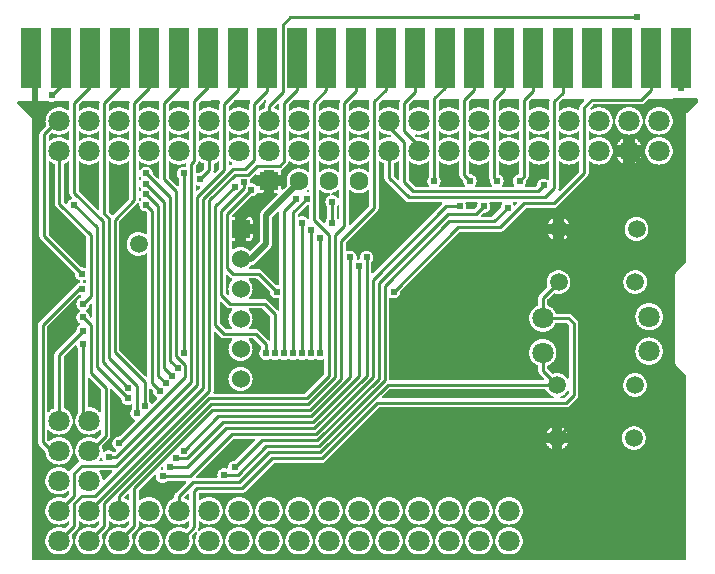
<source format=gbl>
G04 Layer: BottomLayer*
G04 EasyEDA v6.2.46, 2019-11-25T11:18:34--3:00*
G04 6be03af1206c45e6bdd76e27ce0583d0,8049b4892286493b98247746b8e7bc66,10*
G04 Gerber Generator version 0.2*
G04 Scale: 100 percent, Rotated: No, Reflected: No *
G04 Dimensions in inches *
G04 leading zeros omitted , absolute positions ,2 integer and 4 decimal *
%FSLAX24Y24*%
%MOIN*%
G90*
G70D02*

%ADD10C,0.010000*%
%ADD11C,0.020000*%
%ADD12C,0.024000*%
%ADD13R,0.068900X0.200000*%
%ADD14C,0.070866*%
%ADD15R,0.062992X0.062992*%
%ADD16C,0.062992*%
%ADD17R,0.060000X0.060000*%
%ADD18C,0.060000*%
%ADD19C,0.059055*%

%LPD*%
G36*
G01X17818Y15477D02*
G01X17812Y15477D01*
G01X17255Y15475D01*
G01X17248Y15474D01*
G01X17242Y15473D01*
G01X17237Y15470D01*
G01X17231Y15467D01*
G01X17227Y15463D01*
G01X17162Y15399D01*
G01X17158Y15394D01*
G01X17155Y15389D01*
G01X17152Y15383D01*
G01X17151Y15377D01*
G01X17151Y15131D01*
G01X17152Y15125D01*
G01X17154Y15120D01*
G01X17160Y15110D01*
G01X17164Y15106D01*
G01X17174Y15100D01*
G01X17179Y15098D01*
G01X17185Y15097D01*
G01X17197Y15097D01*
G01X17204Y15099D01*
G01X17210Y15102D01*
G01X17215Y15105D01*
G01X17231Y15117D01*
G01X17246Y15128D01*
G01X17263Y15138D01*
G01X17279Y15148D01*
G01X17296Y15157D01*
G01X17313Y15165D01*
G01X17331Y15173D01*
G01X17367Y15185D01*
G01X17386Y15190D01*
G01X17404Y15195D01*
G01X17442Y15201D01*
G01X17461Y15203D01*
G01X17480Y15204D01*
G01X17500Y15205D01*
G01X17538Y15203D01*
G01X17557Y15201D01*
G01X17595Y15195D01*
G01X17613Y15190D01*
G01X17632Y15185D01*
G01X17668Y15173D01*
G01X17686Y15165D01*
G01X17703Y15157D01*
G01X17720Y15148D01*
G01X17736Y15138D01*
G01X17753Y15128D01*
G01X17768Y15117D01*
G01X17784Y15105D01*
G01X17789Y15102D01*
G01X17795Y15099D01*
G01X17802Y15097D01*
G01X17814Y15097D01*
G01X17820Y15098D01*
G01X17825Y15100D01*
G01X17835Y15106D01*
G01X17839Y15110D01*
G01X17845Y15120D01*
G01X17847Y15125D01*
G01X17848Y15131D01*
G01X17848Y15137D01*
G01X17849Y15400D01*
G01X17849Y15414D01*
G01X17851Y15429D01*
G01X17852Y15437D01*
G01X17852Y15443D01*
G01X17851Y15448D01*
G01X17849Y15454D01*
G01X17846Y15459D01*
G01X17834Y15471D01*
G01X17829Y15474D01*
G01X17824Y15476D01*
G01X17818Y15477D01*
G37*

%LPD*%
G36*
G01X8814Y15328D02*
G01X8802Y15328D01*
G01X8790Y15324D01*
G01X8785Y15321D01*
G01X8780Y15317D01*
G01X8686Y15223D01*
G01X8682Y15218D01*
G01X8679Y15213D01*
G01X8675Y15201D01*
G01X8675Y15188D01*
G01X8679Y15176D01*
G01X8687Y15166D01*
G01X8697Y15158D01*
G01X8716Y15149D01*
G01X8733Y15139D01*
G01X8751Y15129D01*
G01X8767Y15117D01*
G01X8784Y15105D01*
G01X8789Y15101D01*
G01X8795Y15098D01*
G01X8809Y15096D01*
G01X8814Y15097D01*
G01X8820Y15098D01*
G01X8825Y15100D01*
G01X8835Y15106D01*
G01X8839Y15110D01*
G01X8845Y15120D01*
G01X8847Y15125D01*
G01X8848Y15131D01*
G01X8848Y15294D01*
G01X8847Y15300D01*
G01X8845Y15305D01*
G01X8839Y15315D01*
G01X8835Y15319D01*
G01X8825Y15325D01*
G01X8820Y15327D01*
G01X8814Y15328D01*
G37*

%LPD*%
G36*
G01X13809Y15460D02*
G01X13808Y15460D01*
G01X13338Y15458D01*
G01X13326Y15456D01*
G01X13314Y15450D01*
G01X13310Y15446D01*
G01X13162Y15299D01*
G01X13158Y15294D01*
G01X13155Y15289D01*
G01X13152Y15283D01*
G01X13151Y15277D01*
G01X13151Y15127D01*
G01X13152Y15122D01*
G01X13154Y15116D01*
G01X13157Y15111D01*
G01X13160Y15107D01*
G01X13164Y15103D01*
G01X13169Y15099D01*
G01X13179Y15095D01*
G01X13185Y15093D01*
G01X13190Y15093D01*
G01X13204Y15095D01*
G01X13210Y15098D01*
G01X13216Y15102D01*
G01X13231Y15114D01*
G01X13247Y15125D01*
G01X13263Y15135D01*
G01X13280Y15145D01*
G01X13297Y15154D01*
G01X13314Y15162D01*
G01X13332Y15170D01*
G01X13350Y15177D01*
G01X13368Y15183D01*
G01X13406Y15193D01*
G01X13444Y15199D01*
G01X13463Y15201D01*
G01X13482Y15202D01*
G01X13502Y15203D01*
G01X13542Y15201D01*
G01X13562Y15199D01*
G01X13582Y15196D01*
G01X13602Y15192D01*
G01X13622Y15187D01*
G01X13641Y15181D01*
G01X13679Y15167D01*
G01X13698Y15158D01*
G01X13716Y15149D01*
G01X13734Y15139D01*
G01X13751Y15129D01*
G01X13768Y15117D01*
G01X13784Y15105D01*
G01X13789Y15101D01*
G01X13795Y15098D01*
G01X13809Y15096D01*
G01X13814Y15097D01*
G01X13820Y15098D01*
G01X13825Y15100D01*
G01X13835Y15106D01*
G01X13839Y15110D01*
G01X13845Y15120D01*
G01X13847Y15125D01*
G01X13848Y15131D01*
G01X13848Y15426D01*
G01X13847Y15431D01*
G01X13845Y15436D01*
G01X13842Y15442D01*
G01X13839Y15446D01*
G01X13835Y15450D01*
G01X13830Y15454D01*
G01X13820Y15458D01*
G01X13814Y15459D01*
G01X13809Y15460D01*
G37*

%LPD*%
G36*
G01X9822Y15442D02*
G01X9816Y15443D01*
G01X9320Y15441D01*
G01X9308Y15439D01*
G01X9302Y15436D01*
G01X9297Y15433D01*
G01X9292Y15429D01*
G01X9162Y15299D01*
G01X9158Y15294D01*
G01X9155Y15289D01*
G01X9152Y15283D01*
G01X9151Y15277D01*
G01X9151Y15127D01*
G01X9152Y15122D01*
G01X9154Y15116D01*
G01X9157Y15111D01*
G01X9160Y15107D01*
G01X9164Y15103D01*
G01X9169Y15099D01*
G01X9179Y15095D01*
G01X9185Y15093D01*
G01X9190Y15093D01*
G01X9204Y15095D01*
G01X9210Y15098D01*
G01X9216Y15102D01*
G01X9231Y15114D01*
G01X9247Y15125D01*
G01X9263Y15135D01*
G01X9280Y15145D01*
G01X9297Y15154D01*
G01X9314Y15162D01*
G01X9332Y15170D01*
G01X9350Y15177D01*
G01X9368Y15183D01*
G01X9406Y15193D01*
G01X9444Y15199D01*
G01X9463Y15201D01*
G01X9482Y15202D01*
G01X9502Y15203D01*
G01X9542Y15201D01*
G01X9562Y15199D01*
G01X9582Y15196D01*
G01X9602Y15192D01*
G01X9622Y15187D01*
G01X9641Y15181D01*
G01X9679Y15167D01*
G01X9698Y15158D01*
G01X9716Y15149D01*
G01X9734Y15139D01*
G01X9751Y15129D01*
G01X9768Y15117D01*
G01X9784Y15105D01*
G01X9789Y15101D01*
G01X9795Y15098D01*
G01X9809Y15096D01*
G01X9814Y15097D01*
G01X9820Y15098D01*
G01X9825Y15100D01*
G01X9835Y15106D01*
G01X9839Y15110D01*
G01X9845Y15120D01*
G01X9847Y15125D01*
G01X9848Y15131D01*
G01X9848Y15349D01*
G01X9849Y15364D01*
G01X9851Y15378D01*
G01X9854Y15392D01*
G01X9856Y15403D01*
G01X9856Y15408D01*
G01X9854Y15414D01*
G01X9850Y15424D01*
G01X9846Y15429D01*
G01X9842Y15433D01*
G01X9838Y15436D01*
G01X9833Y15439D01*
G01X9827Y15441D01*
G01X9822Y15442D01*
G37*

%LPD*%
G36*
G01X7839Y15434D02*
G01X7833Y15434D01*
G01X7362Y15432D01*
G01X7356Y15432D01*
G01X7344Y15428D01*
G01X7334Y15420D01*
G01X7162Y15249D01*
G01X7158Y15244D01*
G01X7155Y15239D01*
G01X7152Y15233D01*
G01X7151Y15227D01*
G01X7151Y15127D01*
G01X7152Y15122D01*
G01X7154Y15116D01*
G01X7157Y15111D01*
G01X7160Y15107D01*
G01X7164Y15103D01*
G01X7169Y15099D01*
G01X7179Y15095D01*
G01X7185Y15093D01*
G01X7190Y15093D01*
G01X7204Y15095D01*
G01X7210Y15098D01*
G01X7216Y15102D01*
G01X7231Y15114D01*
G01X7247Y15125D01*
G01X7263Y15135D01*
G01X7280Y15145D01*
G01X7297Y15154D01*
G01X7314Y15162D01*
G01X7332Y15170D01*
G01X7350Y15177D01*
G01X7368Y15183D01*
G01X7406Y15193D01*
G01X7444Y15199D01*
G01X7463Y15201D01*
G01X7482Y15202D01*
G01X7502Y15203D01*
G01X7542Y15201D01*
G01X7562Y15199D01*
G01X7582Y15196D01*
G01X7602Y15192D01*
G01X7622Y15187D01*
G01X7641Y15181D01*
G01X7679Y15167D01*
G01X7698Y15158D01*
G01X7716Y15149D01*
G01X7734Y15139D01*
G01X7751Y15129D01*
G01X7768Y15117D01*
G01X7784Y15105D01*
G01X7789Y15101D01*
G01X7795Y15098D01*
G01X7809Y15096D01*
G01X7814Y15097D01*
G01X7820Y15098D01*
G01X7825Y15100D01*
G01X7835Y15106D01*
G01X7839Y15110D01*
G01X7845Y15120D01*
G01X7847Y15125D01*
G01X7848Y15131D01*
G01X7848Y15300D01*
G01X7850Y15322D01*
G01X7852Y15333D01*
G01X7855Y15344D01*
G01X7863Y15364D01*
G01X7868Y15374D01*
G01X7871Y15381D01*
G01X7873Y15387D01*
G01X7874Y15394D01*
G01X7873Y15400D01*
G01X7872Y15405D01*
G01X7870Y15411D01*
G01X7867Y15416D01*
G01X7864Y15420D01*
G01X7860Y15424D01*
G01X7855Y15428D01*
G01X7850Y15431D01*
G01X7845Y15433D01*
G01X7839Y15434D01*
G37*

%LPD*%
G36*
G01X2816Y15412D02*
G01X2810Y15412D01*
G01X2290Y15410D01*
G01X2284Y15410D01*
G01X2272Y15406D01*
G01X2267Y15403D01*
G01X2262Y15399D01*
G01X2162Y15299D01*
G01X2158Y15294D01*
G01X2155Y15289D01*
G01X2152Y15283D01*
G01X2151Y15277D01*
G01X2151Y15127D01*
G01X2152Y15122D01*
G01X2154Y15116D01*
G01X2157Y15111D01*
G01X2160Y15107D01*
G01X2164Y15103D01*
G01X2169Y15099D01*
G01X2179Y15095D01*
G01X2185Y15093D01*
G01X2190Y15093D01*
G01X2204Y15095D01*
G01X2210Y15098D01*
G01X2216Y15102D01*
G01X2231Y15114D01*
G01X2247Y15125D01*
G01X2263Y15135D01*
G01X2280Y15145D01*
G01X2297Y15154D01*
G01X2314Y15162D01*
G01X2332Y15170D01*
G01X2350Y15177D01*
G01X2368Y15183D01*
G01X2406Y15193D01*
G01X2444Y15199D01*
G01X2463Y15201D01*
G01X2482Y15202D01*
G01X2502Y15203D01*
G01X2542Y15201D01*
G01X2562Y15199D01*
G01X2582Y15196D01*
G01X2602Y15192D01*
G01X2622Y15187D01*
G01X2641Y15181D01*
G01X2679Y15167D01*
G01X2698Y15158D01*
G01X2716Y15149D01*
G01X2734Y15139D01*
G01X2751Y15129D01*
G01X2768Y15117D01*
G01X2784Y15105D01*
G01X2789Y15101D01*
G01X2795Y15098D01*
G01X2809Y15096D01*
G01X2814Y15097D01*
G01X2820Y15098D01*
G01X2825Y15100D01*
G01X2835Y15106D01*
G01X2839Y15110D01*
G01X2845Y15120D01*
G01X2847Y15125D01*
G01X2848Y15131D01*
G01X2848Y15350D01*
G01X2850Y15368D01*
G01X2850Y15372D01*
G01X2848Y15384D01*
G01X2844Y15394D01*
G01X2840Y15399D01*
G01X2836Y15403D01*
G01X2832Y15406D01*
G01X2827Y15409D01*
G01X2821Y15411D01*
G01X2816Y15412D01*
G37*

%LPD*%
G36*
G01X8382Y15436D02*
G01X8360Y15436D01*
G01X8348Y15432D01*
G01X8343Y15429D01*
G01X8338Y15425D01*
G01X8162Y15249D01*
G01X8158Y15244D01*
G01X8155Y15239D01*
G01X8152Y15233D01*
G01X8151Y15227D01*
G01X8151Y15127D01*
G01X8152Y15122D01*
G01X8154Y15116D01*
G01X8157Y15111D01*
G01X8160Y15107D01*
G01X8164Y15103D01*
G01X8169Y15099D01*
G01X8179Y15095D01*
G01X8185Y15093D01*
G01X8190Y15093D01*
G01X8204Y15095D01*
G01X8210Y15098D01*
G01X8216Y15102D01*
G01X8233Y15115D01*
G01X8250Y15127D01*
G01X8268Y15139D01*
G01X8306Y15159D01*
G01X8326Y15168D01*
G01X8331Y15170D01*
G01X8336Y15174D01*
G01X8344Y15182D01*
G01X8347Y15187D01*
G01X8349Y15193D01*
G01X8351Y15205D01*
G01X8351Y15263D01*
G01X8352Y15275D01*
G01X8355Y15287D01*
G01X8358Y15298D01*
G01X8362Y15309D01*
G01X8367Y15320D01*
G01X8379Y15340D01*
G01X8387Y15350D01*
G01X8405Y15368D01*
G01X8409Y15373D01*
G01X8412Y15378D01*
G01X8416Y15390D01*
G01X8416Y15402D01*
G01X8415Y15408D01*
G01X8413Y15413D01*
G01X8407Y15423D01*
G01X8403Y15427D01*
G01X8393Y15433D01*
G01X8388Y15435D01*
G01X8382Y15436D01*
G37*

%LPD*%
G36*
G01X14814Y15464D02*
G01X14808Y15464D01*
G01X14191Y15462D01*
G01X14179Y15460D01*
G01X14173Y15457D01*
G01X14168Y15454D01*
G01X14163Y15450D01*
G01X14162Y15449D01*
G01X14158Y15444D01*
G01X14155Y15439D01*
G01X14152Y15433D01*
G01X14151Y15427D01*
G01X14151Y15127D01*
G01X14152Y15122D01*
G01X14154Y15116D01*
G01X14157Y15111D01*
G01X14160Y15107D01*
G01X14164Y15103D01*
G01X14169Y15099D01*
G01X14179Y15095D01*
G01X14185Y15093D01*
G01X14190Y15093D01*
G01X14204Y15095D01*
G01X14210Y15098D01*
G01X14216Y15102D01*
G01X14231Y15114D01*
G01X14247Y15125D01*
G01X14263Y15135D01*
G01X14280Y15145D01*
G01X14297Y15154D01*
G01X14314Y15162D01*
G01X14332Y15170D01*
G01X14350Y15177D01*
G01X14368Y15183D01*
G01X14406Y15193D01*
G01X14444Y15199D01*
G01X14463Y15201D01*
G01X14482Y15202D01*
G01X14502Y15203D01*
G01X14542Y15201D01*
G01X14562Y15199D01*
G01X14582Y15196D01*
G01X14602Y15192D01*
G01X14622Y15187D01*
G01X14641Y15181D01*
G01X14679Y15167D01*
G01X14698Y15158D01*
G01X14716Y15149D01*
G01X14734Y15139D01*
G01X14751Y15129D01*
G01X14768Y15117D01*
G01X14784Y15105D01*
G01X14789Y15101D01*
G01X14795Y15098D01*
G01X14809Y15096D01*
G01X14814Y15097D01*
G01X14820Y15098D01*
G01X14825Y15100D01*
G01X14835Y15106D01*
G01X14839Y15110D01*
G01X14845Y15120D01*
G01X14847Y15125D01*
G01X14848Y15131D01*
G01X14848Y15430D01*
G01X14847Y15435D01*
G01X14845Y15441D01*
G01X14842Y15446D01*
G01X14839Y15450D01*
G01X14835Y15454D01*
G01X14830Y15458D01*
G01X14825Y15461D01*
G01X14820Y15463D01*
G01X14814Y15464D01*
G37*

%LPD*%
G36*
G01X11815Y15451D02*
G01X11809Y15451D01*
G01X11329Y15449D01*
G01X11323Y15449D01*
G01X11311Y15445D01*
G01X11306Y15442D01*
G01X11301Y15437D01*
G01X11162Y15299D01*
G01X11158Y15294D01*
G01X11155Y15289D01*
G01X11152Y15283D01*
G01X11151Y15277D01*
G01X11151Y15127D01*
G01X11152Y15122D01*
G01X11154Y15116D01*
G01X11157Y15111D01*
G01X11160Y15107D01*
G01X11164Y15103D01*
G01X11169Y15099D01*
G01X11179Y15095D01*
G01X11185Y15093D01*
G01X11190Y15093D01*
G01X11204Y15095D01*
G01X11210Y15098D01*
G01X11216Y15102D01*
G01X11231Y15114D01*
G01X11247Y15125D01*
G01X11263Y15135D01*
G01X11280Y15145D01*
G01X11297Y15154D01*
G01X11314Y15162D01*
G01X11332Y15170D01*
G01X11350Y15177D01*
G01X11368Y15183D01*
G01X11406Y15193D01*
G01X11444Y15199D01*
G01X11463Y15201D01*
G01X11482Y15202D01*
G01X11502Y15203D01*
G01X11542Y15201D01*
G01X11562Y15199D01*
G01X11582Y15196D01*
G01X11602Y15192D01*
G01X11622Y15187D01*
G01X11641Y15181D01*
G01X11679Y15167D01*
G01X11698Y15158D01*
G01X11716Y15149D01*
G01X11734Y15139D01*
G01X11751Y15129D01*
G01X11768Y15117D01*
G01X11784Y15105D01*
G01X11789Y15101D01*
G01X11795Y15098D01*
G01X11809Y15096D01*
G01X11814Y15097D01*
G01X11820Y15098D01*
G01X11825Y15100D01*
G01X11835Y15106D01*
G01X11839Y15110D01*
G01X11845Y15120D01*
G01X11847Y15125D01*
G01X11848Y15131D01*
G01X11848Y15400D01*
G01X11849Y15409D01*
G01X11849Y15411D01*
G01X11847Y15423D01*
G01X11843Y15433D01*
G01X11835Y15441D01*
G01X11830Y15445D01*
G01X11825Y15448D01*
G01X11820Y15450D01*
G01X11815Y15451D01*
G37*

%LPD*%
G36*
G01X10823Y15447D02*
G01X10817Y15447D01*
G01X10325Y15445D01*
G01X10313Y15443D01*
G01X10301Y15437D01*
G01X10297Y15433D01*
G01X10162Y15299D01*
G01X10158Y15294D01*
G01X10155Y15289D01*
G01X10152Y15283D01*
G01X10151Y15277D01*
G01X10151Y15127D01*
G01X10152Y15122D01*
G01X10154Y15116D01*
G01X10157Y15111D01*
G01X10160Y15107D01*
G01X10164Y15103D01*
G01X10169Y15099D01*
G01X10179Y15095D01*
G01X10185Y15093D01*
G01X10190Y15093D01*
G01X10204Y15095D01*
G01X10210Y15098D01*
G01X10216Y15102D01*
G01X10231Y15114D01*
G01X10247Y15125D01*
G01X10263Y15135D01*
G01X10280Y15145D01*
G01X10297Y15154D01*
G01X10314Y15162D01*
G01X10332Y15170D01*
G01X10350Y15177D01*
G01X10368Y15183D01*
G01X10406Y15193D01*
G01X10444Y15199D01*
G01X10463Y15201D01*
G01X10482Y15202D01*
G01X10502Y15203D01*
G01X10542Y15201D01*
G01X10562Y15199D01*
G01X10582Y15196D01*
G01X10602Y15192D01*
G01X10622Y15187D01*
G01X10641Y15181D01*
G01X10679Y15167D01*
G01X10698Y15158D01*
G01X10716Y15149D01*
G01X10734Y15139D01*
G01X10751Y15129D01*
G01X10768Y15117D01*
G01X10784Y15105D01*
G01X10789Y15101D01*
G01X10795Y15098D01*
G01X10809Y15096D01*
G01X10814Y15097D01*
G01X10820Y15098D01*
G01X10825Y15100D01*
G01X10835Y15106D01*
G01X10839Y15110D01*
G01X10845Y15120D01*
G01X10847Y15125D01*
G01X10848Y15131D01*
G01X10848Y15350D01*
G01X10850Y15372D01*
G01X10852Y15384D01*
G01X10856Y15395D01*
G01X10857Y15401D01*
G01X10857Y15413D01*
G01X10856Y15418D01*
G01X10854Y15424D01*
G01X10851Y15429D01*
G01X10848Y15433D01*
G01X10844Y15437D01*
G01X10839Y15441D01*
G01X10829Y15445D01*
G01X10823Y15447D01*
G37*

%LPD*%
G36*
G01X5814Y15425D02*
G01X5808Y15425D01*
G01X5303Y15423D01*
G01X5297Y15423D01*
G01X5285Y15419D01*
G01X5280Y15416D01*
G01X5275Y15412D01*
G01X5162Y15299D01*
G01X5158Y15294D01*
G01X5155Y15289D01*
G01X5152Y15283D01*
G01X5151Y15277D01*
G01X5151Y15127D01*
G01X5152Y15122D01*
G01X5154Y15116D01*
G01X5157Y15111D01*
G01X5160Y15107D01*
G01X5164Y15103D01*
G01X5169Y15099D01*
G01X5179Y15095D01*
G01X5185Y15093D01*
G01X5190Y15093D01*
G01X5204Y15095D01*
G01X5210Y15098D01*
G01X5216Y15102D01*
G01X5231Y15114D01*
G01X5247Y15125D01*
G01X5263Y15135D01*
G01X5280Y15145D01*
G01X5297Y15154D01*
G01X5314Y15162D01*
G01X5332Y15170D01*
G01X5350Y15177D01*
G01X5368Y15183D01*
G01X5406Y15193D01*
G01X5444Y15199D01*
G01X5463Y15201D01*
G01X5482Y15202D01*
G01X5502Y15203D01*
G01X5542Y15201D01*
G01X5562Y15199D01*
G01X5582Y15196D01*
G01X5602Y15192D01*
G01X5622Y15187D01*
G01X5641Y15181D01*
G01X5679Y15167D01*
G01X5698Y15158D01*
G01X5716Y15149D01*
G01X5734Y15139D01*
G01X5751Y15129D01*
G01X5768Y15117D01*
G01X5784Y15105D01*
G01X5789Y15101D01*
G01X5795Y15098D01*
G01X5809Y15096D01*
G01X5814Y15097D01*
G01X5820Y15098D01*
G01X5825Y15100D01*
G01X5835Y15106D01*
G01X5839Y15110D01*
G01X5845Y15120D01*
G01X5847Y15125D01*
G01X5848Y15131D01*
G01X5848Y15391D01*
G01X5847Y15397D01*
G01X5845Y15402D01*
G01X5839Y15412D01*
G01X5835Y15416D01*
G01X5825Y15422D01*
G01X5820Y15424D01*
G01X5814Y15425D01*
G37*

%LPD*%
G36*
G01X16809Y15473D02*
G01X16808Y15473D01*
G01X16250Y15470D01*
G01X16244Y15470D01*
G01X16232Y15466D01*
G01X16227Y15463D01*
G01X16222Y15459D01*
G01X16162Y15399D01*
G01X16158Y15394D01*
G01X16155Y15389D01*
G01X16152Y15383D01*
G01X16151Y15377D01*
G01X16151Y15127D01*
G01X16152Y15122D01*
G01X16154Y15116D01*
G01X16157Y15111D01*
G01X16160Y15107D01*
G01X16164Y15103D01*
G01X16169Y15099D01*
G01X16179Y15095D01*
G01X16185Y15093D01*
G01X16190Y15093D01*
G01X16204Y15095D01*
G01X16210Y15098D01*
G01X16216Y15102D01*
G01X16231Y15114D01*
G01X16247Y15125D01*
G01X16263Y15135D01*
G01X16280Y15145D01*
G01X16297Y15154D01*
G01X16314Y15162D01*
G01X16332Y15170D01*
G01X16350Y15177D01*
G01X16368Y15183D01*
G01X16406Y15193D01*
G01X16444Y15199D01*
G01X16463Y15201D01*
G01X16482Y15202D01*
G01X16502Y15203D01*
G01X16542Y15201D01*
G01X16562Y15199D01*
G01X16582Y15196D01*
G01X16602Y15192D01*
G01X16622Y15187D01*
G01X16641Y15181D01*
G01X16679Y15167D01*
G01X16698Y15158D01*
G01X16716Y15149D01*
G01X16734Y15139D01*
G01X16751Y15129D01*
G01X16768Y15117D01*
G01X16784Y15105D01*
G01X16789Y15101D01*
G01X16795Y15098D01*
G01X16809Y15096D01*
G01X16814Y15097D01*
G01X16820Y15098D01*
G01X16825Y15100D01*
G01X16835Y15106D01*
G01X16839Y15110D01*
G01X16845Y15120D01*
G01X16847Y15125D01*
G01X16848Y15131D01*
G01X16848Y15439D01*
G01X16847Y15444D01*
G01X16845Y15449D01*
G01X16839Y15459D01*
G01X16835Y15463D01*
G01X16825Y15469D01*
G01X16820Y15471D01*
G01X16814Y15472D01*
G01X16809Y15473D01*
G37*

%LPD*%
G36*
G01X18978Y15482D02*
G01X18972Y15482D01*
G01X18309Y15479D01*
G01X18303Y15479D01*
G01X18291Y15475D01*
G01X18286Y15472D01*
G01X18281Y15468D01*
G01X18162Y15349D01*
G01X18158Y15344D01*
G01X18155Y15339D01*
G01X18152Y15333D01*
G01X18151Y15327D01*
G01X18151Y15127D01*
G01X18152Y15122D01*
G01X18154Y15116D01*
G01X18157Y15111D01*
G01X18160Y15107D01*
G01X18164Y15103D01*
G01X18169Y15099D01*
G01X18179Y15095D01*
G01X18185Y15093D01*
G01X18190Y15093D01*
G01X18204Y15095D01*
G01X18210Y15098D01*
G01X18216Y15102D01*
G01X18231Y15114D01*
G01X18247Y15125D01*
G01X18263Y15135D01*
G01X18280Y15145D01*
G01X18297Y15154D01*
G01X18314Y15162D01*
G01X18332Y15170D01*
G01X18350Y15177D01*
G01X18368Y15183D01*
G01X18406Y15193D01*
G01X18444Y15199D01*
G01X18463Y15201D01*
G01X18482Y15202D01*
G01X18502Y15203D01*
G01X18542Y15201D01*
G01X18562Y15199D01*
G01X18582Y15196D01*
G01X18602Y15192D01*
G01X18622Y15187D01*
G01X18641Y15181D01*
G01X18679Y15167D01*
G01X18698Y15158D01*
G01X18716Y15149D01*
G01X18734Y15139D01*
G01X18751Y15129D01*
G01X18768Y15117D01*
G01X18784Y15105D01*
G01X18789Y15101D01*
G01X18795Y15098D01*
G01X18809Y15096D01*
G01X18814Y15097D01*
G01X18820Y15098D01*
G01X18825Y15100D01*
G01X18835Y15106D01*
G01X18839Y15110D01*
G01X18845Y15120D01*
G01X18847Y15125D01*
G01X18848Y15131D01*
G01X18848Y15200D01*
G01X18849Y15211D01*
G01X18850Y15223D01*
G01X18853Y15235D01*
G01X18856Y15246D01*
G01X18860Y15257D01*
G01X18865Y15268D01*
G01X18877Y15288D01*
G01X18885Y15298D01*
G01X18893Y15306D01*
G01X19000Y15414D01*
G01X19008Y15424D01*
G01X19012Y15436D01*
G01X19012Y15448D01*
G01X19010Y15453D01*
G01X19008Y15459D01*
G01X19006Y15464D01*
G01X18994Y15476D01*
G01X18989Y15479D01*
G01X18983Y15481D01*
G01X18978Y15482D01*
G37*

%LPD*%
G36*
G01X6837Y15429D02*
G01X6831Y15430D01*
G01X6257Y15427D01*
G01X6251Y15427D01*
G01X6239Y15423D01*
G01X6234Y15420D01*
G01X6229Y15416D01*
G01X6162Y15349D01*
G01X6158Y15344D01*
G01X6155Y15339D01*
G01X6152Y15333D01*
G01X6151Y15327D01*
G01X6151Y15127D01*
G01X6152Y15122D01*
G01X6154Y15116D01*
G01X6157Y15111D01*
G01X6160Y15107D01*
G01X6164Y15103D01*
G01X6169Y15099D01*
G01X6179Y15095D01*
G01X6185Y15093D01*
G01X6190Y15093D01*
G01X6204Y15095D01*
G01X6210Y15098D01*
G01X6216Y15102D01*
G01X6231Y15114D01*
G01X6247Y15125D01*
G01X6263Y15135D01*
G01X6280Y15145D01*
G01X6297Y15154D01*
G01X6314Y15162D01*
G01X6332Y15170D01*
G01X6350Y15177D01*
G01X6368Y15183D01*
G01X6406Y15193D01*
G01X6444Y15199D01*
G01X6463Y15201D01*
G01X6482Y15202D01*
G01X6502Y15203D01*
G01X6542Y15201D01*
G01X6562Y15199D01*
G01X6582Y15196D01*
G01X6602Y15192D01*
G01X6622Y15187D01*
G01X6641Y15181D01*
G01X6679Y15167D01*
G01X6698Y15158D01*
G01X6716Y15149D01*
G01X6734Y15139D01*
G01X6751Y15129D01*
G01X6768Y15117D01*
G01X6784Y15105D01*
G01X6789Y15101D01*
G01X6795Y15098D01*
G01X6809Y15096D01*
G01X6814Y15097D01*
G01X6820Y15098D01*
G01X6825Y15100D01*
G01X6835Y15106D01*
G01X6839Y15110D01*
G01X6845Y15120D01*
G01X6847Y15125D01*
G01X6848Y15131D01*
G01X6848Y15300D01*
G01X6849Y15312D01*
G01X6853Y15336D01*
G01X6861Y15360D01*
G01X6866Y15371D01*
G01X6869Y15377D01*
G01X6871Y15383D01*
G01X6871Y15396D01*
G01X6870Y15401D01*
G01X6868Y15406D01*
G01X6865Y15411D01*
G01X6861Y15416D01*
G01X6857Y15420D01*
G01X6853Y15423D01*
G01X6848Y15426D01*
G01X6842Y15428D01*
G01X6837Y15429D01*
G37*

%LPD*%
G36*
G01X4817Y15421D02*
G01X4811Y15421D01*
G01X4299Y15419D01*
G01X4287Y15417D01*
G01X4281Y15415D01*
G01X4275Y15411D01*
G01X4271Y15407D01*
G01X4162Y15299D01*
G01X4158Y15294D01*
G01X4155Y15289D01*
G01X4152Y15283D01*
G01X4151Y15277D01*
G01X4151Y15127D01*
G01X4152Y15122D01*
G01X4154Y15116D01*
G01X4157Y15111D01*
G01X4160Y15107D01*
G01X4164Y15103D01*
G01X4169Y15099D01*
G01X4179Y15095D01*
G01X4185Y15093D01*
G01X4190Y15093D01*
G01X4204Y15095D01*
G01X4210Y15098D01*
G01X4216Y15102D01*
G01X4231Y15114D01*
G01X4247Y15125D01*
G01X4263Y15135D01*
G01X4280Y15145D01*
G01X4297Y15154D01*
G01X4314Y15162D01*
G01X4332Y15170D01*
G01X4350Y15177D01*
G01X4368Y15183D01*
G01X4406Y15193D01*
G01X4444Y15199D01*
G01X4463Y15201D01*
G01X4482Y15202D01*
G01X4502Y15203D01*
G01X4542Y15201D01*
G01X4562Y15199D01*
G01X4582Y15196D01*
G01X4602Y15192D01*
G01X4622Y15187D01*
G01X4641Y15181D01*
G01X4679Y15167D01*
G01X4698Y15158D01*
G01X4716Y15149D01*
G01X4734Y15139D01*
G01X4751Y15129D01*
G01X4768Y15117D01*
G01X4784Y15105D01*
G01X4789Y15101D01*
G01X4795Y15098D01*
G01X4809Y15096D01*
G01X4814Y15097D01*
G01X4820Y15098D01*
G01X4825Y15100D01*
G01X4835Y15106D01*
G01X4839Y15110D01*
G01X4845Y15120D01*
G01X4847Y15125D01*
G01X4848Y15131D01*
G01X4848Y15350D01*
G01X4849Y15362D01*
G01X4851Y15374D01*
G01X4851Y15387D01*
G01X4850Y15392D01*
G01X4848Y15398D01*
G01X4845Y15403D01*
G01X4833Y15415D01*
G01X4828Y15417D01*
G01X4822Y15419D01*
G01X4817Y15421D01*
G37*

%LPD*%
G36*
G01X15809Y15469D02*
G01X15808Y15469D01*
G01X15246Y15466D01*
G01X15240Y15466D01*
G01X15228Y15462D01*
G01X15218Y15454D01*
G01X15162Y15399D01*
G01X15158Y15394D01*
G01X15155Y15389D01*
G01X15152Y15383D01*
G01X15151Y15377D01*
G01X15151Y15127D01*
G01X15152Y15122D01*
G01X15154Y15116D01*
G01X15157Y15111D01*
G01X15160Y15107D01*
G01X15164Y15103D01*
G01X15169Y15099D01*
G01X15179Y15095D01*
G01X15185Y15093D01*
G01X15190Y15093D01*
G01X15204Y15095D01*
G01X15210Y15098D01*
G01X15216Y15102D01*
G01X15231Y15114D01*
G01X15247Y15125D01*
G01X15263Y15135D01*
G01X15280Y15145D01*
G01X15297Y15154D01*
G01X15314Y15162D01*
G01X15332Y15170D01*
G01X15350Y15177D01*
G01X15368Y15183D01*
G01X15406Y15193D01*
G01X15444Y15199D01*
G01X15463Y15201D01*
G01X15482Y15202D01*
G01X15502Y15203D01*
G01X15542Y15201D01*
G01X15562Y15199D01*
G01X15582Y15196D01*
G01X15602Y15192D01*
G01X15622Y15187D01*
G01X15641Y15181D01*
G01X15679Y15167D01*
G01X15698Y15158D01*
G01X15716Y15149D01*
G01X15734Y15139D01*
G01X15751Y15129D01*
G01X15768Y15117D01*
G01X15784Y15105D01*
G01X15789Y15101D01*
G01X15795Y15098D01*
G01X15809Y15096D01*
G01X15814Y15097D01*
G01X15820Y15098D01*
G01X15825Y15100D01*
G01X15835Y15106D01*
G01X15839Y15110D01*
G01X15845Y15120D01*
G01X15847Y15125D01*
G01X15848Y15131D01*
G01X15848Y15434D01*
G01X15847Y15440D01*
G01X15845Y15445D01*
G01X15839Y15455D01*
G01X15835Y15459D01*
G01X15825Y15465D01*
G01X15820Y15467D01*
G01X15814Y15468D01*
G01X15809Y15469D01*
G37*

%LPD*%
G36*
G01X12832Y15454D02*
G01X12820Y15456D01*
G01X12283Y15453D01*
G01X12277Y15453D01*
G01X12265Y15449D01*
G01X12260Y15446D01*
G01X12255Y15442D01*
G01X12162Y15349D01*
G01X12158Y15344D01*
G01X12155Y15339D01*
G01X12152Y15333D01*
G01X12151Y15327D01*
G01X12151Y15127D01*
G01X12152Y15122D01*
G01X12154Y15116D01*
G01X12157Y15111D01*
G01X12160Y15107D01*
G01X12164Y15103D01*
G01X12169Y15099D01*
G01X12179Y15095D01*
G01X12185Y15093D01*
G01X12190Y15093D01*
G01X12204Y15095D01*
G01X12210Y15098D01*
G01X12216Y15102D01*
G01X12231Y15114D01*
G01X12247Y15125D01*
G01X12263Y15135D01*
G01X12280Y15145D01*
G01X12297Y15154D01*
G01X12314Y15162D01*
G01X12332Y15170D01*
G01X12350Y15177D01*
G01X12368Y15183D01*
G01X12406Y15193D01*
G01X12444Y15199D01*
G01X12463Y15201D01*
G01X12482Y15202D01*
G01X12502Y15203D01*
G01X12542Y15201D01*
G01X12562Y15199D01*
G01X12582Y15196D01*
G01X12602Y15192D01*
G01X12622Y15187D01*
G01X12641Y15181D01*
G01X12679Y15167D01*
G01X12698Y15158D01*
G01X12716Y15149D01*
G01X12734Y15139D01*
G01X12751Y15129D01*
G01X12768Y15117D01*
G01X12784Y15105D01*
G01X12789Y15101D01*
G01X12795Y15098D01*
G01X12809Y15096D01*
G01X12814Y15097D01*
G01X12820Y15098D01*
G01X12825Y15100D01*
G01X12835Y15106D01*
G01X12839Y15110D01*
G01X12845Y15120D01*
G01X12847Y15125D01*
G01X12848Y15131D01*
G01X12848Y15350D01*
G01X12849Y15363D01*
G01X12851Y15376D01*
G01X12854Y15389D01*
G01X12858Y15402D01*
G01X12860Y15409D01*
G01X12860Y15421D01*
G01X12859Y15427D01*
G01X12857Y15432D01*
G01X12851Y15442D01*
G01X12847Y15446D01*
G01X12837Y15452D01*
G01X12832Y15454D01*
G37*

%LPD*%
G36*
G01X3822Y15415D02*
G01X3810Y15417D01*
G01X3295Y15415D01*
G01X3288Y15414D01*
G01X3282Y15413D01*
G01X3276Y15410D01*
G01X3271Y15407D01*
G01X3266Y15403D01*
G01X3162Y15299D01*
G01X3158Y15294D01*
G01X3155Y15289D01*
G01X3152Y15283D01*
G01X3151Y15277D01*
G01X3151Y15127D01*
G01X3152Y15122D01*
G01X3154Y15116D01*
G01X3157Y15111D01*
G01X3160Y15107D01*
G01X3164Y15103D01*
G01X3169Y15099D01*
G01X3179Y15095D01*
G01X3185Y15093D01*
G01X3190Y15093D01*
G01X3204Y15095D01*
G01X3210Y15098D01*
G01X3216Y15102D01*
G01X3231Y15114D01*
G01X3247Y15125D01*
G01X3263Y15135D01*
G01X3280Y15145D01*
G01X3297Y15154D01*
G01X3314Y15162D01*
G01X3332Y15170D01*
G01X3350Y15177D01*
G01X3368Y15183D01*
G01X3406Y15193D01*
G01X3444Y15199D01*
G01X3463Y15201D01*
G01X3482Y15202D01*
G01X3502Y15203D01*
G01X3542Y15201D01*
G01X3562Y15199D01*
G01X3582Y15196D01*
G01X3602Y15192D01*
G01X3622Y15187D01*
G01X3641Y15181D01*
G01X3679Y15167D01*
G01X3698Y15158D01*
G01X3716Y15149D01*
G01X3734Y15139D01*
G01X3751Y15129D01*
G01X3768Y15117D01*
G01X3784Y15105D01*
G01X3789Y15101D01*
G01X3795Y15098D01*
G01X3809Y15096D01*
G01X3814Y15097D01*
G01X3820Y15098D01*
G01X3825Y15100D01*
G01X3835Y15106D01*
G01X3839Y15110D01*
G01X3845Y15120D01*
G01X3847Y15125D01*
G01X3848Y15131D01*
G01X3848Y15350D01*
G01X3850Y15371D01*
G01X3850Y15382D01*
G01X3849Y15388D01*
G01X3847Y15393D01*
G01X3841Y15403D01*
G01X3837Y15407D01*
G01X3827Y15413D01*
G01X3822Y15415D01*
G37*

%LPD*%
G36*
G01X17197Y14402D02*
G01X17185Y14402D01*
G01X17179Y14401D01*
G01X17174Y14399D01*
G01X17164Y14393D01*
G01X17160Y14389D01*
G01X17154Y14379D01*
G01X17152Y14374D01*
G01X17151Y14368D01*
G01X17151Y14131D01*
G01X17152Y14125D01*
G01X17154Y14120D01*
G01X17160Y14110D01*
G01X17164Y14106D01*
G01X17174Y14100D01*
G01X17179Y14098D01*
G01X17185Y14097D01*
G01X17197Y14097D01*
G01X17204Y14099D01*
G01X17210Y14102D01*
G01X17215Y14105D01*
G01X17231Y14117D01*
G01X17246Y14128D01*
G01X17263Y14138D01*
G01X17279Y14148D01*
G01X17296Y14157D01*
G01X17313Y14165D01*
G01X17331Y14173D01*
G01X17367Y14185D01*
G01X17386Y14190D01*
G01X17404Y14195D01*
G01X17442Y14201D01*
G01X17461Y14203D01*
G01X17480Y14204D01*
G01X17500Y14205D01*
G01X17538Y14203D01*
G01X17557Y14201D01*
G01X17595Y14195D01*
G01X17613Y14190D01*
G01X17632Y14185D01*
G01X17668Y14173D01*
G01X17686Y14165D01*
G01X17703Y14157D01*
G01X17720Y14148D01*
G01X17736Y14138D01*
G01X17753Y14128D01*
G01X17768Y14117D01*
G01X17784Y14105D01*
G01X17789Y14102D01*
G01X17795Y14099D01*
G01X17802Y14097D01*
G01X17814Y14097D01*
G01X17820Y14098D01*
G01X17825Y14100D01*
G01X17835Y14106D01*
G01X17839Y14110D01*
G01X17845Y14120D01*
G01X17847Y14125D01*
G01X17848Y14131D01*
G01X17848Y14368D01*
G01X17847Y14374D01*
G01X17845Y14379D01*
G01X17839Y14389D01*
G01X17835Y14393D01*
G01X17825Y14399D01*
G01X17820Y14401D01*
G01X17814Y14402D01*
G01X17802Y14402D01*
G01X17795Y14400D01*
G01X17789Y14397D01*
G01X17784Y14394D01*
G01X17768Y14382D01*
G01X17753Y14371D01*
G01X17736Y14361D01*
G01X17720Y14351D01*
G01X17703Y14342D01*
G01X17686Y14334D01*
G01X17668Y14326D01*
G01X17632Y14314D01*
G01X17613Y14309D01*
G01X17595Y14304D01*
G01X17557Y14298D01*
G01X17538Y14296D01*
G01X17519Y14295D01*
G01X17499Y14294D01*
G01X17461Y14296D01*
G01X17442Y14298D01*
G01X17404Y14304D01*
G01X17386Y14309D01*
G01X17367Y14314D01*
G01X17331Y14326D01*
G01X17313Y14334D01*
G01X17296Y14342D01*
G01X17279Y14351D01*
G01X17263Y14361D01*
G01X17246Y14371D01*
G01X17231Y14382D01*
G01X17215Y14394D01*
G01X17210Y14397D01*
G01X17204Y14400D01*
G01X17197Y14402D01*
G37*

%LPD*%
G36*
G01X18190Y14402D02*
G01X18185Y14402D01*
G01X18179Y14400D01*
G01X18169Y14396D01*
G01X18164Y14392D01*
G01X18160Y14388D01*
G01X18157Y14384D01*
G01X18154Y14379D01*
G01X18152Y14373D01*
G01X18151Y14368D01*
G01X18151Y14131D01*
G01X18152Y14125D01*
G01X18154Y14120D01*
G01X18160Y14110D01*
G01X18164Y14106D01*
G01X18174Y14100D01*
G01X18179Y14098D01*
G01X18185Y14097D01*
G01X18197Y14097D01*
G01X18204Y14099D01*
G01X18210Y14102D01*
G01X18215Y14105D01*
G01X18231Y14117D01*
G01X18246Y14128D01*
G01X18263Y14138D01*
G01X18279Y14148D01*
G01X18296Y14157D01*
G01X18313Y14165D01*
G01X18331Y14173D01*
G01X18367Y14185D01*
G01X18386Y14190D01*
G01X18404Y14195D01*
G01X18442Y14201D01*
G01X18461Y14203D01*
G01X18480Y14204D01*
G01X18500Y14205D01*
G01X18538Y14203D01*
G01X18557Y14201D01*
G01X18595Y14195D01*
G01X18613Y14190D01*
G01X18632Y14185D01*
G01X18668Y14173D01*
G01X18686Y14165D01*
G01X18703Y14157D01*
G01X18720Y14148D01*
G01X18736Y14138D01*
G01X18753Y14128D01*
G01X18768Y14117D01*
G01X18784Y14105D01*
G01X18789Y14102D01*
G01X18795Y14099D01*
G01X18802Y14097D01*
G01X18814Y14097D01*
G01X18820Y14098D01*
G01X18825Y14100D01*
G01X18835Y14106D01*
G01X18839Y14110D01*
G01X18845Y14120D01*
G01X18847Y14125D01*
G01X18848Y14131D01*
G01X18848Y14364D01*
G01X18847Y14370D01*
G01X18845Y14375D01*
G01X18839Y14385D01*
G01X18835Y14389D01*
G01X18825Y14395D01*
G01X18820Y14397D01*
G01X18814Y14398D01*
G01X18809Y14399D01*
G01X18795Y14397D01*
G01X18789Y14394D01*
G01X18784Y14390D01*
G01X18768Y14378D01*
G01X18751Y14366D01*
G01X18734Y14356D01*
G01X18716Y14346D01*
G01X18698Y14337D01*
G01X18679Y14328D01*
G01X18641Y14314D01*
G01X18622Y14308D01*
G01X18602Y14303D01*
G01X18582Y14299D01*
G01X18562Y14296D01*
G01X18542Y14294D01*
G01X18502Y14292D01*
G01X18482Y14293D01*
G01X18463Y14294D01*
G01X18444Y14296D01*
G01X18406Y14302D01*
G01X18368Y14312D01*
G01X18350Y14318D01*
G01X18332Y14325D01*
G01X18314Y14333D01*
G01X18297Y14341D01*
G01X18280Y14350D01*
G01X18263Y14360D01*
G01X18247Y14370D01*
G01X18231Y14381D01*
G01X18216Y14393D01*
G01X18210Y14397D01*
G01X18204Y14400D01*
G01X18190Y14402D01*
G37*

%LPD*%
G36*
G01X12190Y14402D02*
G01X12185Y14402D01*
G01X12179Y14400D01*
G01X12169Y14396D01*
G01X12164Y14392D01*
G01X12160Y14388D01*
G01X12157Y14384D01*
G01X12154Y14379D01*
G01X12152Y14373D01*
G01X12151Y14368D01*
G01X12151Y14131D01*
G01X12152Y14125D01*
G01X12154Y14120D01*
G01X12160Y14110D01*
G01X12164Y14106D01*
G01X12174Y14100D01*
G01X12179Y14098D01*
G01X12185Y14097D01*
G01X12197Y14097D01*
G01X12204Y14099D01*
G01X12210Y14102D01*
G01X12215Y14105D01*
G01X12231Y14117D01*
G01X12246Y14128D01*
G01X12263Y14138D01*
G01X12279Y14148D01*
G01X12296Y14157D01*
G01X12313Y14165D01*
G01X12331Y14173D01*
G01X12367Y14185D01*
G01X12386Y14190D01*
G01X12404Y14195D01*
G01X12442Y14201D01*
G01X12461Y14203D01*
G01X12480Y14204D01*
G01X12500Y14205D01*
G01X12532Y14204D01*
G01X12541Y14204D01*
G01X12547Y14205D01*
G01X12552Y14207D01*
G01X12562Y14213D01*
G01X12566Y14217D01*
G01X12572Y14227D01*
G01X12574Y14232D01*
G01X12575Y14238D01*
G01X12575Y14250D01*
G01X12571Y14262D01*
G01X12568Y14267D01*
G01X12564Y14272D01*
G01X12554Y14281D01*
G01X12550Y14285D01*
G01X12538Y14291D01*
G01X12526Y14293D01*
G01X12524Y14293D01*
G01X12502Y14292D01*
G01X12482Y14293D01*
G01X12463Y14294D01*
G01X12444Y14296D01*
G01X12406Y14302D01*
G01X12368Y14312D01*
G01X12350Y14318D01*
G01X12332Y14325D01*
G01X12314Y14333D01*
G01X12297Y14341D01*
G01X12280Y14350D01*
G01X12263Y14360D01*
G01X12247Y14370D01*
G01X12231Y14381D01*
G01X12216Y14393D01*
G01X12210Y14397D01*
G01X12204Y14400D01*
G01X12190Y14402D01*
G37*

%LPD*%
G36*
G01X13814Y14398D02*
G01X13809Y14399D01*
G01X13795Y14397D01*
G01X13789Y14394D01*
G01X13784Y14390D01*
G01X13768Y14378D01*
G01X13751Y14366D01*
G01X13734Y14356D01*
G01X13716Y14346D01*
G01X13698Y14337D01*
G01X13679Y14328D01*
G01X13641Y14314D01*
G01X13622Y14308D01*
G01X13602Y14303D01*
G01X13582Y14299D01*
G01X13562Y14296D01*
G01X13542Y14294D01*
G01X13502Y14292D01*
G01X13458Y14294D01*
G01X13416Y14300D01*
G01X13408Y14301D01*
G01X13402Y14301D01*
G01X13397Y14299D01*
G01X13391Y14297D01*
G01X13386Y14295D01*
G01X13374Y14283D01*
G01X13372Y14278D01*
G01X13370Y14272D01*
G01X13368Y14267D01*
G01X13368Y14261D01*
G01X13370Y14249D01*
G01X13372Y14243D01*
G01X13380Y14233D01*
G01X13408Y14205D01*
G01X13413Y14202D01*
G01X13425Y14198D01*
G01X13437Y14198D01*
G01X13458Y14201D01*
G01X13502Y14203D01*
G01X13542Y14201D01*
G01X13562Y14199D01*
G01X13582Y14196D01*
G01X13602Y14192D01*
G01X13622Y14187D01*
G01X13641Y14181D01*
G01X13679Y14167D01*
G01X13698Y14158D01*
G01X13716Y14149D01*
G01X13734Y14139D01*
G01X13751Y14129D01*
G01X13768Y14117D01*
G01X13784Y14105D01*
G01X13789Y14101D01*
G01X13795Y14098D01*
G01X13809Y14096D01*
G01X13814Y14097D01*
G01X13820Y14098D01*
G01X13825Y14100D01*
G01X13835Y14106D01*
G01X13839Y14110D01*
G01X13845Y14120D01*
G01X13847Y14125D01*
G01X13848Y14131D01*
G01X13848Y14364D01*
G01X13847Y14370D01*
G01X13845Y14375D01*
G01X13839Y14385D01*
G01X13835Y14389D01*
G01X13825Y14395D01*
G01X13820Y14397D01*
G01X13814Y14398D01*
G37*

%LPD*%
G36*
G01X9190Y14402D02*
G01X9185Y14402D01*
G01X9179Y14400D01*
G01X9169Y14396D01*
G01X9164Y14392D01*
G01X9160Y14388D01*
G01X9157Y14384D01*
G01X9154Y14379D01*
G01X9152Y14373D01*
G01X9151Y14368D01*
G01X9151Y14127D01*
G01X9152Y14122D01*
G01X9154Y14116D01*
G01X9157Y14111D01*
G01X9160Y14107D01*
G01X9164Y14103D01*
G01X9169Y14099D01*
G01X9179Y14095D01*
G01X9185Y14093D01*
G01X9190Y14093D01*
G01X9204Y14095D01*
G01X9210Y14098D01*
G01X9216Y14102D01*
G01X9231Y14114D01*
G01X9247Y14125D01*
G01X9263Y14135D01*
G01X9280Y14145D01*
G01X9297Y14154D01*
G01X9314Y14162D01*
G01X9332Y14170D01*
G01X9350Y14177D01*
G01X9368Y14183D01*
G01X9406Y14193D01*
G01X9444Y14199D01*
G01X9463Y14201D01*
G01X9482Y14202D01*
G01X9502Y14203D01*
G01X9542Y14201D01*
G01X9562Y14199D01*
G01X9582Y14196D01*
G01X9602Y14192D01*
G01X9622Y14187D01*
G01X9641Y14181D01*
G01X9679Y14167D01*
G01X9698Y14158D01*
G01X9716Y14149D01*
G01X9734Y14139D01*
G01X9751Y14129D01*
G01X9768Y14117D01*
G01X9784Y14105D01*
G01X9789Y14101D01*
G01X9795Y14098D01*
G01X9809Y14096D01*
G01X9814Y14097D01*
G01X9820Y14098D01*
G01X9825Y14100D01*
G01X9835Y14106D01*
G01X9839Y14110D01*
G01X9845Y14120D01*
G01X9847Y14125D01*
G01X9848Y14131D01*
G01X9848Y14364D01*
G01X9847Y14370D01*
G01X9845Y14375D01*
G01X9839Y14385D01*
G01X9835Y14389D01*
G01X9825Y14395D01*
G01X9820Y14397D01*
G01X9814Y14398D01*
G01X9809Y14399D01*
G01X9795Y14397D01*
G01X9789Y14394D01*
G01X9784Y14390D01*
G01X9768Y14378D01*
G01X9751Y14366D01*
G01X9734Y14356D01*
G01X9716Y14346D01*
G01X9698Y14337D01*
G01X9679Y14328D01*
G01X9641Y14314D01*
G01X9622Y14308D01*
G01X9602Y14303D01*
G01X9582Y14299D01*
G01X9562Y14296D01*
G01X9542Y14294D01*
G01X9502Y14292D01*
G01X9482Y14293D01*
G01X9463Y14294D01*
G01X9444Y14296D01*
G01X9406Y14302D01*
G01X9368Y14312D01*
G01X9350Y14318D01*
G01X9332Y14325D01*
G01X9314Y14333D01*
G01X9297Y14341D01*
G01X9280Y14350D01*
G01X9263Y14360D01*
G01X9247Y14370D01*
G01X9231Y14381D01*
G01X9216Y14393D01*
G01X9210Y14397D01*
G01X9204Y14400D01*
G01X9190Y14402D01*
G37*

%LPD*%
G36*
G01X10190Y14402D02*
G01X10185Y14402D01*
G01X10179Y14400D01*
G01X10169Y14396D01*
G01X10164Y14392D01*
G01X10160Y14388D01*
G01X10157Y14384D01*
G01X10154Y14379D01*
G01X10152Y14373D01*
G01X10151Y14368D01*
G01X10151Y14127D01*
G01X10152Y14122D01*
G01X10154Y14116D01*
G01X10157Y14111D01*
G01X10160Y14107D01*
G01X10164Y14103D01*
G01X10169Y14099D01*
G01X10179Y14095D01*
G01X10185Y14093D01*
G01X10190Y14093D01*
G01X10204Y14095D01*
G01X10210Y14098D01*
G01X10216Y14102D01*
G01X10231Y14114D01*
G01X10247Y14125D01*
G01X10263Y14135D01*
G01X10280Y14145D01*
G01X10297Y14154D01*
G01X10314Y14162D01*
G01X10332Y14170D01*
G01X10350Y14177D01*
G01X10368Y14183D01*
G01X10406Y14193D01*
G01X10444Y14199D01*
G01X10463Y14201D01*
G01X10482Y14202D01*
G01X10502Y14203D01*
G01X10542Y14201D01*
G01X10562Y14199D01*
G01X10582Y14196D01*
G01X10602Y14192D01*
G01X10622Y14187D01*
G01X10641Y14181D01*
G01X10679Y14167D01*
G01X10698Y14158D01*
G01X10716Y14149D01*
G01X10734Y14139D01*
G01X10751Y14129D01*
G01X10768Y14117D01*
G01X10784Y14105D01*
G01X10789Y14101D01*
G01X10795Y14098D01*
G01X10809Y14096D01*
G01X10814Y14097D01*
G01X10820Y14098D01*
G01X10825Y14100D01*
G01X10835Y14106D01*
G01X10839Y14110D01*
G01X10845Y14120D01*
G01X10847Y14125D01*
G01X10848Y14131D01*
G01X10848Y14364D01*
G01X10847Y14370D01*
G01X10845Y14375D01*
G01X10839Y14385D01*
G01X10835Y14389D01*
G01X10825Y14395D01*
G01X10820Y14397D01*
G01X10814Y14398D01*
G01X10809Y14399D01*
G01X10795Y14397D01*
G01X10789Y14394D01*
G01X10784Y14390D01*
G01X10768Y14378D01*
G01X10751Y14366D01*
G01X10734Y14356D01*
G01X10716Y14346D01*
G01X10698Y14337D01*
G01X10679Y14328D01*
G01X10641Y14314D01*
G01X10622Y14308D01*
G01X10602Y14303D01*
G01X10582Y14299D01*
G01X10562Y14296D01*
G01X10542Y14294D01*
G01X10502Y14292D01*
G01X10482Y14293D01*
G01X10463Y14294D01*
G01X10444Y14296D01*
G01X10406Y14302D01*
G01X10368Y14312D01*
G01X10350Y14318D01*
G01X10332Y14325D01*
G01X10314Y14333D01*
G01X10297Y14341D01*
G01X10280Y14350D01*
G01X10263Y14360D01*
G01X10247Y14370D01*
G01X10231Y14381D01*
G01X10216Y14393D01*
G01X10210Y14397D01*
G01X10204Y14400D01*
G01X10190Y14402D01*
G37*

%LPD*%
G36*
G01X14190Y14402D02*
G01X14185Y14402D01*
G01X14179Y14400D01*
G01X14169Y14396D01*
G01X14164Y14392D01*
G01X14160Y14388D01*
G01X14157Y14384D01*
G01X14154Y14379D01*
G01X14152Y14373D01*
G01X14151Y14368D01*
G01X14151Y14127D01*
G01X14152Y14122D01*
G01X14154Y14116D01*
G01X14157Y14111D01*
G01X14160Y14107D01*
G01X14164Y14103D01*
G01X14169Y14099D01*
G01X14179Y14095D01*
G01X14185Y14093D01*
G01X14190Y14093D01*
G01X14204Y14095D01*
G01X14210Y14098D01*
G01X14216Y14102D01*
G01X14231Y14114D01*
G01X14247Y14125D01*
G01X14263Y14135D01*
G01X14280Y14145D01*
G01X14297Y14154D01*
G01X14314Y14162D01*
G01X14332Y14170D01*
G01X14350Y14177D01*
G01X14368Y14183D01*
G01X14406Y14193D01*
G01X14444Y14199D01*
G01X14463Y14201D01*
G01X14482Y14202D01*
G01X14502Y14203D01*
G01X14542Y14201D01*
G01X14562Y14199D01*
G01X14582Y14196D01*
G01X14602Y14192D01*
G01X14622Y14187D01*
G01X14641Y14181D01*
G01X14679Y14167D01*
G01X14698Y14158D01*
G01X14716Y14149D01*
G01X14734Y14139D01*
G01X14751Y14129D01*
G01X14768Y14117D01*
G01X14784Y14105D01*
G01X14789Y14101D01*
G01X14795Y14098D01*
G01X14809Y14096D01*
G01X14814Y14097D01*
G01X14820Y14098D01*
G01X14825Y14100D01*
G01X14835Y14106D01*
G01X14839Y14110D01*
G01X14845Y14120D01*
G01X14847Y14125D01*
G01X14848Y14131D01*
G01X14848Y14364D01*
G01X14847Y14370D01*
G01X14845Y14375D01*
G01X14839Y14385D01*
G01X14835Y14389D01*
G01X14825Y14395D01*
G01X14820Y14397D01*
G01X14814Y14398D01*
G01X14809Y14399D01*
G01X14795Y14397D01*
G01X14789Y14394D01*
G01X14784Y14390D01*
G01X14768Y14378D01*
G01X14751Y14366D01*
G01X14734Y14356D01*
G01X14716Y14346D01*
G01X14698Y14337D01*
G01X14679Y14328D01*
G01X14641Y14314D01*
G01X14622Y14308D01*
G01X14602Y14303D01*
G01X14582Y14299D01*
G01X14562Y14296D01*
G01X14542Y14294D01*
G01X14502Y14292D01*
G01X14482Y14293D01*
G01X14463Y14294D01*
G01X14444Y14296D01*
G01X14406Y14302D01*
G01X14368Y14312D01*
G01X14350Y14318D01*
G01X14332Y14325D01*
G01X14314Y14333D01*
G01X14297Y14341D01*
G01X14280Y14350D01*
G01X14263Y14360D01*
G01X14247Y14370D01*
G01X14231Y14381D01*
G01X14216Y14393D01*
G01X14210Y14397D01*
G01X14204Y14400D01*
G01X14190Y14402D01*
G37*

%LPD*%
G36*
G01X6190Y14402D02*
G01X6185Y14402D01*
G01X6179Y14400D01*
G01X6169Y14396D01*
G01X6164Y14392D01*
G01X6160Y14388D01*
G01X6157Y14384D01*
G01X6154Y14379D01*
G01X6152Y14373D01*
G01X6151Y14368D01*
G01X6151Y14127D01*
G01X6152Y14122D01*
G01X6154Y14116D01*
G01X6157Y14111D01*
G01X6160Y14107D01*
G01X6164Y14103D01*
G01X6169Y14099D01*
G01X6179Y14095D01*
G01X6185Y14093D01*
G01X6190Y14093D01*
G01X6204Y14095D01*
G01X6210Y14098D01*
G01X6216Y14102D01*
G01X6231Y14114D01*
G01X6247Y14125D01*
G01X6263Y14135D01*
G01X6280Y14145D01*
G01X6297Y14154D01*
G01X6314Y14162D01*
G01X6332Y14170D01*
G01X6350Y14177D01*
G01X6368Y14183D01*
G01X6406Y14193D01*
G01X6444Y14199D01*
G01X6463Y14201D01*
G01X6482Y14202D01*
G01X6502Y14203D01*
G01X6542Y14201D01*
G01X6562Y14199D01*
G01X6582Y14196D01*
G01X6602Y14192D01*
G01X6622Y14187D01*
G01X6641Y14181D01*
G01X6679Y14167D01*
G01X6698Y14158D01*
G01X6716Y14149D01*
G01X6734Y14139D01*
G01X6751Y14129D01*
G01X6768Y14117D01*
G01X6784Y14105D01*
G01X6789Y14101D01*
G01X6795Y14098D01*
G01X6809Y14096D01*
G01X6814Y14097D01*
G01X6820Y14098D01*
G01X6825Y14100D01*
G01X6835Y14106D01*
G01X6839Y14110D01*
G01X6845Y14120D01*
G01X6847Y14125D01*
G01X6848Y14131D01*
G01X6848Y14364D01*
G01X6847Y14370D01*
G01X6845Y14375D01*
G01X6839Y14385D01*
G01X6835Y14389D01*
G01X6825Y14395D01*
G01X6820Y14397D01*
G01X6814Y14398D01*
G01X6809Y14399D01*
G01X6795Y14397D01*
G01X6789Y14394D01*
G01X6784Y14390D01*
G01X6768Y14378D01*
G01X6751Y14366D01*
G01X6734Y14356D01*
G01X6716Y14346D01*
G01X6698Y14337D01*
G01X6679Y14328D01*
G01X6641Y14314D01*
G01X6622Y14308D01*
G01X6602Y14303D01*
G01X6582Y14299D01*
G01X6562Y14296D01*
G01X6542Y14294D01*
G01X6502Y14292D01*
G01X6482Y14293D01*
G01X6463Y14294D01*
G01X6444Y14296D01*
G01X6406Y14302D01*
G01X6368Y14312D01*
G01X6350Y14318D01*
G01X6332Y14325D01*
G01X6314Y14333D01*
G01X6297Y14341D01*
G01X6280Y14350D01*
G01X6263Y14360D01*
G01X6247Y14370D01*
G01X6231Y14381D01*
G01X6216Y14393D01*
G01X6210Y14397D01*
G01X6204Y14400D01*
G01X6190Y14402D01*
G37*

%LPD*%
G36*
G01X16190Y14402D02*
G01X16185Y14402D01*
G01X16179Y14400D01*
G01X16169Y14396D01*
G01X16164Y14392D01*
G01X16160Y14388D01*
G01X16157Y14384D01*
G01X16154Y14379D01*
G01X16152Y14373D01*
G01X16151Y14368D01*
G01X16151Y14127D01*
G01X16152Y14122D01*
G01X16154Y14116D01*
G01X16157Y14111D01*
G01X16160Y14107D01*
G01X16164Y14103D01*
G01X16169Y14099D01*
G01X16179Y14095D01*
G01X16185Y14093D01*
G01X16190Y14093D01*
G01X16204Y14095D01*
G01X16210Y14098D01*
G01X16216Y14102D01*
G01X16231Y14114D01*
G01X16247Y14125D01*
G01X16263Y14135D01*
G01X16280Y14145D01*
G01X16297Y14154D01*
G01X16314Y14162D01*
G01X16332Y14170D01*
G01X16350Y14177D01*
G01X16368Y14183D01*
G01X16406Y14193D01*
G01X16444Y14199D01*
G01X16463Y14201D01*
G01X16482Y14202D01*
G01X16502Y14203D01*
G01X16542Y14201D01*
G01X16562Y14199D01*
G01X16582Y14196D01*
G01X16602Y14192D01*
G01X16622Y14187D01*
G01X16641Y14181D01*
G01X16679Y14167D01*
G01X16698Y14158D01*
G01X16716Y14149D01*
G01X16734Y14139D01*
G01X16751Y14129D01*
G01X16768Y14117D01*
G01X16784Y14105D01*
G01X16789Y14101D01*
G01X16795Y14098D01*
G01X16809Y14096D01*
G01X16814Y14097D01*
G01X16820Y14098D01*
G01X16825Y14100D01*
G01X16835Y14106D01*
G01X16839Y14110D01*
G01X16845Y14120D01*
G01X16847Y14125D01*
G01X16848Y14131D01*
G01X16848Y14364D01*
G01X16847Y14370D01*
G01X16845Y14375D01*
G01X16839Y14385D01*
G01X16835Y14389D01*
G01X16825Y14395D01*
G01X16820Y14397D01*
G01X16814Y14398D01*
G01X16809Y14399D01*
G01X16795Y14397D01*
G01X16789Y14394D01*
G01X16784Y14390D01*
G01X16768Y14378D01*
G01X16751Y14366D01*
G01X16734Y14356D01*
G01X16716Y14346D01*
G01X16698Y14337D01*
G01X16679Y14328D01*
G01X16641Y14314D01*
G01X16622Y14308D01*
G01X16602Y14303D01*
G01X16582Y14299D01*
G01X16562Y14296D01*
G01X16542Y14294D01*
G01X16502Y14292D01*
G01X16482Y14293D01*
G01X16463Y14294D01*
G01X16444Y14296D01*
G01X16406Y14302D01*
G01X16368Y14312D01*
G01X16350Y14318D01*
G01X16332Y14325D01*
G01X16314Y14333D01*
G01X16297Y14341D01*
G01X16280Y14350D01*
G01X16263Y14360D01*
G01X16247Y14370D01*
G01X16231Y14381D01*
G01X16216Y14393D01*
G01X16210Y14397D01*
G01X16204Y14400D01*
G01X16190Y14402D01*
G37*

%LPD*%
G36*
G01X2190Y14402D02*
G01X2185Y14402D01*
G01X2179Y14400D01*
G01X2169Y14396D01*
G01X2164Y14392D01*
G01X2160Y14388D01*
G01X2157Y14384D01*
G01X2154Y14379D01*
G01X2152Y14373D01*
G01X2151Y14368D01*
G01X2151Y14127D01*
G01X2152Y14122D01*
G01X2154Y14116D01*
G01X2157Y14111D01*
G01X2160Y14107D01*
G01X2164Y14103D01*
G01X2169Y14099D01*
G01X2179Y14095D01*
G01X2185Y14093D01*
G01X2190Y14093D01*
G01X2204Y14095D01*
G01X2210Y14098D01*
G01X2216Y14102D01*
G01X2231Y14114D01*
G01X2247Y14125D01*
G01X2263Y14135D01*
G01X2280Y14145D01*
G01X2297Y14154D01*
G01X2314Y14162D01*
G01X2332Y14170D01*
G01X2350Y14177D01*
G01X2368Y14183D01*
G01X2406Y14193D01*
G01X2444Y14199D01*
G01X2463Y14201D01*
G01X2482Y14202D01*
G01X2502Y14203D01*
G01X2542Y14201D01*
G01X2562Y14199D01*
G01X2582Y14196D01*
G01X2602Y14192D01*
G01X2622Y14187D01*
G01X2641Y14181D01*
G01X2679Y14167D01*
G01X2698Y14158D01*
G01X2716Y14149D01*
G01X2734Y14139D01*
G01X2751Y14129D01*
G01X2768Y14117D01*
G01X2784Y14105D01*
G01X2789Y14101D01*
G01X2795Y14098D01*
G01X2809Y14096D01*
G01X2814Y14097D01*
G01X2820Y14098D01*
G01X2825Y14100D01*
G01X2835Y14106D01*
G01X2839Y14110D01*
G01X2845Y14120D01*
G01X2847Y14125D01*
G01X2848Y14131D01*
G01X2848Y14364D01*
G01X2847Y14370D01*
G01X2845Y14375D01*
G01X2839Y14385D01*
G01X2835Y14389D01*
G01X2825Y14395D01*
G01X2820Y14397D01*
G01X2814Y14398D01*
G01X2809Y14399D01*
G01X2795Y14397D01*
G01X2789Y14394D01*
G01X2784Y14390D01*
G01X2768Y14378D01*
G01X2751Y14366D01*
G01X2734Y14356D01*
G01X2716Y14346D01*
G01X2698Y14337D01*
G01X2679Y14328D01*
G01X2641Y14314D01*
G01X2622Y14308D01*
G01X2602Y14303D01*
G01X2582Y14299D01*
G01X2562Y14296D01*
G01X2542Y14294D01*
G01X2502Y14292D01*
G01X2482Y14293D01*
G01X2463Y14294D01*
G01X2444Y14296D01*
G01X2406Y14302D01*
G01X2368Y14312D01*
G01X2350Y14318D01*
G01X2332Y14325D01*
G01X2314Y14333D01*
G01X2297Y14341D01*
G01X2280Y14350D01*
G01X2263Y14360D01*
G01X2247Y14370D01*
G01X2231Y14381D01*
G01X2216Y14393D01*
G01X2210Y14397D01*
G01X2204Y14400D01*
G01X2190Y14402D01*
G37*

%LPD*%
G36*
G01X8190Y14402D02*
G01X8185Y14402D01*
G01X8179Y14400D01*
G01X8169Y14396D01*
G01X8164Y14392D01*
G01X8160Y14388D01*
G01X8157Y14384D01*
G01X8154Y14379D01*
G01X8152Y14373D01*
G01X8151Y14368D01*
G01X8151Y14127D01*
G01X8152Y14122D01*
G01X8154Y14116D01*
G01X8157Y14111D01*
G01X8160Y14107D01*
G01X8164Y14103D01*
G01X8169Y14099D01*
G01X8179Y14095D01*
G01X8185Y14093D01*
G01X8190Y14093D01*
G01X8204Y14095D01*
G01X8210Y14098D01*
G01X8216Y14102D01*
G01X8231Y14114D01*
G01X8247Y14125D01*
G01X8263Y14135D01*
G01X8280Y14145D01*
G01X8297Y14154D01*
G01X8314Y14162D01*
G01X8332Y14170D01*
G01X8350Y14177D01*
G01X8368Y14183D01*
G01X8406Y14193D01*
G01X8444Y14199D01*
G01X8463Y14201D01*
G01X8482Y14202D01*
G01X8502Y14203D01*
G01X8542Y14201D01*
G01X8562Y14199D01*
G01X8582Y14196D01*
G01X8602Y14192D01*
G01X8622Y14187D01*
G01X8641Y14181D01*
G01X8679Y14167D01*
G01X8698Y14158D01*
G01X8716Y14149D01*
G01X8734Y14139D01*
G01X8751Y14129D01*
G01X8768Y14117D01*
G01X8784Y14105D01*
G01X8789Y14101D01*
G01X8795Y14098D01*
G01X8809Y14096D01*
G01X8814Y14097D01*
G01X8820Y14098D01*
G01X8825Y14100D01*
G01X8835Y14106D01*
G01X8839Y14110D01*
G01X8845Y14120D01*
G01X8847Y14125D01*
G01X8848Y14131D01*
G01X8848Y14364D01*
G01X8847Y14370D01*
G01X8845Y14375D01*
G01X8839Y14385D01*
G01X8835Y14389D01*
G01X8825Y14395D01*
G01X8820Y14397D01*
G01X8814Y14398D01*
G01X8809Y14399D01*
G01X8795Y14397D01*
G01X8789Y14394D01*
G01X8784Y14390D01*
G01X8768Y14378D01*
G01X8751Y14366D01*
G01X8734Y14356D01*
G01X8716Y14346D01*
G01X8698Y14337D01*
G01X8679Y14328D01*
G01X8641Y14314D01*
G01X8622Y14308D01*
G01X8602Y14303D01*
G01X8582Y14299D01*
G01X8562Y14296D01*
G01X8542Y14294D01*
G01X8502Y14292D01*
G01X8482Y14293D01*
G01X8463Y14294D01*
G01X8444Y14296D01*
G01X8406Y14302D01*
G01X8368Y14312D01*
G01X8350Y14318D01*
G01X8332Y14325D01*
G01X8314Y14333D01*
G01X8297Y14341D01*
G01X8280Y14350D01*
G01X8263Y14360D01*
G01X8247Y14370D01*
G01X8231Y14381D01*
G01X8216Y14393D01*
G01X8210Y14397D01*
G01X8204Y14400D01*
G01X8190Y14402D01*
G37*

%LPD*%
G36*
G01X4190Y14402D02*
G01X4185Y14402D01*
G01X4179Y14400D01*
G01X4169Y14396D01*
G01X4164Y14392D01*
G01X4160Y14388D01*
G01X4157Y14384D01*
G01X4154Y14379D01*
G01X4152Y14373D01*
G01X4151Y14368D01*
G01X4151Y14127D01*
G01X4152Y14122D01*
G01X4154Y14116D01*
G01X4157Y14111D01*
G01X4160Y14107D01*
G01X4164Y14103D01*
G01X4169Y14099D01*
G01X4179Y14095D01*
G01X4185Y14093D01*
G01X4190Y14093D01*
G01X4204Y14095D01*
G01X4210Y14098D01*
G01X4216Y14102D01*
G01X4231Y14114D01*
G01X4247Y14125D01*
G01X4263Y14135D01*
G01X4280Y14145D01*
G01X4297Y14154D01*
G01X4314Y14162D01*
G01X4332Y14170D01*
G01X4350Y14177D01*
G01X4368Y14183D01*
G01X4406Y14193D01*
G01X4444Y14199D01*
G01X4463Y14201D01*
G01X4482Y14202D01*
G01X4502Y14203D01*
G01X4542Y14201D01*
G01X4562Y14199D01*
G01X4582Y14196D01*
G01X4602Y14192D01*
G01X4622Y14187D01*
G01X4641Y14181D01*
G01X4679Y14167D01*
G01X4698Y14158D01*
G01X4716Y14149D01*
G01X4734Y14139D01*
G01X4751Y14129D01*
G01X4768Y14117D01*
G01X4784Y14105D01*
G01X4789Y14101D01*
G01X4795Y14098D01*
G01X4809Y14096D01*
G01X4814Y14097D01*
G01X4820Y14098D01*
G01X4825Y14100D01*
G01X4835Y14106D01*
G01X4839Y14110D01*
G01X4845Y14120D01*
G01X4847Y14125D01*
G01X4848Y14131D01*
G01X4848Y14364D01*
G01X4847Y14370D01*
G01X4845Y14375D01*
G01X4839Y14385D01*
G01X4835Y14389D01*
G01X4825Y14395D01*
G01X4820Y14397D01*
G01X4814Y14398D01*
G01X4809Y14399D01*
G01X4795Y14397D01*
G01X4789Y14394D01*
G01X4784Y14390D01*
G01X4768Y14378D01*
G01X4751Y14366D01*
G01X4734Y14356D01*
G01X4716Y14346D01*
G01X4698Y14337D01*
G01X4679Y14328D01*
G01X4641Y14314D01*
G01X4622Y14308D01*
G01X4602Y14303D01*
G01X4582Y14299D01*
G01X4562Y14296D01*
G01X4542Y14294D01*
G01X4502Y14292D01*
G01X4482Y14293D01*
G01X4463Y14294D01*
G01X4444Y14296D01*
G01X4406Y14302D01*
G01X4368Y14312D01*
G01X4350Y14318D01*
G01X4332Y14325D01*
G01X4314Y14333D01*
G01X4297Y14341D01*
G01X4280Y14350D01*
G01X4263Y14360D01*
G01X4247Y14370D01*
G01X4231Y14381D01*
G01X4216Y14393D01*
G01X4210Y14397D01*
G01X4204Y14400D01*
G01X4190Y14402D01*
G37*

%LPD*%
G36*
G01X15190Y14402D02*
G01X15185Y14402D01*
G01X15179Y14400D01*
G01X15169Y14396D01*
G01X15164Y14392D01*
G01X15160Y14388D01*
G01X15157Y14384D01*
G01X15154Y14379D01*
G01X15152Y14373D01*
G01X15151Y14368D01*
G01X15151Y14127D01*
G01X15152Y14122D01*
G01X15154Y14116D01*
G01X15157Y14111D01*
G01X15160Y14107D01*
G01X15164Y14103D01*
G01X15169Y14099D01*
G01X15179Y14095D01*
G01X15185Y14093D01*
G01X15190Y14093D01*
G01X15204Y14095D01*
G01X15210Y14098D01*
G01X15216Y14102D01*
G01X15231Y14114D01*
G01X15247Y14125D01*
G01X15263Y14135D01*
G01X15280Y14145D01*
G01X15297Y14154D01*
G01X15314Y14162D01*
G01X15332Y14170D01*
G01X15350Y14177D01*
G01X15368Y14183D01*
G01X15406Y14193D01*
G01X15444Y14199D01*
G01X15463Y14201D01*
G01X15482Y14202D01*
G01X15502Y14203D01*
G01X15542Y14201D01*
G01X15562Y14199D01*
G01X15582Y14196D01*
G01X15602Y14192D01*
G01X15622Y14187D01*
G01X15641Y14181D01*
G01X15679Y14167D01*
G01X15698Y14158D01*
G01X15716Y14149D01*
G01X15734Y14139D01*
G01X15751Y14129D01*
G01X15768Y14117D01*
G01X15784Y14105D01*
G01X15789Y14101D01*
G01X15795Y14098D01*
G01X15809Y14096D01*
G01X15814Y14097D01*
G01X15820Y14098D01*
G01X15825Y14100D01*
G01X15835Y14106D01*
G01X15839Y14110D01*
G01X15845Y14120D01*
G01X15847Y14125D01*
G01X15848Y14131D01*
G01X15848Y14364D01*
G01X15847Y14370D01*
G01X15845Y14375D01*
G01X15839Y14385D01*
G01X15835Y14389D01*
G01X15825Y14395D01*
G01X15820Y14397D01*
G01X15814Y14398D01*
G01X15809Y14399D01*
G01X15795Y14397D01*
G01X15789Y14394D01*
G01X15784Y14390D01*
G01X15768Y14378D01*
G01X15751Y14366D01*
G01X15734Y14356D01*
G01X15716Y14346D01*
G01X15698Y14337D01*
G01X15679Y14328D01*
G01X15641Y14314D01*
G01X15622Y14308D01*
G01X15602Y14303D01*
G01X15582Y14299D01*
G01X15562Y14296D01*
G01X15542Y14294D01*
G01X15502Y14292D01*
G01X15482Y14293D01*
G01X15463Y14294D01*
G01X15444Y14296D01*
G01X15406Y14302D01*
G01X15368Y14312D01*
G01X15350Y14318D01*
G01X15332Y14325D01*
G01X15314Y14333D01*
G01X15297Y14341D01*
G01X15280Y14350D01*
G01X15263Y14360D01*
G01X15247Y14370D01*
G01X15231Y14381D01*
G01X15216Y14393D01*
G01X15210Y14397D01*
G01X15204Y14400D01*
G01X15190Y14402D01*
G37*

%LPD*%
G36*
G01X7190Y14402D02*
G01X7185Y14402D01*
G01X7179Y14400D01*
G01X7169Y14396D01*
G01X7164Y14392D01*
G01X7160Y14388D01*
G01X7157Y14384D01*
G01X7154Y14379D01*
G01X7152Y14373D01*
G01X7151Y14368D01*
G01X7151Y14127D01*
G01X7152Y14122D01*
G01X7154Y14116D01*
G01X7157Y14111D01*
G01X7160Y14107D01*
G01X7164Y14103D01*
G01X7169Y14099D01*
G01X7179Y14095D01*
G01X7185Y14093D01*
G01X7190Y14093D01*
G01X7204Y14095D01*
G01X7210Y14098D01*
G01X7216Y14102D01*
G01X7231Y14114D01*
G01X7247Y14125D01*
G01X7263Y14135D01*
G01X7280Y14145D01*
G01X7297Y14154D01*
G01X7314Y14162D01*
G01X7332Y14170D01*
G01X7350Y14177D01*
G01X7368Y14183D01*
G01X7406Y14193D01*
G01X7444Y14199D01*
G01X7463Y14201D01*
G01X7482Y14202D01*
G01X7502Y14203D01*
G01X7542Y14201D01*
G01X7562Y14199D01*
G01X7582Y14196D01*
G01X7602Y14192D01*
G01X7622Y14187D01*
G01X7641Y14181D01*
G01X7679Y14167D01*
G01X7698Y14158D01*
G01X7716Y14149D01*
G01X7734Y14139D01*
G01X7751Y14129D01*
G01X7768Y14117D01*
G01X7784Y14105D01*
G01X7789Y14101D01*
G01X7795Y14098D01*
G01X7809Y14096D01*
G01X7814Y14097D01*
G01X7820Y14098D01*
G01X7825Y14100D01*
G01X7835Y14106D01*
G01X7839Y14110D01*
G01X7845Y14120D01*
G01X7847Y14125D01*
G01X7848Y14131D01*
G01X7848Y14364D01*
G01X7847Y14370D01*
G01X7845Y14375D01*
G01X7839Y14385D01*
G01X7835Y14389D01*
G01X7825Y14395D01*
G01X7820Y14397D01*
G01X7814Y14398D01*
G01X7809Y14399D01*
G01X7795Y14397D01*
G01X7789Y14394D01*
G01X7784Y14390D01*
G01X7768Y14378D01*
G01X7751Y14366D01*
G01X7734Y14356D01*
G01X7716Y14346D01*
G01X7698Y14337D01*
G01X7679Y14328D01*
G01X7641Y14314D01*
G01X7622Y14308D01*
G01X7602Y14303D01*
G01X7582Y14299D01*
G01X7562Y14296D01*
G01X7542Y14294D01*
G01X7502Y14292D01*
G01X7482Y14293D01*
G01X7463Y14294D01*
G01X7444Y14296D01*
G01X7406Y14302D01*
G01X7368Y14312D01*
G01X7350Y14318D01*
G01X7332Y14325D01*
G01X7314Y14333D01*
G01X7297Y14341D01*
G01X7280Y14350D01*
G01X7263Y14360D01*
G01X7247Y14370D01*
G01X7231Y14381D01*
G01X7216Y14393D01*
G01X7210Y14397D01*
G01X7204Y14400D01*
G01X7190Y14402D01*
G37*

%LPD*%
G36*
G01X11190Y14402D02*
G01X11185Y14402D01*
G01X11179Y14400D01*
G01X11169Y14396D01*
G01X11164Y14392D01*
G01X11160Y14388D01*
G01X11157Y14384D01*
G01X11154Y14379D01*
G01X11152Y14373D01*
G01X11151Y14368D01*
G01X11151Y14127D01*
G01X11152Y14122D01*
G01X11154Y14116D01*
G01X11157Y14111D01*
G01X11160Y14107D01*
G01X11164Y14103D01*
G01X11169Y14099D01*
G01X11179Y14095D01*
G01X11185Y14093D01*
G01X11190Y14093D01*
G01X11204Y14095D01*
G01X11210Y14098D01*
G01X11216Y14102D01*
G01X11231Y14114D01*
G01X11247Y14125D01*
G01X11263Y14135D01*
G01X11280Y14145D01*
G01X11297Y14154D01*
G01X11314Y14162D01*
G01X11332Y14170D01*
G01X11350Y14177D01*
G01X11368Y14183D01*
G01X11406Y14193D01*
G01X11444Y14199D01*
G01X11463Y14201D01*
G01X11482Y14202D01*
G01X11502Y14203D01*
G01X11542Y14201D01*
G01X11562Y14199D01*
G01X11582Y14196D01*
G01X11602Y14192D01*
G01X11622Y14187D01*
G01X11641Y14181D01*
G01X11679Y14167D01*
G01X11698Y14158D01*
G01X11716Y14149D01*
G01X11734Y14139D01*
G01X11751Y14129D01*
G01X11768Y14117D01*
G01X11784Y14105D01*
G01X11789Y14101D01*
G01X11795Y14098D01*
G01X11809Y14096D01*
G01X11814Y14097D01*
G01X11820Y14098D01*
G01X11825Y14100D01*
G01X11835Y14106D01*
G01X11839Y14110D01*
G01X11845Y14120D01*
G01X11847Y14125D01*
G01X11848Y14131D01*
G01X11848Y14364D01*
G01X11847Y14370D01*
G01X11845Y14375D01*
G01X11839Y14385D01*
G01X11835Y14389D01*
G01X11825Y14395D01*
G01X11820Y14397D01*
G01X11814Y14398D01*
G01X11809Y14399D01*
G01X11795Y14397D01*
G01X11789Y14394D01*
G01X11784Y14390D01*
G01X11768Y14378D01*
G01X11751Y14366D01*
G01X11734Y14356D01*
G01X11716Y14346D01*
G01X11698Y14337D01*
G01X11679Y14328D01*
G01X11641Y14314D01*
G01X11622Y14308D01*
G01X11602Y14303D01*
G01X11582Y14299D01*
G01X11562Y14296D01*
G01X11542Y14294D01*
G01X11502Y14292D01*
G01X11482Y14293D01*
G01X11463Y14294D01*
G01X11444Y14296D01*
G01X11406Y14302D01*
G01X11368Y14312D01*
G01X11350Y14318D01*
G01X11332Y14325D01*
G01X11314Y14333D01*
G01X11297Y14341D01*
G01X11280Y14350D01*
G01X11263Y14360D01*
G01X11247Y14370D01*
G01X11231Y14381D01*
G01X11216Y14393D01*
G01X11210Y14397D01*
G01X11204Y14400D01*
G01X11190Y14402D01*
G37*

%LPD*%
G36*
G01X5190Y14402D02*
G01X5185Y14402D01*
G01X5179Y14400D01*
G01X5169Y14396D01*
G01X5164Y14392D01*
G01X5160Y14388D01*
G01X5157Y14384D01*
G01X5154Y14379D01*
G01X5152Y14373D01*
G01X5151Y14368D01*
G01X5151Y14127D01*
G01X5152Y14122D01*
G01X5154Y14116D01*
G01X5157Y14111D01*
G01X5160Y14107D01*
G01X5164Y14103D01*
G01X5169Y14099D01*
G01X5179Y14095D01*
G01X5185Y14093D01*
G01X5190Y14093D01*
G01X5204Y14095D01*
G01X5210Y14098D01*
G01X5216Y14102D01*
G01X5231Y14114D01*
G01X5247Y14125D01*
G01X5263Y14135D01*
G01X5280Y14145D01*
G01X5297Y14154D01*
G01X5314Y14162D01*
G01X5332Y14170D01*
G01X5350Y14177D01*
G01X5368Y14183D01*
G01X5406Y14193D01*
G01X5444Y14199D01*
G01X5463Y14201D01*
G01X5482Y14202D01*
G01X5502Y14203D01*
G01X5542Y14201D01*
G01X5562Y14199D01*
G01X5582Y14196D01*
G01X5602Y14192D01*
G01X5622Y14187D01*
G01X5641Y14181D01*
G01X5679Y14167D01*
G01X5698Y14158D01*
G01X5716Y14149D01*
G01X5734Y14139D01*
G01X5751Y14129D01*
G01X5768Y14117D01*
G01X5784Y14105D01*
G01X5789Y14101D01*
G01X5795Y14098D01*
G01X5809Y14096D01*
G01X5814Y14097D01*
G01X5820Y14098D01*
G01X5825Y14100D01*
G01X5835Y14106D01*
G01X5839Y14110D01*
G01X5845Y14120D01*
G01X5847Y14125D01*
G01X5848Y14131D01*
G01X5848Y14364D01*
G01X5847Y14370D01*
G01X5845Y14375D01*
G01X5839Y14385D01*
G01X5835Y14389D01*
G01X5825Y14395D01*
G01X5820Y14397D01*
G01X5814Y14398D01*
G01X5809Y14399D01*
G01X5795Y14397D01*
G01X5789Y14394D01*
G01X5784Y14390D01*
G01X5768Y14378D01*
G01X5751Y14366D01*
G01X5734Y14356D01*
G01X5716Y14346D01*
G01X5698Y14337D01*
G01X5679Y14328D01*
G01X5641Y14314D01*
G01X5622Y14308D01*
G01X5602Y14303D01*
G01X5582Y14299D01*
G01X5562Y14296D01*
G01X5542Y14294D01*
G01X5502Y14292D01*
G01X5482Y14293D01*
G01X5463Y14294D01*
G01X5444Y14296D01*
G01X5406Y14302D01*
G01X5368Y14312D01*
G01X5350Y14318D01*
G01X5332Y14325D01*
G01X5314Y14333D01*
G01X5297Y14341D01*
G01X5280Y14350D01*
G01X5263Y14360D01*
G01X5247Y14370D01*
G01X5231Y14381D01*
G01X5216Y14393D01*
G01X5210Y14397D01*
G01X5204Y14400D01*
G01X5190Y14402D01*
G37*

%LPD*%
G36*
G01X3190Y14402D02*
G01X3185Y14402D01*
G01X3179Y14400D01*
G01X3169Y14396D01*
G01X3164Y14392D01*
G01X3160Y14388D01*
G01X3157Y14384D01*
G01X3154Y14379D01*
G01X3152Y14373D01*
G01X3151Y14368D01*
G01X3151Y14127D01*
G01X3152Y14122D01*
G01X3154Y14116D01*
G01X3157Y14111D01*
G01X3160Y14107D01*
G01X3164Y14103D01*
G01X3169Y14099D01*
G01X3179Y14095D01*
G01X3185Y14093D01*
G01X3190Y14093D01*
G01X3204Y14095D01*
G01X3210Y14098D01*
G01X3216Y14102D01*
G01X3231Y14114D01*
G01X3247Y14125D01*
G01X3263Y14135D01*
G01X3280Y14145D01*
G01X3297Y14154D01*
G01X3314Y14162D01*
G01X3332Y14170D01*
G01X3350Y14177D01*
G01X3368Y14183D01*
G01X3406Y14193D01*
G01X3444Y14199D01*
G01X3463Y14201D01*
G01X3482Y14202D01*
G01X3502Y14203D01*
G01X3542Y14201D01*
G01X3562Y14199D01*
G01X3582Y14196D01*
G01X3602Y14192D01*
G01X3622Y14187D01*
G01X3641Y14181D01*
G01X3679Y14167D01*
G01X3698Y14158D01*
G01X3716Y14149D01*
G01X3734Y14139D01*
G01X3751Y14129D01*
G01X3768Y14117D01*
G01X3784Y14105D01*
G01X3789Y14101D01*
G01X3795Y14098D01*
G01X3809Y14096D01*
G01X3814Y14097D01*
G01X3820Y14098D01*
G01X3825Y14100D01*
G01X3835Y14106D01*
G01X3839Y14110D01*
G01X3845Y14120D01*
G01X3847Y14125D01*
G01X3848Y14131D01*
G01X3848Y14364D01*
G01X3847Y14370D01*
G01X3845Y14375D01*
G01X3839Y14385D01*
G01X3835Y14389D01*
G01X3825Y14395D01*
G01X3820Y14397D01*
G01X3814Y14398D01*
G01X3809Y14399D01*
G01X3795Y14397D01*
G01X3789Y14394D01*
G01X3784Y14390D01*
G01X3768Y14378D01*
G01X3751Y14366D01*
G01X3734Y14356D01*
G01X3716Y14346D01*
G01X3698Y14337D01*
G01X3679Y14328D01*
G01X3641Y14314D01*
G01X3622Y14308D01*
G01X3602Y14303D01*
G01X3582Y14299D01*
G01X3562Y14296D01*
G01X3542Y14294D01*
G01X3502Y14292D01*
G01X3482Y14293D01*
G01X3463Y14294D01*
G01X3444Y14296D01*
G01X3406Y14302D01*
G01X3368Y14312D01*
G01X3350Y14318D01*
G01X3332Y14325D01*
G01X3314Y14333D01*
G01X3297Y14341D01*
G01X3280Y14350D01*
G01X3263Y14360D01*
G01X3247Y14370D01*
G01X3231Y14381D01*
G01X3216Y14393D01*
G01X3210Y14397D01*
G01X3204Y14400D01*
G01X3190Y14402D01*
G37*

%LPD*%
G36*
G01X1814Y14396D02*
G01X1802Y14396D01*
G01X1796Y14394D01*
G01X1789Y14392D01*
G01X1784Y14388D01*
G01X1768Y14376D01*
G01X1734Y14354D01*
G01X1717Y14345D01*
G01X1699Y14336D01*
G01X1680Y14327D01*
G01X1662Y14320D01*
G01X1643Y14314D01*
G01X1623Y14308D01*
G01X1604Y14303D01*
G01X1584Y14299D01*
G01X1564Y14296D01*
G01X1545Y14294D01*
G01X1505Y14292D01*
G01X1465Y14294D01*
G01X1446Y14296D01*
G01X1426Y14299D01*
G01X1388Y14307D01*
G01X1350Y14319D01*
G01X1332Y14326D01*
G01X1313Y14334D01*
G01X1296Y14343D01*
G01X1284Y14347D01*
G01X1271Y14347D01*
G01X1259Y14343D01*
G01X1254Y14340D01*
G01X1249Y14336D01*
G01X1162Y14249D01*
G01X1158Y14244D01*
G01X1155Y14239D01*
G01X1152Y14233D01*
G01X1151Y14227D01*
G01X1151Y14125D01*
G01X1152Y14119D01*
G01X1154Y14114D01*
G01X1160Y14104D01*
G01X1164Y14100D01*
G01X1174Y14094D01*
G01X1179Y14092D01*
G01X1185Y14091D01*
G01X1197Y14091D01*
G01X1204Y14093D01*
G01X1210Y14096D01*
G01X1216Y14100D01*
G01X1231Y14112D01*
G01X1263Y14134D01*
G01X1280Y14144D01*
G01X1297Y14153D01*
G01X1315Y14162D01*
G01X1351Y14176D01*
G01X1389Y14188D01*
G01X1427Y14196D01*
G01X1446Y14199D01*
G01X1465Y14201D01*
G01X1505Y14203D01*
G01X1545Y14201D01*
G01X1564Y14199D01*
G01X1584Y14196D01*
G01X1604Y14192D01*
G01X1623Y14187D01*
G01X1643Y14181D01*
G01X1662Y14175D01*
G01X1680Y14168D01*
G01X1699Y14159D01*
G01X1717Y14150D01*
G01X1734Y14141D01*
G01X1768Y14119D01*
G01X1784Y14107D01*
G01X1789Y14103D01*
G01X1796Y14101D01*
G01X1802Y14099D01*
G01X1814Y14099D01*
G01X1820Y14100D01*
G01X1825Y14102D01*
G01X1835Y14108D01*
G01X1839Y14112D01*
G01X1845Y14122D01*
G01X1847Y14127D01*
G01X1848Y14133D01*
G01X1848Y14362D01*
G01X1847Y14368D01*
G01X1845Y14373D01*
G01X1839Y14383D01*
G01X1835Y14387D01*
G01X1825Y14393D01*
G01X1820Y14395D01*
G01X1814Y14396D01*
G37*

%LPD*%
G36*
G01X7190Y13402D02*
G01X7185Y13402D01*
G01X7179Y13400D01*
G01X7169Y13396D01*
G01X7164Y13392D01*
G01X7160Y13388D01*
G01X7157Y13384D01*
G01X7154Y13379D01*
G01X7152Y13373D01*
G01X7151Y13368D01*
G01X7151Y13301D01*
G01X7152Y13295D01*
G01X7154Y13290D01*
G01X7160Y13280D01*
G01X7164Y13276D01*
G01X7174Y13270D01*
G01X7179Y13268D01*
G01X7185Y13267D01*
G01X7190Y13266D01*
G01X7197Y13267D01*
G01X7202Y13268D01*
G01X7208Y13270D01*
G01X7213Y13273D01*
G01X7225Y13281D01*
G01X7237Y13287D01*
G01X7249Y13292D01*
G01X7255Y13294D01*
G01X7260Y13298D01*
G01X7268Y13306D01*
G01X7272Y13312D01*
G01X7274Y13317D01*
G01X7275Y13323D01*
G01X7276Y13330D01*
G01X7275Y13335D01*
G01X7274Y13341D01*
G01X7272Y13346D01*
G01X7266Y13356D01*
G01X7262Y13360D01*
G01X7257Y13363D01*
G01X7236Y13378D01*
G01X7216Y13393D01*
G01X7210Y13397D01*
G01X7204Y13400D01*
G01X7190Y13402D01*
G37*

%LPD*%
G36*
G01X11190Y13402D02*
G01X11185Y13402D01*
G01X11179Y13400D01*
G01X11169Y13396D01*
G01X11164Y13392D01*
G01X11160Y13388D01*
G01X11157Y13384D01*
G01X11154Y13379D01*
G01X11152Y13373D01*
G01X11151Y13368D01*
G01X11151Y13079D01*
G01X11152Y13074D01*
G01X11154Y13068D01*
G01X11157Y13063D01*
G01X11160Y13059D01*
G01X11164Y13055D01*
G01X11169Y13051D01*
G01X11174Y13048D01*
G01X11179Y13046D01*
G01X11185Y13045D01*
G01X11196Y13045D01*
G01X11208Y13049D01*
G01X11218Y13055D01*
G01X11232Y13068D01*
G01X11247Y13080D01*
G01X11263Y13092D01*
G01X11279Y13102D01*
G01X11296Y13112D01*
G01X11330Y13130D01*
G01X11366Y13144D01*
G01X11404Y13154D01*
G01X11423Y13158D01*
G01X11461Y13164D01*
G01X11480Y13165D01*
G01X11519Y13165D01*
G01X11538Y13164D01*
G01X11576Y13158D01*
G01X11595Y13154D01*
G01X11633Y13144D01*
G01X11669Y13130D01*
G01X11703Y13112D01*
G01X11720Y13102D01*
G01X11736Y13092D01*
G01X11752Y13080D01*
G01X11767Y13068D01*
G01X11781Y13055D01*
G01X11791Y13049D01*
G01X11803Y13045D01*
G01X11814Y13045D01*
G01X11820Y13046D01*
G01X11825Y13048D01*
G01X11830Y13051D01*
G01X11835Y13055D01*
G01X11839Y13059D01*
G01X11842Y13063D01*
G01X11845Y13068D01*
G01X11847Y13074D01*
G01X11848Y13079D01*
G01X11848Y13364D01*
G01X11847Y13370D01*
G01X11845Y13375D01*
G01X11839Y13385D01*
G01X11835Y13389D01*
G01X11825Y13395D01*
G01X11820Y13397D01*
G01X11814Y13398D01*
G01X11809Y13399D01*
G01X11795Y13397D01*
G01X11789Y13394D01*
G01X11784Y13390D01*
G01X11768Y13378D01*
G01X11751Y13366D01*
G01X11734Y13356D01*
G01X11716Y13346D01*
G01X11698Y13337D01*
G01X11679Y13328D01*
G01X11641Y13314D01*
G01X11622Y13308D01*
G01X11602Y13303D01*
G01X11582Y13299D01*
G01X11562Y13296D01*
G01X11542Y13294D01*
G01X11502Y13292D01*
G01X11482Y13293D01*
G01X11463Y13294D01*
G01X11444Y13296D01*
G01X11406Y13302D01*
G01X11368Y13312D01*
G01X11350Y13318D01*
G01X11332Y13325D01*
G01X11314Y13333D01*
G01X11297Y13341D01*
G01X11280Y13350D01*
G01X11263Y13360D01*
G01X11247Y13370D01*
G01X11231Y13381D01*
G01X11216Y13393D01*
G01X11210Y13397D01*
G01X11204Y13400D01*
G01X11190Y13402D01*
G37*

%LPD*%
G36*
G01X10190Y13402D02*
G01X10185Y13402D01*
G01X10179Y13400D01*
G01X10169Y13396D01*
G01X10164Y13392D01*
G01X10160Y13388D01*
G01X10157Y13384D01*
G01X10154Y13379D01*
G01X10152Y13373D01*
G01X10151Y13368D01*
G01X10151Y13079D01*
G01X10152Y13074D01*
G01X10154Y13068D01*
G01X10157Y13063D01*
G01X10160Y13059D01*
G01X10164Y13055D01*
G01X10169Y13051D01*
G01X10174Y13048D01*
G01X10179Y13046D01*
G01X10185Y13045D01*
G01X10196Y13045D01*
G01X10208Y13049D01*
G01X10218Y13055D01*
G01X10232Y13068D01*
G01X10247Y13080D01*
G01X10263Y13092D01*
G01X10279Y13102D01*
G01X10296Y13112D01*
G01X10330Y13130D01*
G01X10366Y13144D01*
G01X10404Y13154D01*
G01X10423Y13158D01*
G01X10461Y13164D01*
G01X10480Y13165D01*
G01X10519Y13165D01*
G01X10538Y13164D01*
G01X10576Y13158D01*
G01X10595Y13154D01*
G01X10633Y13144D01*
G01X10669Y13130D01*
G01X10703Y13112D01*
G01X10720Y13102D01*
G01X10736Y13092D01*
G01X10752Y13080D01*
G01X10767Y13068D01*
G01X10781Y13055D01*
G01X10791Y13049D01*
G01X10803Y13045D01*
G01X10814Y13045D01*
G01X10820Y13046D01*
G01X10825Y13048D01*
G01X10830Y13051D01*
G01X10835Y13055D01*
G01X10839Y13059D01*
G01X10842Y13063D01*
G01X10845Y13068D01*
G01X10847Y13074D01*
G01X10848Y13079D01*
G01X10848Y13364D01*
G01X10847Y13370D01*
G01X10845Y13375D01*
G01X10839Y13385D01*
G01X10835Y13389D01*
G01X10825Y13395D01*
G01X10820Y13397D01*
G01X10814Y13398D01*
G01X10809Y13399D01*
G01X10795Y13397D01*
G01X10789Y13394D01*
G01X10784Y13390D01*
G01X10768Y13378D01*
G01X10751Y13366D01*
G01X10734Y13356D01*
G01X10716Y13346D01*
G01X10698Y13337D01*
G01X10679Y13328D01*
G01X10641Y13314D01*
G01X10622Y13308D01*
G01X10602Y13303D01*
G01X10582Y13299D01*
G01X10562Y13296D01*
G01X10542Y13294D01*
G01X10502Y13292D01*
G01X10482Y13293D01*
G01X10463Y13294D01*
G01X10444Y13296D01*
G01X10406Y13302D01*
G01X10368Y13312D01*
G01X10350Y13318D01*
G01X10332Y13325D01*
G01X10314Y13333D01*
G01X10297Y13341D01*
G01X10280Y13350D01*
G01X10263Y13360D01*
G01X10247Y13370D01*
G01X10231Y13381D01*
G01X10216Y13393D01*
G01X10210Y13397D01*
G01X10204Y13400D01*
G01X10190Y13402D01*
G37*

%LPD*%
G36*
G01X6814Y13398D02*
G01X6809Y13399D01*
G01X6795Y13397D01*
G01X6789Y13394D01*
G01X6784Y13390D01*
G01X6750Y13366D01*
G01X6732Y13355D01*
G01X6713Y13344D01*
G01X6694Y13335D01*
G01X6675Y13327D01*
G01X6665Y13321D01*
G01X6661Y13317D01*
G01X6657Y13312D01*
G01X6654Y13307D01*
G01X6652Y13301D01*
G01X6651Y13296D01*
G01X6651Y13100D01*
G01X6649Y13076D01*
G01X6646Y13065D01*
G01X6645Y13055D01*
G01X6646Y13050D01*
G01X6647Y13044D01*
G01X6649Y13039D01*
G01X6655Y13029D01*
G01X6659Y13025D01*
G01X6669Y13019D01*
G01X6674Y13017D01*
G01X6680Y13016D01*
G01X6685Y13015D01*
G01X6692Y13016D01*
G01X6698Y13017D01*
G01X6704Y13020D01*
G01X6709Y13023D01*
G01X6714Y13027D01*
G01X6837Y13150D01*
G01X6841Y13155D01*
G01X6844Y13160D01*
G01X6847Y13166D01*
G01X6848Y13172D01*
G01X6848Y13364D01*
G01X6847Y13370D01*
G01X6845Y13375D01*
G01X6839Y13385D01*
G01X6835Y13389D01*
G01X6825Y13395D01*
G01X6820Y13397D01*
G01X6814Y13398D01*
G37*

%LPD*%
G36*
G01X6194Y13404D02*
G01X6187Y13405D01*
G01X6175Y13403D01*
G01X6169Y13400D01*
G01X6164Y13397D01*
G01X6159Y13393D01*
G01X6155Y13389D01*
G01X6152Y13383D01*
G01X6150Y13378D01*
G01X6148Y13372D01*
G01X6142Y13350D01*
G01X6138Y13339D01*
G01X6133Y13329D01*
G01X6127Y13319D01*
G01X6121Y13310D01*
G01X6114Y13301D01*
G01X6062Y13249D01*
G01X6058Y13244D01*
G01X6055Y13239D01*
G01X6052Y13233D01*
G01X6051Y13227D01*
G01X6051Y13031D01*
G01X6052Y13025D01*
G01X6054Y13020D01*
G01X6060Y13010D01*
G01X6064Y13006D01*
G01X6074Y13000D01*
G01X6079Y12998D01*
G01X6085Y12997D01*
G01X6096Y12997D01*
G01X6102Y12998D01*
G01X6107Y13000D01*
G01X6121Y13006D01*
G01X6134Y13011D01*
G01X6148Y13015D01*
G01X6163Y13017D01*
G01X6177Y13019D01*
G01X6192Y13020D01*
G01X6198Y13021D01*
G01X6203Y13023D01*
G01X6209Y13025D01*
G01X6214Y13028D01*
G01X6219Y13032D01*
G01X6337Y13150D01*
G01X6341Y13155D01*
G01X6344Y13160D01*
G01X6347Y13166D01*
G01X6348Y13172D01*
G01X6348Y13179D01*
G01X6349Y13291D01*
G01X6347Y13303D01*
G01X6345Y13308D01*
G01X6342Y13313D01*
G01X6338Y13318D01*
G01X6334Y13322D01*
G01X6324Y13328D01*
G01X6304Y13337D01*
G01X6285Y13347D01*
G01X6266Y13358D01*
G01X6230Y13382D01*
G01X6213Y13396D01*
G01X6201Y13402D01*
G01X6194Y13404D01*
G37*

%LPD*%
G36*
G01X4190Y13402D02*
G01X4185Y13402D01*
G01X4179Y13400D01*
G01X4169Y13396D01*
G01X4164Y13392D01*
G01X4160Y13388D01*
G01X4157Y13384D01*
G01X4154Y13379D01*
G01X4152Y13373D01*
G01X4151Y13368D01*
G01X4151Y13150D01*
G01X4152Y13145D01*
G01X4154Y13139D01*
G01X4157Y13134D01*
G01X4160Y13130D01*
G01X4164Y13126D01*
G01X4169Y13122D01*
G01X4174Y13119D01*
G01X4179Y13117D01*
G01X4185Y13116D01*
G01X4197Y13116D01*
G01X4203Y13118D01*
G01X4208Y13120D01*
G01X4214Y13123D01*
G01X4223Y13132D01*
G01X4231Y13143D01*
G01X4240Y13153D01*
G01X4260Y13171D01*
G01X4271Y13179D01*
G01X4283Y13187D01*
G01X4294Y13194D01*
G01X4307Y13200D01*
G01X4319Y13205D01*
G01X4332Y13210D01*
G01X4345Y13214D01*
G01X4359Y13217D01*
G01X4372Y13219D01*
G01X4386Y13220D01*
G01X4399Y13221D01*
G01X4411Y13220D01*
G01X4413Y13220D01*
G01X4425Y13222D01*
G01X4430Y13224D01*
G01X4435Y13220D01*
G01X4441Y13217D01*
G01X4448Y13215D01*
G01X4461Y13212D01*
G01X4500Y13197D01*
G01X4512Y13190D01*
G01X4523Y13182D01*
G01X4535Y13174D01*
G01X4545Y13166D01*
G01X4565Y13146D01*
G01X4574Y13135D01*
G01X4582Y13124D01*
G01X4589Y13113D01*
G01X4596Y13100D01*
G01X4602Y13088D01*
G01X4612Y13062D01*
G01X4615Y13048D01*
G01X4618Y13035D01*
G01X4620Y13007D01*
G01X4621Y13001D01*
G01X4623Y12996D01*
G01X4625Y12990D01*
G01X4628Y12985D01*
G01X4632Y12980D01*
G01X4780Y12832D01*
G01X4785Y12828D01*
G01X4790Y12825D01*
G01X4802Y12821D01*
G01X4814Y12821D01*
G01X4820Y12822D01*
G01X4825Y12824D01*
G01X4835Y12830D01*
G01X4839Y12834D01*
G01X4845Y12844D01*
G01X4847Y12849D01*
G01X4848Y12855D01*
G01X4848Y13364D01*
G01X4847Y13370D01*
G01X4845Y13375D01*
G01X4839Y13385D01*
G01X4835Y13389D01*
G01X4825Y13395D01*
G01X4820Y13397D01*
G01X4814Y13398D01*
G01X4809Y13399D01*
G01X4795Y13397D01*
G01X4789Y13394D01*
G01X4784Y13390D01*
G01X4768Y13378D01*
G01X4751Y13366D01*
G01X4734Y13356D01*
G01X4716Y13346D01*
G01X4698Y13337D01*
G01X4679Y13328D01*
G01X4641Y13314D01*
G01X4622Y13308D01*
G01X4602Y13303D01*
G01X4582Y13299D01*
G01X4562Y13296D01*
G01X4542Y13294D01*
G01X4502Y13292D01*
G01X4460Y13294D01*
G01X4450Y13294D01*
G01X4445Y13292D01*
G01X4439Y13290D01*
G01X4433Y13295D01*
G01X4427Y13298D01*
G01X4420Y13300D01*
G01X4400Y13304D01*
G01X4380Y13309D01*
G01X4360Y13315D01*
G01X4341Y13322D01*
G01X4321Y13329D01*
G01X4303Y13338D01*
G01X4284Y13347D01*
G01X4266Y13358D01*
G01X4249Y13369D01*
G01X4232Y13381D01*
G01X4216Y13393D01*
G01X4210Y13397D01*
G01X4204Y13400D01*
G01X4190Y13402D01*
G37*

%LPD*%
G36*
G01X12814Y13402D02*
G01X12802Y13402D01*
G01X12795Y13400D01*
G01X12789Y13397D01*
G01X12784Y13394D01*
G01X12767Y13381D01*
G01X12749Y13369D01*
G01X12732Y13358D01*
G01X12713Y13347D01*
G01X12675Y13329D01*
G01X12670Y13327D01*
G01X12665Y13323D01*
G01X12657Y13315D01*
G01X12654Y13310D01*
G01X12652Y13304D01*
G01X12651Y13298D01*
G01X12651Y12922D01*
G01X12652Y12916D01*
G01X12655Y12910D01*
G01X12658Y12905D01*
G01X12662Y12900D01*
G01X12780Y12782D01*
G01X12785Y12778D01*
G01X12790Y12775D01*
G01X12802Y12771D01*
G01X12814Y12771D01*
G01X12820Y12772D01*
G01X12825Y12774D01*
G01X12835Y12780D01*
G01X12839Y12784D01*
G01X12845Y12794D01*
G01X12847Y12799D01*
G01X12848Y12805D01*
G01X12848Y13368D01*
G01X12847Y13374D01*
G01X12845Y13379D01*
G01X12839Y13389D01*
G01X12835Y13393D01*
G01X12825Y13399D01*
G01X12820Y13401D01*
G01X12814Y13402D01*
G37*

%LPD*%
G36*
G01X4197Y12883D02*
G01X4185Y12883D01*
G01X4179Y12882D01*
G01X4174Y12880D01*
G01X4169Y12877D01*
G01X4164Y12873D01*
G01X4160Y12869D01*
G01X4157Y12865D01*
G01X4154Y12860D01*
G01X4152Y12854D01*
G01X4151Y12849D01*
G01X4151Y12800D01*
G01X4152Y12795D01*
G01X4154Y12789D01*
G01X4157Y12784D01*
G01X4160Y12780D01*
G01X4164Y12776D01*
G01X4169Y12772D01*
G01X4174Y12769D01*
G01X4179Y12767D01*
G01X4185Y12766D01*
G01X4197Y12766D01*
G01X4203Y12768D01*
G01X4208Y12770D01*
G01X4214Y12773D01*
G01X4223Y12782D01*
G01X4236Y12798D01*
G01X4239Y12802D01*
G01X4242Y12807D01*
G01X4244Y12813D01*
G01X4245Y12819D01*
G01X4246Y12824D01*
G01X4244Y12836D01*
G01X4242Y12842D01*
G01X4239Y12847D01*
G01X4236Y12851D01*
G01X4223Y12867D01*
G01X4214Y12876D01*
G01X4208Y12879D01*
G01X4203Y12881D01*
G01X4197Y12883D01*
G37*

%LPD*%
G36*
G01X5190Y13402D02*
G01X5185Y13402D01*
G01X5179Y13400D01*
G01X5169Y13396D01*
G01X5164Y13392D01*
G01X5160Y13388D01*
G01X5157Y13384D01*
G01X5154Y13379D01*
G01X5152Y13373D01*
G01X5151Y13368D01*
G01X5151Y12872D01*
G01X5152Y12866D01*
G01X5155Y12860D01*
G01X5158Y12855D01*
G01X5162Y12850D01*
G01X5430Y12582D01*
G01X5435Y12578D01*
G01X5440Y12575D01*
G01X5452Y12571D01*
G01X5464Y12571D01*
G01X5470Y12572D01*
G01X5475Y12574D01*
G01X5485Y12580D01*
G01X5489Y12584D01*
G01X5495Y12594D01*
G01X5497Y12599D01*
G01X5498Y12605D01*
G01X5498Y12828D01*
G01X5497Y12833D01*
G01X5495Y12839D01*
G01X5492Y12844D01*
G01X5488Y12849D01*
G01X5479Y12859D01*
G01X5470Y12870D01*
G01X5449Y12906D01*
G01X5439Y12932D01*
G01X5435Y12945D01*
G01X5432Y12958D01*
G01X5430Y12972D01*
G01X5429Y12986D01*
G01X5428Y12999D01*
G01X5429Y13013D01*
G01X5430Y13026D01*
G01X5432Y13039D01*
G01X5435Y13052D01*
G01X5443Y13078D01*
G01X5448Y13090D01*
G01X5460Y13114D01*
G01X5476Y13136D01*
G01X5484Y13146D01*
G01X5493Y13156D01*
G01X5503Y13165D01*
G01X5513Y13173D01*
G01X5535Y13189D01*
G01X5559Y13201D01*
G01X5571Y13206D01*
G01X5597Y13214D01*
G01X5610Y13217D01*
G01X5623Y13219D01*
G01X5636Y13220D01*
G01X5650Y13221D01*
G01X5666Y13220D01*
G01X5683Y13218D01*
G01X5699Y13215D01*
G01X5709Y13214D01*
G01X5714Y13214D01*
G01X5720Y13215D01*
G01X5725Y13217D01*
G01X5730Y13220D01*
G01X5735Y13224D01*
G01X5739Y13228D01*
G01X5742Y13232D01*
G01X5745Y13237D01*
G01X5747Y13242D01*
G01X5748Y13248D01*
G01X5748Y13303D01*
G01X5747Y13309D01*
G01X5745Y13314D01*
G01X5739Y13324D01*
G01X5735Y13328D01*
G01X5725Y13334D01*
G01X5720Y13336D01*
G01X5714Y13337D01*
G01X5703Y13337D01*
G01X5697Y13336D01*
G01X5692Y13334D01*
G01X5674Y13326D01*
G01X5655Y13319D01*
G01X5637Y13313D01*
G01X5618Y13307D01*
G01X5580Y13299D01*
G01X5560Y13296D01*
G01X5541Y13294D01*
G01X5521Y13293D01*
G01X5502Y13292D01*
G01X5482Y13293D01*
G01X5463Y13294D01*
G01X5444Y13296D01*
G01X5406Y13302D01*
G01X5368Y13312D01*
G01X5350Y13318D01*
G01X5332Y13325D01*
G01X5314Y13333D01*
G01X5297Y13341D01*
G01X5280Y13350D01*
G01X5263Y13360D01*
G01X5247Y13370D01*
G01X5231Y13381D01*
G01X5216Y13393D01*
G01X5210Y13397D01*
G01X5204Y13400D01*
G01X5190Y13402D01*
G37*

%LPD*%
G36*
G01X13190Y13402D02*
G01X13185Y13402D01*
G01X13179Y13400D01*
G01X13169Y13396D01*
G01X13164Y13392D01*
G01X13160Y13388D01*
G01X13157Y13384D01*
G01X13154Y13379D01*
G01X13152Y13373D01*
G01X13151Y13368D01*
G01X13151Y12772D01*
G01X13152Y12766D01*
G01X13155Y12760D01*
G01X13158Y12755D01*
G01X13162Y12750D01*
G01X13350Y12562D01*
G01X13355Y12558D01*
G01X13360Y12555D01*
G01X13366Y12552D01*
G01X13372Y12551D01*
G01X13798Y12551D01*
G01X13804Y12552D01*
G01X13809Y12554D01*
G01X13819Y12560D01*
G01X13823Y12564D01*
G01X13829Y12574D01*
G01X13831Y12579D01*
G01X13833Y12591D01*
G01X13832Y12597D01*
G01X13828Y12609D01*
G01X13808Y12639D01*
G01X13801Y12652D01*
G01X13795Y12665D01*
G01X13790Y12678D01*
G01X13786Y12692D01*
G01X13783Y12706D01*
G01X13780Y12721D01*
G01X13779Y12735D01*
G01X13778Y12750D01*
G01X13779Y12763D01*
G01X13780Y12777D01*
G01X13782Y12791D01*
G01X13785Y12804D01*
G01X13789Y12817D01*
G01X13799Y12843D01*
G01X13820Y12879D01*
G01X13829Y12890D01*
G01X13838Y12900D01*
G01X13842Y12905D01*
G01X13845Y12910D01*
G01X13847Y12916D01*
G01X13848Y12921D01*
G01X13848Y13364D01*
G01X13847Y13370D01*
G01X13845Y13375D01*
G01X13839Y13385D01*
G01X13835Y13389D01*
G01X13825Y13395D01*
G01X13820Y13397D01*
G01X13814Y13398D01*
G01X13809Y13399D01*
G01X13795Y13397D01*
G01X13789Y13394D01*
G01X13784Y13390D01*
G01X13768Y13378D01*
G01X13751Y13366D01*
G01X13734Y13356D01*
G01X13716Y13346D01*
G01X13698Y13337D01*
G01X13679Y13328D01*
G01X13641Y13314D01*
G01X13622Y13308D01*
G01X13602Y13303D01*
G01X13582Y13299D01*
G01X13562Y13296D01*
G01X13542Y13294D01*
G01X13502Y13292D01*
G01X13482Y13293D01*
G01X13463Y13294D01*
G01X13444Y13296D01*
G01X13406Y13302D01*
G01X13368Y13312D01*
G01X13350Y13318D01*
G01X13332Y13325D01*
G01X13314Y13333D01*
G01X13297Y13341D01*
G01X13280Y13350D01*
G01X13263Y13360D01*
G01X13247Y13370D01*
G01X13231Y13381D01*
G01X13216Y13393D01*
G01X13210Y13397D01*
G01X13204Y13400D01*
G01X13190Y13402D01*
G37*

%LPD*%
G36*
G01X14190Y13402D02*
G01X14185Y13402D01*
G01X14179Y13400D01*
G01X14169Y13396D01*
G01X14164Y13392D01*
G01X14160Y13388D01*
G01X14157Y13384D01*
G01X14154Y13379D01*
G01X14152Y13373D01*
G01X14151Y13368D01*
G01X14151Y12921D01*
G01X14152Y12916D01*
G01X14154Y12910D01*
G01X14157Y12905D01*
G01X14161Y12900D01*
G01X14170Y12890D01*
G01X14179Y12879D01*
G01X14200Y12843D01*
G01X14210Y12817D01*
G01X14214Y12804D01*
G01X14217Y12791D01*
G01X14219Y12777D01*
G01X14220Y12763D01*
G01X14221Y12750D01*
G01X14220Y12735D01*
G01X14219Y12721D01*
G01X14216Y12706D01*
G01X14213Y12692D01*
G01X14209Y12678D01*
G01X14204Y12665D01*
G01X14198Y12652D01*
G01X14191Y12639D01*
G01X14171Y12609D01*
G01X14167Y12597D01*
G01X14166Y12591D01*
G01X14168Y12579D01*
G01X14170Y12574D01*
G01X14176Y12564D01*
G01X14180Y12560D01*
G01X14190Y12554D01*
G01X14195Y12552D01*
G01X14201Y12551D01*
G01X14998Y12551D01*
G01X15004Y12552D01*
G01X15009Y12554D01*
G01X15019Y12560D01*
G01X15023Y12564D01*
G01X15029Y12574D01*
G01X15031Y12579D01*
G01X15033Y12591D01*
G01X15032Y12597D01*
G01X15028Y12609D01*
G01X15024Y12615D01*
G01X15016Y12626D01*
G01X15002Y12650D01*
G01X14997Y12662D01*
G01X14987Y12688D01*
G01X14981Y12714D01*
G01X14979Y12742D01*
G01X14978Y12748D01*
G01X14976Y12753D01*
G01X14974Y12759D01*
G01X14971Y12764D01*
G01X14967Y12769D01*
G01X14885Y12851D01*
G01X14877Y12861D01*
G01X14865Y12881D01*
G01X14860Y12892D01*
G01X14856Y12903D01*
G01X14853Y12914D01*
G01X14850Y12926D01*
G01X14848Y12950D01*
G01X14848Y13364D01*
G01X14847Y13370D01*
G01X14845Y13375D01*
G01X14839Y13385D01*
G01X14835Y13389D01*
G01X14825Y13395D01*
G01X14820Y13397D01*
G01X14814Y13398D01*
G01X14809Y13399D01*
G01X14795Y13397D01*
G01X14789Y13394D01*
G01X14784Y13390D01*
G01X14768Y13378D01*
G01X14751Y13366D01*
G01X14734Y13356D01*
G01X14716Y13346D01*
G01X14698Y13337D01*
G01X14679Y13328D01*
G01X14641Y13314D01*
G01X14622Y13308D01*
G01X14602Y13303D01*
G01X14582Y13299D01*
G01X14562Y13296D01*
G01X14542Y13294D01*
G01X14502Y13292D01*
G01X14482Y13293D01*
G01X14463Y13294D01*
G01X14444Y13296D01*
G01X14406Y13302D01*
G01X14368Y13312D01*
G01X14350Y13318D01*
G01X14332Y13325D01*
G01X14314Y13333D01*
G01X14297Y13341D01*
G01X14280Y13350D01*
G01X14263Y13360D01*
G01X14247Y13370D01*
G01X14231Y13381D01*
G01X14216Y13393D01*
G01X14210Y13397D01*
G01X14204Y13400D01*
G01X14190Y13402D01*
G37*

%LPD*%
G36*
G01X17197Y13402D02*
G01X17185Y13402D01*
G01X17179Y13401D01*
G01X17174Y13399D01*
G01X17164Y13393D01*
G01X17160Y13389D01*
G01X17154Y13379D01*
G01X17152Y13374D01*
G01X17151Y13368D01*
G01X17151Y12899D01*
G01X17150Y12888D01*
G01X17149Y12876D01*
G01X17146Y12864D01*
G01X17143Y12853D01*
G01X17139Y12842D01*
G01X17134Y12831D01*
G01X17122Y12811D01*
G01X17114Y12801D01*
G01X17082Y12769D01*
G01X17078Y12764D01*
G01X17075Y12759D01*
G01X17073Y12753D01*
G01X17071Y12748D01*
G01X17070Y12742D01*
G01X17068Y12714D01*
G01X17062Y12688D01*
G01X17052Y12662D01*
G01X17047Y12650D01*
G01X17033Y12626D01*
G01X17025Y12615D01*
G01X17021Y12609D01*
G01X17017Y12597D01*
G01X17016Y12591D01*
G01X17018Y12579D01*
G01X17020Y12574D01*
G01X17026Y12564D01*
G01X17030Y12560D01*
G01X17040Y12554D01*
G01X17045Y12552D01*
G01X17051Y12551D01*
G01X17377Y12551D01*
G01X17383Y12552D01*
G01X17389Y12555D01*
G01X17394Y12558D01*
G01X17399Y12562D01*
G01X17417Y12580D01*
G01X17421Y12585D01*
G01X17424Y12590D01*
G01X17426Y12596D01*
G01X17428Y12601D01*
G01X17429Y12607D01*
G01X17430Y12621D01*
G01X17431Y12634D01*
G01X17434Y12648D01*
G01X17437Y12661D01*
G01X17441Y12674D01*
G01X17446Y12686D01*
G01X17452Y12699D01*
G01X17458Y12711D01*
G01X17482Y12744D01*
G01X17491Y12754D01*
G01X17511Y12772D01*
G01X17533Y12788D01*
G01X17557Y12800D01*
G01X17570Y12806D01*
G01X17596Y12814D01*
G01X17609Y12817D01*
G01X17622Y12819D01*
G01X17650Y12821D01*
G01X17678Y12819D01*
G01X17693Y12816D01*
G01X17707Y12813D01*
G01X17721Y12809D01*
G01X17734Y12804D01*
G01X17747Y12798D01*
G01X17760Y12791D01*
G01X17790Y12771D01*
G01X17802Y12767D01*
G01X17809Y12766D01*
G01X17814Y12767D01*
G01X17820Y12768D01*
G01X17825Y12770D01*
G01X17835Y12776D01*
G01X17839Y12780D01*
G01X17845Y12790D01*
G01X17847Y12795D01*
G01X17848Y12801D01*
G01X17848Y13368D01*
G01X17847Y13374D01*
G01X17845Y13379D01*
G01X17839Y13389D01*
G01X17835Y13393D01*
G01X17825Y13399D01*
G01X17820Y13401D01*
G01X17814Y13402D01*
G01X17802Y13402D01*
G01X17795Y13400D01*
G01X17789Y13397D01*
G01X17784Y13394D01*
G01X17768Y13382D01*
G01X17753Y13371D01*
G01X17736Y13361D01*
G01X17720Y13351D01*
G01X17703Y13342D01*
G01X17686Y13334D01*
G01X17668Y13326D01*
G01X17632Y13314D01*
G01X17613Y13309D01*
G01X17595Y13304D01*
G01X17557Y13298D01*
G01X17538Y13296D01*
G01X17519Y13295D01*
G01X17499Y13294D01*
G01X17461Y13296D01*
G01X17442Y13298D01*
G01X17404Y13304D01*
G01X17386Y13309D01*
G01X17367Y13314D01*
G01X17331Y13326D01*
G01X17313Y13334D01*
G01X17296Y13342D01*
G01X17279Y13351D01*
G01X17263Y13361D01*
G01X17246Y13371D01*
G01X17231Y13382D01*
G01X17215Y13394D01*
G01X17210Y13397D01*
G01X17204Y13400D01*
G01X17197Y13402D01*
G37*

%LPD*%
G36*
G01X16190Y13402D02*
G01X16185Y13402D01*
G01X16179Y13400D01*
G01X16169Y13396D01*
G01X16164Y13392D01*
G01X16160Y13388D01*
G01X16157Y13384D01*
G01X16154Y13379D01*
G01X16152Y13373D01*
G01X16151Y13368D01*
G01X16151Y12988D01*
G01X16152Y12982D01*
G01X16155Y12977D01*
G01X16158Y12971D01*
G01X16161Y12967D01*
G01X16171Y12959D01*
G01X16177Y12957D01*
G01X16189Y12952D01*
G01X16201Y12946D01*
G01X16213Y12939D01*
G01X16224Y12932D01*
G01X16235Y12924D01*
G01X16245Y12916D01*
G01X16264Y12897D01*
G01X16273Y12886D01*
G01X16281Y12876D01*
G01X16288Y12864D01*
G01X16295Y12853D01*
G01X16301Y12841D01*
G01X16306Y12828D01*
G01X16310Y12816D01*
G01X16314Y12803D01*
G01X16317Y12790D01*
G01X16319Y12776D01*
G01X16321Y12750D01*
G01X16320Y12735D01*
G01X16319Y12721D01*
G01X16316Y12706D01*
G01X16313Y12692D01*
G01X16309Y12678D01*
G01X16304Y12665D01*
G01X16298Y12652D01*
G01X16291Y12639D01*
G01X16271Y12609D01*
G01X16267Y12597D01*
G01X16266Y12591D01*
G01X16268Y12579D01*
G01X16270Y12574D01*
G01X16276Y12564D01*
G01X16280Y12560D01*
G01X16290Y12554D01*
G01X16295Y12552D01*
G01X16301Y12551D01*
G01X16648Y12551D01*
G01X16654Y12552D01*
G01X16659Y12554D01*
G01X16669Y12560D01*
G01X16673Y12564D01*
G01X16679Y12574D01*
G01X16681Y12579D01*
G01X16683Y12591D01*
G01X16682Y12597D01*
G01X16678Y12609D01*
G01X16658Y12639D01*
G01X16651Y12652D01*
G01X16645Y12665D01*
G01X16640Y12678D01*
G01X16636Y12692D01*
G01X16633Y12706D01*
G01X16630Y12721D01*
G01X16629Y12735D01*
G01X16628Y12750D01*
G01X16629Y12763D01*
G01X16630Y12777D01*
G01X16632Y12790D01*
G01X16635Y12803D01*
G01X16643Y12829D01*
G01X16649Y12842D01*
G01X16661Y12866D01*
G01X16677Y12888D01*
G01X16695Y12908D01*
G01X16705Y12917D01*
G01X16716Y12926D01*
G01X16727Y12933D01*
G01X16738Y12941D01*
G01X16750Y12947D01*
G01X16763Y12953D01*
G01X16775Y12958D01*
G01X16788Y12962D01*
G01X16801Y12965D01*
G01X16815Y12968D01*
G01X16820Y12969D01*
G01X16826Y12971D01*
G01X16830Y12974D01*
G01X16835Y12977D01*
G01X16839Y12981D01*
G01X16845Y12991D01*
G01X16847Y12996D01*
G01X16848Y13002D01*
G01X16849Y13007D01*
G01X16848Y13359D01*
G01X16848Y13364D01*
G01X16847Y13370D01*
G01X16845Y13375D01*
G01X16839Y13385D01*
G01X16835Y13389D01*
G01X16825Y13395D01*
G01X16820Y13397D01*
G01X16814Y13398D01*
G01X16809Y13399D01*
G01X16795Y13397D01*
G01X16789Y13394D01*
G01X16784Y13390D01*
G01X16768Y13378D01*
G01X16751Y13366D01*
G01X16734Y13356D01*
G01X16716Y13346D01*
G01X16698Y13337D01*
G01X16679Y13328D01*
G01X16641Y13314D01*
G01X16622Y13308D01*
G01X16602Y13303D01*
G01X16582Y13299D01*
G01X16562Y13296D01*
G01X16542Y13294D01*
G01X16502Y13292D01*
G01X16482Y13293D01*
G01X16463Y13294D01*
G01X16444Y13296D01*
G01X16406Y13302D01*
G01X16368Y13312D01*
G01X16350Y13318D01*
G01X16332Y13325D01*
G01X16314Y13333D01*
G01X16297Y13341D01*
G01X16280Y13350D01*
G01X16263Y13360D01*
G01X16247Y13370D01*
G01X16231Y13381D01*
G01X16216Y13393D01*
G01X16210Y13397D01*
G01X16204Y13400D01*
G01X16190Y13402D01*
G37*

%LPD*%
G36*
G01X15190Y13402D02*
G01X15185Y13402D01*
G01X15179Y13400D01*
G01X15169Y13396D01*
G01X15164Y13392D01*
G01X15160Y13388D01*
G01X15157Y13384D01*
G01X15154Y13379D01*
G01X15152Y13373D01*
G01X15151Y13368D01*
G01X15151Y13022D01*
G01X15152Y13016D01*
G01X15155Y13010D01*
G01X15158Y13005D01*
G01X15162Y13000D01*
G01X15180Y12982D01*
G01X15185Y12978D01*
G01X15190Y12975D01*
G01X15196Y12973D01*
G01X15201Y12971D01*
G01X15207Y12970D01*
G01X15221Y12969D01*
G01X15234Y12968D01*
G01X15248Y12965D01*
G01X15261Y12962D01*
G01X15274Y12958D01*
G01X15286Y12953D01*
G01X15299Y12947D01*
G01X15311Y12941D01*
G01X15344Y12917D01*
G01X15354Y12908D01*
G01X15372Y12888D01*
G01X15388Y12866D01*
G01X15400Y12842D01*
G01X15406Y12829D01*
G01X15414Y12803D01*
G01X15417Y12790D01*
G01X15419Y12777D01*
G01X15421Y12749D01*
G01X15419Y12721D01*
G01X15416Y12706D01*
G01X15413Y12692D01*
G01X15409Y12678D01*
G01X15404Y12665D01*
G01X15398Y12652D01*
G01X15391Y12639D01*
G01X15371Y12609D01*
G01X15367Y12597D01*
G01X15366Y12591D01*
G01X15368Y12579D01*
G01X15370Y12574D01*
G01X15376Y12564D01*
G01X15380Y12560D01*
G01X15390Y12554D01*
G01X15395Y12552D01*
G01X15401Y12551D01*
G01X15898Y12551D01*
G01X15904Y12552D01*
G01X15909Y12554D01*
G01X15919Y12560D01*
G01X15923Y12564D01*
G01X15929Y12574D01*
G01X15931Y12579D01*
G01X15933Y12591D01*
G01X15932Y12597D01*
G01X15928Y12609D01*
G01X15924Y12615D01*
G01X15916Y12626D01*
G01X15908Y12639D01*
G01X15902Y12651D01*
G01X15896Y12664D01*
G01X15891Y12677D01*
G01X15886Y12691D01*
G01X15883Y12705D01*
G01X15879Y12733D01*
G01X15879Y12747D01*
G01X15878Y12755D01*
G01X15876Y12762D01*
G01X15872Y12768D01*
G01X15866Y12779D01*
G01X15856Y12801D01*
G01X15850Y12825D01*
G01X15849Y12837D01*
G01X15849Y12850D01*
G01X15848Y13359D01*
G01X15848Y13364D01*
G01X15847Y13370D01*
G01X15845Y13375D01*
G01X15839Y13385D01*
G01X15835Y13389D01*
G01X15825Y13395D01*
G01X15820Y13397D01*
G01X15814Y13398D01*
G01X15809Y13399D01*
G01X15795Y13397D01*
G01X15789Y13394D01*
G01X15784Y13390D01*
G01X15768Y13378D01*
G01X15751Y13366D01*
G01X15734Y13356D01*
G01X15716Y13346D01*
G01X15698Y13337D01*
G01X15679Y13328D01*
G01X15641Y13314D01*
G01X15622Y13308D01*
G01X15602Y13303D01*
G01X15582Y13299D01*
G01X15562Y13296D01*
G01X15542Y13294D01*
G01X15502Y13292D01*
G01X15482Y13293D01*
G01X15463Y13294D01*
G01X15444Y13296D01*
G01X15406Y13302D01*
G01X15368Y13312D01*
G01X15350Y13318D01*
G01X15332Y13325D01*
G01X15314Y13333D01*
G01X15297Y13341D01*
G01X15280Y13350D01*
G01X15263Y13360D01*
G01X15247Y13370D01*
G01X15231Y13381D01*
G01X15216Y13393D01*
G01X15210Y13397D01*
G01X15204Y13400D01*
G01X15190Y13402D01*
G37*

%LPD*%
G36*
G01X6096Y12602D02*
G01X6085Y12602D01*
G01X6079Y12601D01*
G01X6074Y12599D01*
G01X6064Y12593D01*
G01X6060Y12589D01*
G01X6054Y12579D01*
G01X6052Y12574D01*
G01X6051Y12568D01*
G01X6051Y12455D01*
G01X6052Y12449D01*
G01X6054Y12444D01*
G01X6060Y12434D01*
G01X6064Y12430D01*
G01X6074Y12424D01*
G01X6079Y12422D01*
G01X6085Y12421D01*
G01X6097Y12421D01*
G01X6109Y12425D01*
G01X6114Y12428D01*
G01X6119Y12432D01*
G01X6198Y12512D01*
G01X6206Y12522D01*
G01X6210Y12534D01*
G01X6210Y12546D01*
G01X6208Y12552D01*
G01X6206Y12557D01*
G01X6200Y12567D01*
G01X6196Y12571D01*
G01X6186Y12577D01*
G01X6180Y12579D01*
G01X6175Y12580D01*
G01X6161Y12582D01*
G01X6147Y12585D01*
G01X6133Y12589D01*
G01X6120Y12593D01*
G01X6107Y12599D01*
G01X6102Y12601D01*
G01X6096Y12602D01*
G37*

%LPD*%
G36*
G01X4197Y12533D02*
G01X4185Y12533D01*
G01X4179Y12532D01*
G01X4174Y12530D01*
G01X4169Y12527D01*
G01X4164Y12523D01*
G01X4160Y12519D01*
G01X4157Y12515D01*
G01X4154Y12510D01*
G01X4152Y12504D01*
G01X4151Y12499D01*
G01X4151Y12450D01*
G01X4152Y12445D01*
G01X4154Y12439D01*
G01X4157Y12434D01*
G01X4160Y12430D01*
G01X4164Y12426D01*
G01X4169Y12422D01*
G01X4174Y12419D01*
G01X4179Y12417D01*
G01X4185Y12416D01*
G01X4197Y12416D01*
G01X4203Y12418D01*
G01X4208Y12420D01*
G01X4214Y12423D01*
G01X4223Y12432D01*
G01X4236Y12448D01*
G01X4239Y12452D01*
G01X4242Y12457D01*
G01X4244Y12463D01*
G01X4245Y12469D01*
G01X4246Y12474D01*
G01X4244Y12486D01*
G01X4242Y12492D01*
G01X4239Y12497D01*
G01X4236Y12501D01*
G01X4223Y12517D01*
G01X4214Y12526D01*
G01X4208Y12529D01*
G01X4203Y12531D01*
G01X4197Y12533D01*
G37*

%LPD*%
G36*
G01X18197Y13402D02*
G01X18185Y13402D01*
G01X18179Y13401D01*
G01X18174Y13399D01*
G01X18164Y13393D01*
G01X18160Y13389D01*
G01X18154Y13379D01*
G01X18152Y13374D01*
G01X18151Y13368D01*
G01X18151Y12500D01*
G01X18149Y12476D01*
G01X18146Y12465D01*
G01X18145Y12455D01*
G01X18146Y12450D01*
G01X18147Y12444D01*
G01X18149Y12439D01*
G01X18155Y12429D01*
G01X18159Y12425D01*
G01X18169Y12419D01*
G01X18174Y12417D01*
G01X18180Y12416D01*
G01X18185Y12415D01*
G01X18192Y12416D01*
G01X18198Y12417D01*
G01X18204Y12420D01*
G01X18209Y12423D01*
G01X18214Y12427D01*
G01X18837Y13050D01*
G01X18841Y13055D01*
G01X18844Y13060D01*
G01X18847Y13066D01*
G01X18848Y13072D01*
G01X18848Y13368D01*
G01X18847Y13374D01*
G01X18845Y13379D01*
G01X18839Y13389D01*
G01X18835Y13393D01*
G01X18825Y13399D01*
G01X18820Y13401D01*
G01X18814Y13402D01*
G01X18802Y13402D01*
G01X18795Y13400D01*
G01X18789Y13397D01*
G01X18784Y13394D01*
G01X18768Y13382D01*
G01X18753Y13371D01*
G01X18736Y13361D01*
G01X18720Y13351D01*
G01X18703Y13342D01*
G01X18686Y13334D01*
G01X18668Y13326D01*
G01X18632Y13314D01*
G01X18613Y13309D01*
G01X18595Y13304D01*
G01X18557Y13298D01*
G01X18538Y13296D01*
G01X18519Y13295D01*
G01X18499Y13294D01*
G01X18461Y13296D01*
G01X18442Y13298D01*
G01X18404Y13304D01*
G01X18386Y13309D01*
G01X18367Y13314D01*
G01X18331Y13326D01*
G01X18313Y13334D01*
G01X18296Y13342D01*
G01X18279Y13351D01*
G01X18263Y13361D01*
G01X18246Y13371D01*
G01X18231Y13382D01*
G01X18215Y13394D01*
G01X18210Y13397D01*
G01X18204Y13400D01*
G01X18197Y13402D01*
G37*

%LPD*%
G36*
G01X9814Y12454D02*
G01X9803Y12454D01*
G01X9791Y12450D01*
G01X9781Y12444D01*
G01X9769Y12432D01*
G01X9765Y12427D01*
G01X9761Y12417D01*
G01X9759Y12411D01*
G01X9759Y12406D01*
G01X9761Y12394D01*
G01X9763Y12388D01*
G01X9766Y12383D01*
G01X9770Y12378D01*
G01X9775Y12374D01*
G01X9780Y12371D01*
G01X9786Y12368D01*
G01X9791Y12366D01*
G01X9799Y12365D01*
G01X9809Y12364D01*
G01X9814Y12364D01*
G01X9820Y12365D01*
G01X9825Y12367D01*
G01X9830Y12370D01*
G01X9835Y12374D01*
G01X9839Y12378D01*
G01X9842Y12382D01*
G01X9845Y12387D01*
G01X9847Y12392D01*
G01X9848Y12398D01*
G01X9848Y12420D01*
G01X9847Y12425D01*
G01X9845Y12431D01*
G01X9842Y12436D01*
G01X9839Y12440D01*
G01X9835Y12444D01*
G01X9830Y12448D01*
G01X9825Y12451D01*
G01X9820Y12453D01*
G01X9814Y12454D01*
G37*

%LPD*%
G36*
G01X10814Y12454D02*
G01X10803Y12454D01*
G01X10791Y12450D01*
G01X10781Y12444D01*
G01X10751Y12418D01*
G01X10735Y12407D01*
G01X10718Y12396D01*
G01X10701Y12386D01*
G01X10683Y12376D01*
G01X10665Y12368D01*
G01X10647Y12361D01*
G01X10628Y12354D01*
G01X10609Y12348D01*
G01X10599Y12344D01*
G01X10594Y12340D01*
G01X10586Y12332D01*
G01X10584Y12327D01*
G01X10580Y12315D01*
G01X10580Y12304D01*
G01X10584Y12292D01*
G01X10587Y12287D01*
G01X10590Y12283D01*
G01X10595Y12278D01*
G01X10600Y12275D01*
G01X10605Y12273D01*
G01X10611Y12271D01*
G01X10617Y12270D01*
G01X10643Y12266D01*
G01X10656Y12263D01*
G01X10682Y12255D01*
G01X10706Y12243D01*
G01X10718Y12236D01*
G01X10729Y12229D01*
G01X10739Y12221D01*
G01X10750Y12212D01*
G01X10768Y12192D01*
G01X10776Y12182D01*
G01X10785Y12173D01*
G01X10791Y12170D01*
G01X10796Y12168D01*
G01X10802Y12166D01*
G01X10814Y12166D01*
G01X10820Y12167D01*
G01X10825Y12169D01*
G01X10830Y12172D01*
G01X10835Y12176D01*
G01X10839Y12180D01*
G01X10842Y12184D01*
G01X10845Y12189D01*
G01X10847Y12195D01*
G01X10848Y12200D01*
G01X10848Y12420D01*
G01X10847Y12425D01*
G01X10845Y12431D01*
G01X10842Y12436D01*
G01X10839Y12440D01*
G01X10835Y12444D01*
G01X10830Y12448D01*
G01X10825Y12451D01*
G01X10820Y12453D01*
G01X10814Y12454D01*
G37*

%LPD*%
G36*
G01X4197Y12183D02*
G01X4185Y12183D01*
G01X4179Y12182D01*
G01X4174Y12180D01*
G01X4169Y12177D01*
G01X4164Y12173D01*
G01X4160Y12169D01*
G01X4157Y12165D01*
G01X4154Y12160D01*
G01X4152Y12154D01*
G01X4151Y12149D01*
G01X4151Y12100D01*
G01X4152Y12095D01*
G01X4154Y12089D01*
G01X4157Y12084D01*
G01X4160Y12080D01*
G01X4164Y12076D01*
G01X4169Y12072D01*
G01X4174Y12069D01*
G01X4179Y12067D01*
G01X4185Y12066D01*
G01X4197Y12066D01*
G01X4203Y12068D01*
G01X4208Y12070D01*
G01X4214Y12073D01*
G01X4223Y12082D01*
G01X4236Y12098D01*
G01X4239Y12102D01*
G01X4242Y12107D01*
G01X4244Y12113D01*
G01X4245Y12119D01*
G01X4246Y12124D01*
G01X4244Y12136D01*
G01X4242Y12142D01*
G01X4239Y12147D01*
G01X4236Y12151D01*
G01X4223Y12167D01*
G01X4214Y12176D01*
G01X4208Y12179D01*
G01X4203Y12181D01*
G01X4197Y12183D01*
G37*

%LPD*%
G36*
G01X1814Y13396D02*
G01X1802Y13396D01*
G01X1796Y13394D01*
G01X1789Y13392D01*
G01X1784Y13388D01*
G01X1768Y13376D01*
G01X1734Y13354D01*
G01X1680Y13327D01*
G01X1675Y13325D01*
G01X1670Y13321D01*
G01X1662Y13313D01*
G01X1659Y13308D01*
G01X1657Y13302D01*
G01X1656Y13296D01*
G01X1656Y12067D01*
G01X1657Y12061D01*
G01X1660Y12055D01*
G01X1663Y12050D01*
G01X1667Y12045D01*
G01X1720Y11992D01*
G01X1725Y11988D01*
G01X1730Y11985D01*
G01X1742Y11981D01*
G01X1754Y11981D01*
G01X1760Y11982D01*
G01X1765Y11984D01*
G01X1770Y11987D01*
G01X1775Y11991D01*
G01X1779Y11995D01*
G01X1782Y11999D01*
G01X1785Y12004D01*
G01X1787Y12010D01*
G01X1791Y12023D01*
G01X1796Y12036D01*
G01X1808Y12060D01*
G01X1815Y12072D01*
G01X1823Y12083D01*
G01X1832Y12094D01*
G01X1841Y12104D01*
G01X1851Y12113D01*
G01X1862Y12122D01*
G01X1884Y12138D01*
G01X1896Y12145D01*
G01X1908Y12151D01*
G01X1913Y12153D01*
G01X1918Y12157D01*
G01X1922Y12161D01*
G01X1928Y12171D01*
G01X1930Y12176D01*
G01X1931Y12181D01*
G01X1932Y12187D01*
G01X1931Y12193D01*
G01X1930Y12200D01*
G01X1927Y12205D01*
G01X1924Y12211D01*
G01X1920Y12215D01*
G01X1893Y12243D01*
G01X1885Y12251D01*
G01X1877Y12261D01*
G01X1865Y12281D01*
G01X1860Y12292D01*
G01X1856Y12303D01*
G01X1853Y12314D01*
G01X1850Y12326D01*
G01X1848Y12350D01*
G01X1848Y13362D01*
G01X1847Y13368D01*
G01X1845Y13373D01*
G01X1839Y13383D01*
G01X1835Y13387D01*
G01X1825Y13393D01*
G01X1820Y13395D01*
G01X1814Y13396D01*
G37*

%LPD*%
G36*
G01X16744Y12048D02*
G01X16651Y12048D01*
G01X16645Y12047D01*
G01X16640Y12045D01*
G01X16630Y12039D01*
G01X16626Y12035D01*
G01X16620Y12025D01*
G01X16618Y12020D01*
G01X16616Y12008D01*
G01X16617Y12002D01*
G01X16621Y11990D01*
G01X16625Y11984D01*
G01X16635Y11970D01*
G01X16643Y11956D01*
G01X16651Y11941D01*
G01X16653Y11936D01*
G01X16657Y11931D01*
G01X16661Y11927D01*
G01X16671Y11921D01*
G01X16676Y11919D01*
G01X16681Y11918D01*
G01X16687Y11917D01*
G01X16693Y11918D01*
G01X16700Y11919D01*
G01X16705Y11922D01*
G01X16711Y11925D01*
G01X16715Y11929D01*
G01X16767Y11980D01*
G01X16771Y11985D01*
G01X16774Y11990D01*
G01X16778Y12002D01*
G01X16778Y12014D01*
G01X16777Y12020D01*
G01X16775Y12025D01*
G01X16769Y12035D01*
G01X16765Y12039D01*
G01X16755Y12045D01*
G01X16750Y12047D01*
G01X16744Y12048D01*
G37*

%LPD*%
G36*
G01X15418Y12048D02*
G01X15081Y12048D01*
G01X15075Y12047D01*
G01X15070Y12045D01*
G01X15060Y12039D01*
G01X15056Y12035D01*
G01X15050Y12025D01*
G01X15048Y12020D01*
G01X15047Y12014D01*
G01X15047Y12003D01*
G01X15048Y11997D01*
G01X15050Y11992D01*
G01X15056Y11979D01*
G01X15064Y11953D01*
G01X15067Y11940D01*
G01X15069Y11927D01*
G01X15070Y11913D01*
G01X15071Y11900D01*
G01X15070Y11883D01*
G01X15068Y11866D01*
G01X15065Y11850D01*
G01X15064Y11841D01*
G01X15064Y11835D01*
G01X15065Y11829D01*
G01X15067Y11824D01*
G01X15070Y11819D01*
G01X15074Y11814D01*
G01X15078Y11810D01*
G01X15082Y11807D01*
G01X15087Y11804D01*
G01X15092Y11802D01*
G01X15098Y11801D01*
G01X15327Y11801D01*
G01X15333Y11802D01*
G01X15339Y11805D01*
G01X15344Y11808D01*
G01X15349Y11812D01*
G01X15417Y11880D01*
G01X15421Y11885D01*
G01X15424Y11890D01*
G01X15426Y11896D01*
G01X15428Y11901D01*
G01X15429Y11907D01*
G01X15430Y11922D01*
G01X15432Y11936D01*
G01X15434Y11951D01*
G01X15438Y11965D01*
G01X15443Y11978D01*
G01X15449Y11992D01*
G01X15451Y11997D01*
G01X15452Y12003D01*
G01X15452Y12014D01*
G01X15451Y12020D01*
G01X15449Y12025D01*
G01X15443Y12035D01*
G01X15439Y12039D01*
G01X15429Y12045D01*
G01X15424Y12047D01*
G01X15418Y12048D01*
G37*

%LPD*%
G36*
G01X2190Y13402D02*
G01X2185Y13402D01*
G01X2179Y13400D01*
G01X2169Y13396D01*
G01X2164Y13392D01*
G01X2160Y13388D01*
G01X2157Y13384D01*
G01X2154Y13379D01*
G01X2152Y13373D01*
G01X2151Y13368D01*
G01X2151Y12422D01*
G01X2152Y12416D01*
G01X2155Y12410D01*
G01X2158Y12405D01*
G01X2162Y12400D01*
G01X2780Y11782D01*
G01X2785Y11778D01*
G01X2790Y11775D01*
G01X2802Y11771D01*
G01X2814Y11771D01*
G01X2820Y11772D01*
G01X2825Y11774D01*
G01X2835Y11780D01*
G01X2839Y11784D01*
G01X2845Y11794D01*
G01X2847Y11799D01*
G01X2848Y11805D01*
G01X2848Y13364D01*
G01X2847Y13370D01*
G01X2845Y13375D01*
G01X2839Y13385D01*
G01X2835Y13389D01*
G01X2825Y13395D01*
G01X2820Y13397D01*
G01X2814Y13398D01*
G01X2809Y13399D01*
G01X2795Y13397D01*
G01X2789Y13394D01*
G01X2784Y13390D01*
G01X2768Y13378D01*
G01X2751Y13366D01*
G01X2734Y13356D01*
G01X2716Y13346D01*
G01X2698Y13337D01*
G01X2679Y13328D01*
G01X2641Y13314D01*
G01X2622Y13308D01*
G01X2602Y13303D01*
G01X2582Y13299D01*
G01X2562Y13296D01*
G01X2542Y13294D01*
G01X2502Y13292D01*
G01X2482Y13293D01*
G01X2463Y13294D01*
G01X2444Y13296D01*
G01X2406Y13302D01*
G01X2368Y13312D01*
G01X2350Y13318D01*
G01X2332Y13325D01*
G01X2314Y13333D01*
G01X2297Y13341D01*
G01X2280Y13350D01*
G01X2263Y13360D01*
G01X2247Y13370D01*
G01X2231Y13381D01*
G01X2216Y13393D01*
G01X2210Y13397D01*
G01X2204Y13400D01*
G01X2190Y13402D01*
G37*

%LPD*%
G36*
G01X3190Y13402D02*
G01X3185Y13402D01*
G01X3179Y13400D01*
G01X3169Y13396D01*
G01X3164Y13392D01*
G01X3160Y13388D01*
G01X3157Y13384D01*
G01X3154Y13379D01*
G01X3152Y13373D01*
G01X3151Y13368D01*
G01X3151Y11722D01*
G01X3152Y11716D01*
G01X3155Y11710D01*
G01X3158Y11705D01*
G01X3162Y11700D01*
G01X3246Y11616D01*
G01X3251Y11612D01*
G01X3256Y11609D01*
G01X3268Y11605D01*
G01X3281Y11605D01*
G01X3293Y11609D01*
G01X3298Y11612D01*
G01X3303Y11616D01*
G01X3837Y12150D01*
G01X3841Y12155D01*
G01X3844Y12160D01*
G01X3847Y12166D01*
G01X3848Y12172D01*
G01X3848Y13364D01*
G01X3847Y13370D01*
G01X3845Y13375D01*
G01X3839Y13385D01*
G01X3835Y13389D01*
G01X3825Y13395D01*
G01X3820Y13397D01*
G01X3814Y13398D01*
G01X3809Y13399D01*
G01X3795Y13397D01*
G01X3789Y13394D01*
G01X3784Y13390D01*
G01X3768Y13378D01*
G01X3751Y13366D01*
G01X3734Y13356D01*
G01X3716Y13346D01*
G01X3698Y13337D01*
G01X3679Y13328D01*
G01X3641Y13314D01*
G01X3622Y13308D01*
G01X3602Y13303D01*
G01X3582Y13299D01*
G01X3562Y13296D01*
G01X3542Y13294D01*
G01X3502Y13292D01*
G01X3482Y13293D01*
G01X3463Y13294D01*
G01X3444Y13296D01*
G01X3406Y13302D01*
G01X3368Y13312D01*
G01X3350Y13318D01*
G01X3332Y13325D01*
G01X3314Y13333D01*
G01X3297Y13341D01*
G01X3280Y13350D01*
G01X3263Y13360D01*
G01X3247Y13370D01*
G01X3231Y13381D01*
G01X3216Y13393D01*
G01X3210Y13397D01*
G01X3204Y13400D01*
G01X3190Y13402D01*
G37*

%LPD*%
G36*
G01X16248Y12048D02*
G01X15881Y12048D01*
G01X15875Y12047D01*
G01X15870Y12045D01*
G01X15860Y12039D01*
G01X15856Y12035D01*
G01X15850Y12025D01*
G01X15848Y12020D01*
G01X15847Y12014D01*
G01X15847Y12003D01*
G01X15848Y11997D01*
G01X15850Y11992D01*
G01X15856Y11979D01*
G01X15864Y11953D01*
G01X15867Y11940D01*
G01X15869Y11927D01*
G01X15870Y11913D01*
G01X15871Y11900D01*
G01X15869Y11872D01*
G01X15867Y11859D01*
G01X15864Y11846D01*
G01X15856Y11820D01*
G01X15850Y11807D01*
G01X15838Y11783D01*
G01X15822Y11761D01*
G01X15804Y11741D01*
G01X15794Y11732D01*
G01X15761Y11708D01*
G01X15749Y11702D01*
G01X15736Y11696D01*
G01X15724Y11691D01*
G01X15711Y11687D01*
G01X15698Y11684D01*
G01X15684Y11681D01*
G01X15671Y11680D01*
G01X15657Y11679D01*
G01X15651Y11678D01*
G01X15646Y11676D01*
G01X15640Y11674D01*
G01X15635Y11671D01*
G01X15630Y11667D01*
G01X15582Y11619D01*
G01X15578Y11614D01*
G01X15575Y11609D01*
G01X15571Y11597D01*
G01X15571Y11585D01*
G01X15572Y11579D01*
G01X15574Y11574D01*
G01X15580Y11564D01*
G01X15584Y11560D01*
G01X15594Y11554D01*
G01X15599Y11552D01*
G01X15605Y11551D01*
G01X15927Y11551D01*
G01X15933Y11552D01*
G01X15939Y11555D01*
G01X15944Y11558D01*
G01X15949Y11562D01*
G01X16217Y11830D01*
G01X16221Y11835D01*
G01X16224Y11840D01*
G01X16226Y11846D01*
G01X16228Y11851D01*
G01X16229Y11857D01*
G01X16231Y11885D01*
G01X16237Y11911D01*
G01X16247Y11937D01*
G01X16252Y11949D01*
G01X16266Y11973D01*
G01X16274Y11984D01*
G01X16278Y11990D01*
G01X16282Y12002D01*
G01X16283Y12008D01*
G01X16281Y12020D01*
G01X16279Y12025D01*
G01X16273Y12035D01*
G01X16269Y12039D01*
G01X16259Y12045D01*
G01X16254Y12047D01*
G01X16248Y12048D01*
G37*

%LPD*%
G36*
G01X10814Y11933D02*
G01X10802Y11933D01*
G01X10796Y11931D01*
G01X10791Y11929D01*
G01X10785Y11926D01*
G01X10776Y11917D01*
G01X10761Y11899D01*
G01X10757Y11894D01*
G01X10754Y11889D01*
G01X10752Y11883D01*
G01X10751Y11878D01*
G01X10751Y11521D01*
G01X10752Y11516D01*
G01X10754Y11510D01*
G01X10757Y11505D01*
G01X10761Y11500D01*
G01X10776Y11482D01*
G01X10785Y11473D01*
G01X10791Y11470D01*
G01X10796Y11468D01*
G01X10802Y11466D01*
G01X10814Y11466D01*
G01X10820Y11467D01*
G01X10825Y11469D01*
G01X10830Y11472D01*
G01X10835Y11476D01*
G01X10839Y11480D01*
G01X10842Y11484D01*
G01X10845Y11489D01*
G01X10847Y11495D01*
G01X10848Y11500D01*
G01X10848Y11899D01*
G01X10847Y11904D01*
G01X10845Y11910D01*
G01X10842Y11915D01*
G01X10839Y11919D01*
G01X10835Y11923D01*
G01X10830Y11927D01*
G01X10825Y11930D01*
G01X10820Y11932D01*
G01X10814Y11933D01*
G37*

%LPD*%
G36*
G01X9814Y11935D02*
G01X9809Y11935D01*
G01X9799Y11934D01*
G01X9786Y11931D01*
G01X9772Y11930D01*
G01X9757Y11929D01*
G01X9751Y11928D01*
G01X9746Y11926D01*
G01X9740Y11924D01*
G01X9735Y11921D01*
G01X9730Y11917D01*
G01X9462Y11649D01*
G01X9458Y11644D01*
G01X9455Y11639D01*
G01X9452Y11633D01*
G01X9451Y11627D01*
G01X9451Y11581D01*
G01X9452Y11575D01*
G01X9454Y11570D01*
G01X9460Y11560D01*
G01X9464Y11556D01*
G01X9474Y11550D01*
G01X9479Y11548D01*
G01X9485Y11547D01*
G01X9496Y11547D01*
G01X9502Y11548D01*
G01X9507Y11550D01*
G01X9520Y11556D01*
G01X9546Y11564D01*
G01X9559Y11567D01*
G01X9572Y11569D01*
G01X9600Y11571D01*
G01X9613Y11570D01*
G01X9627Y11569D01*
G01X9640Y11567D01*
G01X9654Y11564D01*
G01X9667Y11560D01*
G01X9680Y11555D01*
G01X9692Y11550D01*
G01X9705Y11544D01*
G01X9716Y11537D01*
G01X9728Y11529D01*
G01X9739Y11521D01*
G01X9759Y11503D01*
G01X9768Y11493D01*
G01X9776Y11482D01*
G01X9785Y11473D01*
G01X9791Y11470D01*
G01X9796Y11468D01*
G01X9802Y11466D01*
G01X9814Y11466D01*
G01X9820Y11467D01*
G01X9825Y11469D01*
G01X9830Y11472D01*
G01X9835Y11476D01*
G01X9839Y11480D01*
G01X9842Y11484D01*
G01X9845Y11489D01*
G01X9847Y11495D01*
G01X9848Y11500D01*
G01X9848Y11901D01*
G01X9847Y11907D01*
G01X9845Y11912D01*
G01X9842Y11917D01*
G01X9839Y11921D01*
G01X9835Y11925D01*
G01X9830Y11929D01*
G01X9825Y11932D01*
G01X9820Y11934D01*
G01X9814Y11935D01*
G37*

%LPD*%
G36*
G01X10196Y12454D02*
G01X10185Y12454D01*
G01X10179Y12453D01*
G01X10174Y12451D01*
G01X10169Y12448D01*
G01X10164Y12444D01*
G01X10160Y12440D01*
G01X10157Y12436D01*
G01X10154Y12431D01*
G01X10152Y12425D01*
G01X10151Y12420D01*
G01X10151Y11522D01*
G01X10152Y11516D01*
G01X10155Y11510D01*
G01X10158Y11505D01*
G01X10162Y11500D01*
G01X10312Y11351D01*
G01X10322Y11343D01*
G01X10334Y11339D01*
G01X10346Y11339D01*
G01X10352Y11341D01*
G01X10357Y11343D01*
G01X10367Y11349D01*
G01X10371Y11353D01*
G01X10377Y11363D01*
G01X10379Y11369D01*
G01X10380Y11374D01*
G01X10382Y11388D01*
G01X10385Y11402D01*
G01X10389Y11416D01*
G01X10393Y11429D01*
G01X10405Y11455D01*
G01X10412Y11467D01*
G01X10420Y11478D01*
G01X10429Y11490D01*
G01X10438Y11500D01*
G01X10442Y11505D01*
G01X10445Y11510D01*
G01X10447Y11516D01*
G01X10448Y11521D01*
G01X10448Y11878D01*
G01X10447Y11883D01*
G01X10445Y11889D01*
G01X10442Y11894D01*
G01X10438Y11899D01*
G01X10429Y11909D01*
G01X10420Y11920D01*
G01X10399Y11956D01*
G01X10389Y11982D01*
G01X10385Y11995D01*
G01X10382Y12008D01*
G01X10380Y12022D01*
G01X10379Y12036D01*
G01X10378Y12049D01*
G01X10379Y12063D01*
G01X10380Y12076D01*
G01X10382Y12089D01*
G01X10385Y12102D01*
G01X10393Y12128D01*
G01X10398Y12140D01*
G01X10410Y12164D01*
G01X10426Y12186D01*
G01X10434Y12196D01*
G01X10443Y12206D01*
G01X10463Y12224D01*
G01X10474Y12231D01*
G01X10485Y12239D01*
G01X10509Y12251D01*
G01X10521Y12256D01*
G01X10527Y12259D01*
G01X10532Y12262D01*
G01X10536Y12266D01*
G01X10540Y12271D01*
G01X10543Y12276D01*
G01X10547Y12288D01*
G01X10547Y12299D01*
G01X10545Y12305D01*
G01X10544Y12310D01*
G01X10541Y12315D01*
G01X10537Y12320D01*
G01X10533Y12324D01*
G01X10529Y12327D01*
G01X10524Y12330D01*
G01X10518Y12332D01*
G01X10513Y12333D01*
G01X10507Y12334D01*
G01X10480Y12334D01*
G01X10461Y12335D01*
G01X10423Y12341D01*
G01X10404Y12345D01*
G01X10366Y12355D01*
G01X10330Y12369D01*
G01X10296Y12387D01*
G01X10279Y12397D01*
G01X10263Y12407D01*
G01X10247Y12419D01*
G01X10232Y12431D01*
G01X10218Y12444D01*
G01X10208Y12450D01*
G01X10196Y12454D01*
G37*

%LPD*%
G36*
G01X11196Y12454D02*
G01X11185Y12454D01*
G01X11179Y12453D01*
G01X11174Y12451D01*
G01X11169Y12448D01*
G01X11164Y12444D01*
G01X11160Y12440D01*
G01X11157Y12436D01*
G01X11154Y12431D01*
G01X11152Y12425D01*
G01X11151Y12420D01*
G01X11151Y11305D01*
G01X11152Y11299D01*
G01X11154Y11294D01*
G01X11160Y11284D01*
G01X11164Y11280D01*
G01X11174Y11274D01*
G01X11179Y11272D01*
G01X11185Y11271D01*
G01X11197Y11271D01*
G01X11209Y11275D01*
G01X11214Y11278D01*
G01X11219Y11282D01*
G01X11837Y11900D01*
G01X11841Y11905D01*
G01X11844Y11910D01*
G01X11847Y11916D01*
G01X11848Y11922D01*
G01X11848Y12420D01*
G01X11847Y12425D01*
G01X11845Y12431D01*
G01X11842Y12436D01*
G01X11839Y12440D01*
G01X11835Y12444D01*
G01X11830Y12448D01*
G01X11825Y12451D01*
G01X11820Y12453D01*
G01X11814Y12454D01*
G01X11803Y12454D01*
G01X11791Y12450D01*
G01X11781Y12444D01*
G01X11767Y12431D01*
G01X11752Y12419D01*
G01X11736Y12407D01*
G01X11720Y12397D01*
G01X11703Y12387D01*
G01X11669Y12369D01*
G01X11633Y12355D01*
G01X11595Y12345D01*
G01X11576Y12341D01*
G01X11538Y12335D01*
G01X11519Y12334D01*
G01X11480Y12334D01*
G01X11461Y12335D01*
G01X11423Y12341D01*
G01X11404Y12345D01*
G01X11366Y12355D01*
G01X11330Y12369D01*
G01X11296Y12387D01*
G01X11279Y12397D01*
G01X11263Y12407D01*
G01X11247Y12419D01*
G01X11232Y12431D01*
G01X11218Y12444D01*
G01X11208Y12450D01*
G01X11196Y12454D01*
G37*

%LPD*%
G36*
G01X9194Y13404D02*
G01X9187Y13405D01*
G01X9175Y13403D01*
G01X9169Y13400D01*
G01X9164Y13397D01*
G01X9159Y13393D01*
G01X9155Y13389D01*
G01X9152Y13383D01*
G01X9150Y13378D01*
G01X9148Y13372D01*
G01X9142Y13350D01*
G01X9138Y13339D01*
G01X9133Y13329D01*
G01X9127Y13319D01*
G01X9121Y13310D01*
G01X9114Y13301D01*
G01X8956Y13143D01*
G01X8944Y13132D01*
G01X8932Y13123D01*
G01X8927Y13119D01*
G01X8923Y13115D01*
G01X8920Y13111D01*
G01X8917Y13106D01*
G01X8915Y13100D01*
G01X8914Y13095D01*
G01X8913Y13089D01*
G01X8914Y13082D01*
G01X8915Y13064D01*
G01X8915Y12932D01*
G01X8682Y12932D01*
G01X8682Y13064D01*
G01X8680Y13070D01*
G01X8676Y13080D01*
G01X8672Y13085D01*
G01X8668Y13089D01*
G01X8664Y13092D01*
G01X8659Y13095D01*
G01X8653Y13097D01*
G01X8648Y13098D01*
G01X8351Y13098D01*
G01X8346Y13097D01*
G01X8340Y13095D01*
G01X8335Y13092D01*
G01X8331Y13089D01*
G01X8327Y13085D01*
G01X8323Y13080D01*
G01X8319Y13070D01*
G01X8317Y13064D01*
G01X8317Y12932D01*
G01X8083Y12932D01*
G01X8081Y12938D01*
G01X8075Y12948D01*
G01X8071Y12953D01*
G01X8061Y12959D01*
G01X8055Y12962D01*
G01X8050Y12963D01*
G01X8037Y12963D01*
G01X8025Y12959D01*
G01X8020Y12956D01*
G01X8015Y12952D01*
G01X7897Y12834D01*
G01X7887Y12826D01*
G01X7876Y12819D01*
G01X7871Y12816D01*
G01X7867Y12812D01*
G01X7863Y12807D01*
G01X7860Y12802D01*
G01X7858Y12796D01*
G01X7857Y12791D01*
G01X7856Y12785D01*
G01X7857Y12778D01*
G01X7858Y12772D01*
G01X7863Y12756D01*
G01X7867Y12741D01*
G01X7869Y12725D01*
G01X7870Y12709D01*
G01X7871Y12703D01*
G01X7873Y12697D01*
G01X7875Y12692D01*
G01X7878Y12686D01*
G01X7886Y12678D01*
G01X7892Y12675D01*
G01X7897Y12673D01*
G01X7903Y12671D01*
G01X7909Y12670D01*
G01X7935Y12668D01*
G01X7961Y12662D01*
G01X7974Y12658D01*
G01X7986Y12653D01*
G01X8010Y12641D01*
G01X8021Y12634D01*
G01X8034Y12625D01*
G01X8045Y12616D01*
G01X8056Y12605D01*
G01X8076Y12583D01*
G01X8080Y12578D01*
G01X8085Y12574D01*
G01X8090Y12571D01*
G01X8095Y12569D01*
G01X8101Y12567D01*
G01X8317Y12567D01*
G01X8317Y12334D01*
G01X8175Y12334D01*
G01X8165Y12335D01*
G01X8147Y12341D01*
G01X8138Y12345D01*
G01X8126Y12349D01*
G01X8114Y12349D01*
G01X8108Y12348D01*
G01X8103Y12346D01*
G01X8098Y12343D01*
G01X8093Y12339D01*
G01X8089Y12335D01*
G01X8086Y12331D01*
G01X8070Y12309D01*
G01X8061Y12299D01*
G01X8052Y12290D01*
G01X8032Y12272D01*
G01X8021Y12265D01*
G01X7997Y12251D01*
G01X7973Y12241D01*
G01X7960Y12237D01*
G01X7934Y12231D01*
G01X7921Y12230D01*
G01X7907Y12229D01*
G01X7901Y12228D01*
G01X7896Y12226D01*
G01X7890Y12224D01*
G01X7885Y12221D01*
G01X7880Y12217D01*
G01X7282Y11619D01*
G01X7278Y11614D01*
G01X7275Y11609D01*
G01X7271Y11597D01*
G01X7271Y11585D01*
G01X7272Y11579D01*
G01X7274Y11574D01*
G01X7280Y11564D01*
G01X7284Y11560D01*
G01X7294Y11554D01*
G01X7299Y11552D01*
G01X7305Y11551D01*
G01X7375Y11551D01*
G01X7375Y11325D01*
G01X7290Y11325D01*
G01X7285Y11324D01*
G01X7279Y11323D01*
G01X7274Y11321D01*
G01X7264Y11315D01*
G01X7260Y11311D01*
G01X7254Y11301D01*
G01X7252Y11296D01*
G01X7251Y11290D01*
G01X7251Y11009D01*
G01X7252Y11003D01*
G01X7254Y10998D01*
G01X7260Y10988D01*
G01X7264Y10984D01*
G01X7274Y10978D01*
G01X7279Y10976D01*
G01X7285Y10975D01*
G01X7290Y10974D01*
G01X7375Y10975D01*
G01X7375Y10748D01*
G01X7285Y10748D01*
G01X7279Y10747D01*
G01X7274Y10745D01*
G01X7264Y10739D01*
G01X7260Y10735D01*
G01X7254Y10725D01*
G01X7252Y10720D01*
G01X7251Y10714D01*
G01X7251Y10501D01*
G01X7252Y10495D01*
G01X7254Y10490D01*
G01X7260Y10480D01*
G01X7264Y10476D01*
G01X7274Y10470D01*
G01X7279Y10468D01*
G01X7285Y10467D01*
G01X7290Y10466D01*
G01X7297Y10467D01*
G01X7303Y10468D01*
G01X7309Y10471D01*
G01X7314Y10474D01*
G01X7344Y10494D01*
G01X7360Y10503D01*
G01X7376Y10511D01*
G01X7392Y10518D01*
G01X7409Y10525D01*
G01X7426Y10531D01*
G01X7443Y10536D01*
G01X7460Y10540D01*
G01X7478Y10544D01*
G01X7496Y10547D01*
G01X7514Y10549D01*
G01X7532Y10550D01*
G01X7549Y10551D01*
G01X7587Y10549D01*
G01X7606Y10547D01*
G01X7625Y10543D01*
G01X7661Y10535D01*
G01X7679Y10529D01*
G01X7697Y10522D01*
G01X7714Y10515D01*
G01X7731Y10507D01*
G01X7748Y10498D01*
G01X7780Y10478D01*
G01X7795Y10467D01*
G01X7810Y10455D01*
G01X7824Y10442D01*
G01X7837Y10429D01*
G01X7847Y10421D01*
G01X7853Y10419D01*
G01X7860Y10417D01*
G01X7872Y10417D01*
G01X7884Y10421D01*
G01X7889Y10424D01*
G01X7894Y10428D01*
G01X8187Y10721D01*
G01X8191Y10726D01*
G01X8194Y10731D01*
G01X8197Y10737D01*
G01X8198Y10743D01*
G01X8198Y11600D01*
G01X8200Y11626D01*
G01X8202Y11639D01*
G01X8205Y11652D01*
G01X8209Y11664D01*
G01X8219Y11688D01*
G01X8225Y11700D01*
G01X8232Y11711D01*
G01X8240Y11722D01*
G01X8248Y11732D01*
G01X8257Y11742D01*
G01X8781Y12265D01*
G01X8785Y12270D01*
G01X8788Y12275D01*
G01X8791Y12281D01*
G01X8792Y12287D01*
G01X8793Y12294D01*
G01X8792Y12299D01*
G01X8791Y12305D01*
G01X8789Y12310D01*
G01X8783Y12320D01*
G01X8779Y12324D01*
G01X8769Y12330D01*
G01X8764Y12332D01*
G01X8758Y12333D01*
G01X8753Y12334D01*
G01X8682Y12334D01*
G01X8682Y12567D01*
G01X8915Y12567D01*
G01X8915Y12496D01*
G01X8916Y12491D01*
G01X8917Y12485D01*
G01X8919Y12480D01*
G01X8925Y12470D01*
G01X8929Y12466D01*
G01X8939Y12460D01*
G01X8944Y12458D01*
G01X8950Y12457D01*
G01X8955Y12456D01*
G01X8962Y12457D01*
G01X8968Y12458D01*
G01X8974Y12461D01*
G01X8979Y12464D01*
G01X8984Y12468D01*
G01X9095Y12579D01*
G01X9099Y12584D01*
G01X9102Y12589D01*
G01X9106Y12601D01*
G01X9106Y12613D01*
G01X9104Y12620D01*
G01X9094Y12656D01*
G01X9090Y12674D01*
G01X9087Y12693D01*
G01X9085Y12712D01*
G01X9084Y12731D01*
G01X9084Y12768D01*
G01X9085Y12787D01*
G01X9087Y12805D01*
G01X9090Y12824D01*
G01X9094Y12842D01*
G01X9104Y12878D01*
G01X9110Y12896D01*
G01X9117Y12913D01*
G01X9133Y12947D01*
G01X9142Y12963D01*
G01X9152Y12979D01*
G01X9174Y13009D01*
G01X9186Y13023D01*
G01X9199Y13037D01*
G01X9212Y13050D01*
G01X9226Y13063D01*
G01X9240Y13075D01*
G01X9270Y13097D01*
G01X9286Y13107D01*
G01X9302Y13116D01*
G01X9336Y13132D01*
G01X9353Y13139D01*
G01X9371Y13145D01*
G01X9407Y13155D01*
G01X9425Y13159D01*
G01X9444Y13162D01*
G01X9462Y13164D01*
G01X9481Y13165D01*
G01X9519Y13165D01*
G01X9538Y13164D01*
G01X9576Y13158D01*
G01X9595Y13154D01*
G01X9633Y13144D01*
G01X9669Y13130D01*
G01X9703Y13112D01*
G01X9720Y13102D01*
G01X9736Y13092D01*
G01X9752Y13080D01*
G01X9767Y13068D01*
G01X9781Y13055D01*
G01X9791Y13049D01*
G01X9803Y13045D01*
G01X9814Y13045D01*
G01X9820Y13046D01*
G01X9825Y13048D01*
G01X9830Y13051D01*
G01X9835Y13055D01*
G01X9839Y13059D01*
G01X9842Y13063D01*
G01X9845Y13068D01*
G01X9847Y13074D01*
G01X9848Y13079D01*
G01X9848Y13364D01*
G01X9847Y13370D01*
G01X9845Y13375D01*
G01X9839Y13385D01*
G01X9835Y13389D01*
G01X9825Y13395D01*
G01X9820Y13397D01*
G01X9814Y13398D01*
G01X9809Y13399D01*
G01X9795Y13397D01*
G01X9789Y13394D01*
G01X9784Y13390D01*
G01X9768Y13378D01*
G01X9751Y13366D01*
G01X9734Y13356D01*
G01X9716Y13346D01*
G01X9698Y13337D01*
G01X9679Y13328D01*
G01X9641Y13314D01*
G01X9622Y13308D01*
G01X9602Y13303D01*
G01X9582Y13299D01*
G01X9562Y13296D01*
G01X9542Y13294D01*
G01X9502Y13292D01*
G01X9462Y13294D01*
G01X9443Y13296D01*
G01X9424Y13299D01*
G01X9404Y13303D01*
G01X9385Y13307D01*
G01X9367Y13313D01*
G01X9348Y13319D01*
G01X9330Y13326D01*
G01X9294Y13342D01*
G01X9277Y13351D01*
G01X9260Y13361D01*
G01X9228Y13383D01*
G01X9213Y13396D01*
G01X9201Y13402D01*
G01X9194Y13404D01*
G37*

%LPC*%
G36*
G01X7951Y10975D02*
G01X7725Y10975D01*
G01X7725Y10748D01*
G01X7850Y10748D01*
G01X7868Y10750D01*
G01X7877Y10752D01*
G01X7886Y10755D01*
G01X7895Y10759D01*
G01X7903Y10764D01*
G01X7910Y10769D01*
G01X7918Y10775D01*
G01X7924Y10781D01*
G01X7930Y10789D01*
G01X7935Y10796D01*
G01X7940Y10804D01*
G01X7944Y10813D01*
G01X7947Y10822D01*
G01X7949Y10831D01*
G01X7950Y10840D01*
G01X7951Y10850D01*
G01X7951Y10975D01*
G37*
G36*
G01X7850Y11551D02*
G01X7725Y11551D01*
G01X7725Y11325D01*
G01X7951Y11325D01*
G01X7951Y11450D01*
G01X7949Y11468D01*
G01X7947Y11477D01*
G01X7944Y11486D01*
G01X7940Y11495D01*
G01X7935Y11503D01*
G01X7930Y11510D01*
G01X7924Y11518D01*
G01X7918Y11524D01*
G01X7910Y11530D01*
G01X7903Y11535D01*
G01X7895Y11540D01*
G01X7886Y11544D01*
G01X7877Y11547D01*
G01X7868Y11549D01*
G01X7850Y11551D01*
G37*

%LPD*%
G36*
G01X1197Y13404D02*
G01X1185Y13404D01*
G01X1179Y13403D01*
G01X1174Y13401D01*
G01X1164Y13395D01*
G01X1160Y13391D01*
G01X1154Y13381D01*
G01X1152Y13376D01*
G01X1151Y13370D01*
G01X1151Y10972D01*
G01X1152Y10966D01*
G01X1155Y10960D01*
G01X1158Y10955D01*
G01X1162Y10950D01*
G01X2230Y9882D01*
G01X2235Y9878D01*
G01X2240Y9875D01*
G01X2246Y9873D01*
G01X2251Y9871D01*
G01X2257Y9870D01*
G01X2272Y9869D01*
G01X2286Y9867D01*
G01X2301Y9865D01*
G01X2315Y9861D01*
G01X2328Y9856D01*
G01X2342Y9850D01*
G01X2347Y9848D01*
G01X2353Y9847D01*
G01X2364Y9847D01*
G01X2370Y9848D01*
G01X2375Y9850D01*
G01X2385Y9856D01*
G01X2389Y9860D01*
G01X2395Y9870D01*
G01X2397Y9875D01*
G01X2398Y9881D01*
G01X2398Y10877D01*
G01X2397Y10883D01*
G01X2394Y10889D01*
G01X2391Y10894D01*
G01X2387Y10899D01*
G01X1390Y11896D01*
G01X1382Y11906D01*
G01X1370Y11926D01*
G01X1365Y11937D01*
G01X1361Y11948D01*
G01X1358Y11959D01*
G01X1355Y11971D01*
G01X1353Y11995D01*
G01X1353Y13296D01*
G01X1352Y13302D01*
G01X1350Y13308D01*
G01X1347Y13313D01*
G01X1339Y13321D01*
G01X1334Y13325D01*
G01X1329Y13327D01*
G01X1309Y13336D01*
G01X1289Y13346D01*
G01X1270Y13357D01*
G01X1251Y13369D01*
G01X1233Y13382D01*
G01X1216Y13395D01*
G01X1210Y13399D01*
G01X1204Y13402D01*
G01X1197Y13404D01*
G37*

%LPD*%
G36*
G01X12197Y13402D02*
G01X12185Y13402D01*
G01X12179Y13401D01*
G01X12174Y13399D01*
G01X12164Y13393D01*
G01X12160Y13389D01*
G01X12154Y13379D01*
G01X12152Y13374D01*
G01X12151Y13368D01*
G01X12151Y11849D01*
G01X12150Y11838D01*
G01X12149Y11826D01*
G01X12146Y11814D01*
G01X12143Y11803D01*
G01X12139Y11792D01*
G01X12134Y11781D01*
G01X12122Y11761D01*
G01X12114Y11751D01*
G01X11062Y10699D01*
G01X11058Y10694D01*
G01X11055Y10689D01*
G01X11052Y10683D01*
G01X11051Y10677D01*
G01X11051Y10431D01*
G01X11052Y10425D01*
G01X11054Y10420D01*
G01X11060Y10410D01*
G01X11064Y10406D01*
G01X11074Y10400D01*
G01X11079Y10398D01*
G01X11085Y10397D01*
G01X11096Y10397D01*
G01X11102Y10398D01*
G01X11107Y10400D01*
G01X11120Y10406D01*
G01X11146Y10414D01*
G01X11159Y10417D01*
G01X11172Y10419D01*
G01X11200Y10421D01*
G01X11226Y10419D01*
G01X11239Y10417D01*
G01X11252Y10414D01*
G01X11278Y10406D01*
G01X11290Y10401D01*
G01X11314Y10389D01*
G01X11336Y10373D01*
G01X11346Y10365D01*
G01X11356Y10356D01*
G01X11365Y10346D01*
G01X11373Y10336D01*
G01X11389Y10314D01*
G01X11401Y10290D01*
G01X11406Y10278D01*
G01X11414Y10252D01*
G01X11417Y10239D01*
G01X11419Y10226D01*
G01X11421Y10200D01*
G01X11420Y10181D01*
G01X11418Y10164D01*
G01X11417Y10157D01*
G01X11417Y10151D01*
G01X11419Y10146D01*
G01X11421Y10140D01*
G01X11423Y10135D01*
G01X11435Y10123D01*
G01X11440Y10121D01*
G01X11446Y10119D01*
G01X11451Y10117D01*
G01X11457Y10117D01*
G01X11464Y10118D01*
G01X11478Y10119D01*
G01X11493Y10120D01*
G01X11499Y10121D01*
G01X11505Y10123D01*
G01X11510Y10125D01*
G01X11516Y10128D01*
G01X11520Y10133D01*
G01X11524Y10137D01*
G01X11527Y10143D01*
G01X11530Y10148D01*
G01X11531Y10154D01*
G01X11531Y10166D01*
G01X11529Y10183D01*
G01X11528Y10199D01*
G01X11529Y10213D01*
G01X11530Y10226D01*
G01X11532Y10239D01*
G01X11535Y10252D01*
G01X11543Y10278D01*
G01X11548Y10290D01*
G01X11560Y10314D01*
G01X11576Y10336D01*
G01X11584Y10346D01*
G01X11593Y10356D01*
G01X11603Y10365D01*
G01X11613Y10373D01*
G01X11635Y10389D01*
G01X11659Y10401D01*
G01X11671Y10406D01*
G01X11697Y10414D01*
G01X11710Y10417D01*
G01X11723Y10419D01*
G01X11736Y10420D01*
G01X11750Y10421D01*
G01X11776Y10419D01*
G01X11789Y10417D01*
G01X11802Y10414D01*
G01X11828Y10406D01*
G01X11840Y10401D01*
G01X11864Y10389D01*
G01X11886Y10373D01*
G01X11896Y10365D01*
G01X11906Y10356D01*
G01X11915Y10346D01*
G01X11923Y10336D01*
G01X11939Y10314D01*
G01X11951Y10290D01*
G01X11956Y10278D01*
G01X11964Y10252D01*
G01X11967Y10239D01*
G01X11969Y10226D01*
G01X11971Y10200D01*
G01X11969Y10172D01*
G01X11967Y10158D01*
G01X11964Y10145D01*
G01X11960Y10132D01*
G01X11950Y10106D01*
G01X11929Y10070D01*
G01X11920Y10059D01*
G01X11911Y10049D01*
G01X11907Y10044D01*
G01X11904Y10039D01*
G01X11902Y10033D01*
G01X11901Y10028D01*
G01X11901Y9705D01*
G01X11902Y9699D01*
G01X11904Y9694D01*
G01X11910Y9684D01*
G01X11914Y9680D01*
G01X11924Y9674D01*
G01X11929Y9672D01*
G01X11935Y9671D01*
G01X11947Y9671D01*
G01X11959Y9675D01*
G01X11964Y9678D01*
G01X11969Y9682D01*
G01X14267Y11980D01*
G01X14271Y11985D01*
G01X14274Y11990D01*
G01X14278Y12002D01*
G01X14278Y12014D01*
G01X14277Y12020D01*
G01X14275Y12025D01*
G01X14269Y12035D01*
G01X14265Y12039D01*
G01X14255Y12045D01*
G01X14250Y12047D01*
G01X14244Y12048D01*
G01X13150Y12048D01*
G01X13126Y12050D01*
G01X13114Y12053D01*
G01X13103Y12056D01*
G01X13092Y12060D01*
G01X13081Y12065D01*
G01X13061Y12077D01*
G01X13051Y12085D01*
G01X12385Y12751D01*
G01X12377Y12761D01*
G01X12365Y12781D01*
G01X12360Y12792D01*
G01X12356Y12803D01*
G01X12353Y12814D01*
G01X12350Y12826D01*
G01X12348Y12850D01*
G01X12348Y13298D01*
G01X12347Y13304D01*
G01X12345Y13310D01*
G01X12342Y13315D01*
G01X12334Y13323D01*
G01X12329Y13327D01*
G01X12324Y13329D01*
G01X12286Y13347D01*
G01X12267Y13358D01*
G01X12250Y13369D01*
G01X12232Y13381D01*
G01X12215Y13394D01*
G01X12210Y13397D01*
G01X12204Y13400D01*
G01X12197Y13402D01*
G37*

%LPD*%
G36*
G01X2364Y9452D02*
G01X2353Y9452D01*
G01X2347Y9451D01*
G01X2342Y9449D01*
G01X2328Y9443D01*
G01X2313Y9438D01*
G01X2308Y9436D01*
G01X2298Y9430D01*
G01X2294Y9426D01*
G01X2288Y9416D01*
G01X2286Y9411D01*
G01X2284Y9399D01*
G01X2285Y9394D01*
G01X2286Y9388D01*
G01X2288Y9383D01*
G01X2294Y9373D01*
G01X2298Y9369D01*
G01X2308Y9363D01*
G01X2313Y9361D01*
G01X2328Y9356D01*
G01X2342Y9350D01*
G01X2347Y9348D01*
G01X2353Y9347D01*
G01X2364Y9347D01*
G01X2370Y9348D01*
G01X2375Y9350D01*
G01X2385Y9356D01*
G01X2389Y9360D01*
G01X2395Y9370D01*
G01X2397Y9375D01*
G01X2398Y9381D01*
G01X2398Y9418D01*
G01X2397Y9424D01*
G01X2395Y9429D01*
G01X2389Y9439D01*
G01X2385Y9443D01*
G01X2375Y9449D01*
G01X2370Y9451D01*
G01X2364Y9452D01*
G37*

%LPD*%
G36*
G01X8814Y11707D02*
G01X8809Y11708D01*
G01X8802Y11707D01*
G01X8796Y11706D01*
G01X8790Y11703D01*
G01X8785Y11700D01*
G01X8780Y11696D01*
G01X8612Y11528D01*
G01X8608Y11523D01*
G01X8605Y11518D01*
G01X8602Y11512D01*
G01X8601Y11506D01*
G01X8601Y10649D01*
G01X8599Y10623D01*
G01X8597Y10610D01*
G01X8594Y10597D01*
G01X8590Y10585D01*
G01X8580Y10561D01*
G01X8574Y10549D01*
G01X8567Y10538D01*
G01X8559Y10527D01*
G01X8551Y10517D01*
G01X8542Y10507D01*
G01X8042Y10007D01*
G01X8032Y9999D01*
G01X8022Y9990D01*
G01X8012Y9983D01*
G01X8001Y9976D01*
G01X7990Y9970D01*
G01X7966Y9960D01*
G01X7954Y9956D01*
G01X7941Y9953D01*
G01X7929Y9951D01*
G01X7916Y9949D01*
G01X7910Y9948D01*
G01X7904Y9946D01*
G01X7899Y9944D01*
G01X7889Y9936D01*
G01X7886Y9931D01*
G01X7862Y9899D01*
G01X7849Y9883D01*
G01X7836Y9869D01*
G01X7832Y9864D01*
G01X7828Y9858D01*
G01X7826Y9853D01*
G01X7825Y9847D01*
G01X7824Y9840D01*
G01X7825Y9835D01*
G01X7826Y9829D01*
G01X7830Y9819D01*
G01X7834Y9814D01*
G01X7838Y9810D01*
G01X7848Y9804D01*
G01X7853Y9802D01*
G01X7858Y9801D01*
G01X8150Y9801D01*
G01X8161Y9800D01*
G01X8173Y9799D01*
G01X8185Y9796D01*
G01X8196Y9793D01*
G01X8207Y9789D01*
G01X8218Y9784D01*
G01X8238Y9772D01*
G01X8248Y9764D01*
G01X8730Y9282D01*
G01X8735Y9278D01*
G01X8740Y9275D01*
G01X8746Y9273D01*
G01X8751Y9271D01*
G01X8757Y9270D01*
G01X8772Y9269D01*
G01X8786Y9268D01*
G01X8799Y9265D01*
G01X8809Y9264D01*
G01X8814Y9264D01*
G01X8820Y9265D01*
G01X8825Y9267D01*
G01X8830Y9270D01*
G01X8835Y9274D01*
G01X8839Y9278D01*
G01X8842Y9282D01*
G01X8845Y9287D01*
G01X8847Y9292D01*
G01X8848Y9298D01*
G01X8848Y11673D01*
G01X8847Y11679D01*
G01X8845Y11684D01*
G01X8839Y11694D01*
G01X8835Y11698D01*
G01X8825Y11704D01*
G01X8820Y11706D01*
G01X8814Y11707D01*
G37*

%LPD*%
G36*
G01X7097Y9628D02*
G01X7085Y9628D01*
G01X7079Y9627D01*
G01X7074Y9625D01*
G01X7064Y9619D01*
G01X7060Y9615D01*
G01X7054Y9605D01*
G01X7052Y9600D01*
G01X7051Y9594D01*
G01X7051Y9022D01*
G01X7052Y9016D01*
G01X7055Y9010D01*
G01X7058Y9005D01*
G01X7062Y9000D01*
G01X7116Y8946D01*
G01X7121Y8942D01*
G01X7127Y8939D01*
G01X7132Y8936D01*
G01X7139Y8935D01*
G01X7145Y8934D01*
G01X7150Y8935D01*
G01X7156Y8936D01*
G01X7161Y8938D01*
G01X7171Y8944D01*
G01X7175Y8948D01*
G01X7181Y8958D01*
G01X7183Y8963D01*
G01X7184Y8969D01*
G01X7185Y8974D01*
G01X7184Y8982D01*
G01X7181Y8990D01*
G01X7169Y9024D01*
G01X7163Y9042D01*
G01X7159Y9059D01*
G01X7155Y9077D01*
G01X7152Y9095D01*
G01X7150Y9113D01*
G01X7149Y9131D01*
G01X7148Y9150D01*
G01X7149Y9168D01*
G01X7150Y9187D01*
G01X7156Y9225D01*
G01X7160Y9243D01*
G01X7165Y9262D01*
G01X7170Y9280D01*
G01X7177Y9298D01*
G01X7184Y9315D01*
G01X7192Y9332D01*
G01X7201Y9349D01*
G01X7211Y9365D01*
G01X7222Y9381D01*
G01X7233Y9396D01*
G01X7245Y9411D01*
G01X7258Y9425D01*
G01X7271Y9438D01*
G01X7279Y9448D01*
G01X7281Y9454D01*
G01X7283Y9461D01*
G01X7283Y9473D01*
G01X7282Y9478D01*
G01X7280Y9483D01*
G01X7274Y9493D01*
G01X7270Y9497D01*
G01X7260Y9503D01*
G01X7255Y9505D01*
G01X7244Y9509D01*
G01X7232Y9514D01*
G01X7222Y9520D01*
G01X7211Y9527D01*
G01X7202Y9534D01*
G01X7119Y9617D01*
G01X7114Y9621D01*
G01X7109Y9624D01*
G01X7097Y9628D01*
G37*

%LPD*%
G36*
G01X8077Y9498D02*
G01X7858Y9498D01*
G01X7853Y9497D01*
G01X7848Y9495D01*
G01X7838Y9489D01*
G01X7834Y9485D01*
G01X7830Y9480D01*
G01X7826Y9470D01*
G01X7824Y9458D01*
G01X7826Y9446D01*
G01X7828Y9441D01*
G01X7832Y9435D01*
G01X7836Y9430D01*
G01X7848Y9417D01*
G01X7860Y9403D01*
G01X7871Y9389D01*
G01X7882Y9374D01*
G01X7892Y9358D01*
G01X7901Y9343D01*
G01X7909Y9326D01*
G01X7917Y9310D01*
G01X7924Y9293D01*
G01X7930Y9276D01*
G01X7936Y9258D01*
G01X7944Y9222D01*
G01X7947Y9204D01*
G01X7949Y9186D01*
G01X7951Y9150D01*
G01X7950Y9131D01*
G01X7949Y9113D01*
G01X7947Y9095D01*
G01X7944Y9077D01*
G01X7936Y9041D01*
G01X7930Y9023D01*
G01X7924Y9006D01*
G01X7917Y8989D01*
G01X7909Y8973D01*
G01X7901Y8956D01*
G01X7892Y8941D01*
G01X7882Y8925D01*
G01X7871Y8910D01*
G01X7860Y8896D01*
G01X7848Y8882D01*
G01X7836Y8869D01*
G01X7832Y8864D01*
G01X7828Y8858D01*
G01X7826Y8853D01*
G01X7825Y8847D01*
G01X7824Y8840D01*
G01X7825Y8835D01*
G01X7826Y8829D01*
G01X7830Y8819D01*
G01X7834Y8814D01*
G01X7838Y8810D01*
G01X7848Y8804D01*
G01X7853Y8802D01*
G01X7858Y8801D01*
G01X8350Y8801D01*
G01X8361Y8800D01*
G01X8373Y8799D01*
G01X8385Y8796D01*
G01X8396Y8793D01*
G01X8407Y8789D01*
G01X8418Y8784D01*
G01X8438Y8772D01*
G01X8448Y8764D01*
G01X8780Y8432D01*
G01X8785Y8428D01*
G01X8790Y8425D01*
G01X8802Y8421D01*
G01X8814Y8421D01*
G01X8820Y8422D01*
G01X8825Y8424D01*
G01X8835Y8430D01*
G01X8839Y8434D01*
G01X8845Y8444D01*
G01X8847Y8449D01*
G01X8848Y8455D01*
G01X8848Y8801D01*
G01X8847Y8807D01*
G01X8845Y8812D01*
G01X8842Y8817D01*
G01X8839Y8821D01*
G01X8835Y8825D01*
G01X8830Y8829D01*
G01X8825Y8832D01*
G01X8820Y8834D01*
G01X8814Y8835D01*
G01X8809Y8835D01*
G01X8799Y8834D01*
G01X8783Y8831D01*
G01X8766Y8829D01*
G01X8750Y8828D01*
G01X8722Y8830D01*
G01X8709Y8832D01*
G01X8696Y8835D01*
G01X8670Y8843D01*
G01X8657Y8849D01*
G01X8633Y8861D01*
G01X8611Y8877D01*
G01X8591Y8895D01*
G01X8582Y8905D01*
G01X8558Y8938D01*
G01X8552Y8950D01*
G01X8546Y8963D01*
G01X8541Y8975D01*
G01X8537Y8988D01*
G01X8534Y9001D01*
G01X8531Y9015D01*
G01X8530Y9028D01*
G01X8529Y9042D01*
G01X8528Y9048D01*
G01X8526Y9053D01*
G01X8524Y9059D01*
G01X8521Y9064D01*
G01X8517Y9069D01*
G01X8099Y9487D01*
G01X8094Y9491D01*
G01X8089Y9494D01*
G01X8083Y9497D01*
G01X8077Y9498D01*
G37*

%LPD*%
G36*
G01X2564Y8657D02*
G01X2553Y8657D01*
G01X2547Y8656D01*
G01X2542Y8654D01*
G01X2537Y8651D01*
G01X2532Y8647D01*
G01X2528Y8643D01*
G01X2522Y8633D01*
G01X2520Y8628D01*
G01X2519Y8622D01*
G01X2517Y8609D01*
G01X2514Y8596D01*
G01X2506Y8570D01*
G01X2500Y8558D01*
G01X2494Y8545D01*
G01X2488Y8534D01*
G01X2464Y8501D01*
G01X2434Y8474D01*
G01X2423Y8466D01*
G01X2412Y8459D01*
G01X2407Y8456D01*
G01X2402Y8452D01*
G01X2396Y8442D01*
G01X2392Y8430D01*
G01X2392Y8419D01*
G01X2396Y8407D01*
G01X2402Y8397D01*
G01X2407Y8393D01*
G01X2412Y8390D01*
G01X2423Y8383D01*
G01X2434Y8375D01*
G01X2464Y8348D01*
G01X2488Y8315D01*
G01X2494Y8304D01*
G01X2500Y8291D01*
G01X2506Y8279D01*
G01X2514Y8253D01*
G01X2517Y8240D01*
G01X2519Y8227D01*
G01X2520Y8221D01*
G01X2522Y8216D01*
G01X2528Y8206D01*
G01X2532Y8202D01*
G01X2537Y8198D01*
G01X2542Y8195D01*
G01X2547Y8193D01*
G01X2553Y8192D01*
G01X2564Y8192D01*
G01X2570Y8193D01*
G01X2575Y8195D01*
G01X2580Y8198D01*
G01X2585Y8202D01*
G01X2589Y8206D01*
G01X2592Y8210D01*
G01X2595Y8215D01*
G01X2597Y8220D01*
G01X2598Y8226D01*
G01X2598Y8623D01*
G01X2597Y8629D01*
G01X2595Y8634D01*
G01X2592Y8639D01*
G01X2589Y8643D01*
G01X2585Y8647D01*
G01X2580Y8651D01*
G01X2575Y8654D01*
G01X2570Y8656D01*
G01X2564Y8657D01*
G37*

%LPD*%
G36*
G01X6897Y8728D02*
G01X6885Y8728D01*
G01X6879Y8727D01*
G01X6874Y8725D01*
G01X6864Y8719D01*
G01X6860Y8715D01*
G01X6854Y8705D01*
G01X6852Y8700D01*
G01X6851Y8694D01*
G01X6851Y8022D01*
G01X6852Y8016D01*
G01X6855Y8010D01*
G01X6858Y8005D01*
G01X6862Y8000D01*
G01X7050Y7812D01*
G01X7055Y7808D01*
G01X7060Y7805D01*
G01X7066Y7802D01*
G01X7072Y7801D01*
G01X7241Y7801D01*
G01X7246Y7802D01*
G01X7251Y7804D01*
G01X7261Y7810D01*
G01X7265Y7814D01*
G01X7269Y7819D01*
G01X7273Y7829D01*
G01X7275Y7841D01*
G01X7273Y7853D01*
G01X7271Y7858D01*
G01X7267Y7864D01*
G01X7263Y7869D01*
G01X7251Y7882D01*
G01X7239Y7896D01*
G01X7228Y7910D01*
G01X7217Y7925D01*
G01X7207Y7941D01*
G01X7198Y7956D01*
G01X7190Y7973D01*
G01X7182Y7989D01*
G01X7175Y8006D01*
G01X7169Y8023D01*
G01X7163Y8041D01*
G01X7155Y8077D01*
G01X7152Y8095D01*
G01X7150Y8113D01*
G01X7148Y8149D01*
G01X7149Y8168D01*
G01X7150Y8186D01*
G01X7152Y8204D01*
G01X7155Y8222D01*
G01X7163Y8258D01*
G01X7169Y8276D01*
G01X7175Y8293D01*
G01X7182Y8310D01*
G01X7190Y8326D01*
G01X7198Y8343D01*
G01X7207Y8358D01*
G01X7217Y8374D01*
G01X7228Y8389D01*
G01X7239Y8403D01*
G01X7251Y8417D01*
G01X7263Y8430D01*
G01X7267Y8435D01*
G01X7271Y8441D01*
G01X7273Y8446D01*
G01X7274Y8452D01*
G01X7275Y8459D01*
G01X7274Y8464D01*
G01X7273Y8470D01*
G01X7269Y8480D01*
G01X7265Y8485D01*
G01X7261Y8489D01*
G01X7251Y8495D01*
G01X7246Y8497D01*
G01X7241Y8498D01*
G01X7200Y8498D01*
G01X7176Y8500D01*
G01X7164Y8503D01*
G01X7153Y8506D01*
G01X7142Y8510D01*
G01X7131Y8515D01*
G01X7111Y8527D01*
G01X7101Y8535D01*
G01X6919Y8717D01*
G01X6914Y8721D01*
G01X6909Y8724D01*
G01X6897Y8728D01*
G37*

%LPD*%
G36*
G01X8277Y8498D02*
G01X7858Y8498D01*
G01X7853Y8497D01*
G01X7848Y8495D01*
G01X7838Y8489D01*
G01X7834Y8485D01*
G01X7830Y8480D01*
G01X7826Y8470D01*
G01X7824Y8458D01*
G01X7826Y8446D01*
G01X7828Y8441D01*
G01X7832Y8435D01*
G01X7836Y8430D01*
G01X7848Y8417D01*
G01X7860Y8403D01*
G01X7871Y8389D01*
G01X7882Y8374D01*
G01X7892Y8358D01*
G01X7901Y8343D01*
G01X7909Y8326D01*
G01X7917Y8310D01*
G01X7924Y8293D01*
G01X7930Y8276D01*
G01X7936Y8258D01*
G01X7944Y8222D01*
G01X7947Y8204D01*
G01X7949Y8186D01*
G01X7951Y8150D01*
G01X7950Y8131D01*
G01X7949Y8113D01*
G01X7947Y8095D01*
G01X7944Y8077D01*
G01X7936Y8041D01*
G01X7930Y8023D01*
G01X7924Y8006D01*
G01X7917Y7989D01*
G01X7909Y7973D01*
G01X7901Y7956D01*
G01X7892Y7941D01*
G01X7882Y7925D01*
G01X7871Y7910D01*
G01X7860Y7896D01*
G01X7848Y7882D01*
G01X7836Y7869D01*
G01X7832Y7864D01*
G01X7828Y7858D01*
G01X7826Y7853D01*
G01X7825Y7847D01*
G01X7824Y7840D01*
G01X7825Y7835D01*
G01X7826Y7829D01*
G01X7830Y7819D01*
G01X7834Y7814D01*
G01X7838Y7810D01*
G01X7848Y7804D01*
G01X7853Y7802D01*
G01X7858Y7801D01*
G01X8050Y7801D01*
G01X8061Y7800D01*
G01X8073Y7799D01*
G01X8085Y7796D01*
G01X8096Y7793D01*
G01X8107Y7789D01*
G01X8118Y7784D01*
G01X8138Y7772D01*
G01X8148Y7764D01*
G01X8480Y7432D01*
G01X8485Y7428D01*
G01X8490Y7425D01*
G01X8502Y7421D01*
G01X8514Y7421D01*
G01X8520Y7422D01*
G01X8525Y7424D01*
G01X8535Y7430D01*
G01X8539Y7434D01*
G01X8545Y7444D01*
G01X8547Y7449D01*
G01X8548Y7455D01*
G01X8548Y8227D01*
G01X8547Y8233D01*
G01X8544Y8239D01*
G01X8541Y8244D01*
G01X8537Y8249D01*
G01X8299Y8487D01*
G01X8294Y8491D01*
G01X8289Y8494D01*
G01X8283Y8497D01*
G01X8277Y8498D01*
G37*

%LPD*%
G36*
G01X4145Y12009D02*
G01X4133Y12009D01*
G01X4126Y12007D01*
G01X4120Y12005D01*
G01X4110Y11997D01*
G01X3512Y11399D01*
G01X3508Y11394D01*
G01X3505Y11389D01*
G01X3502Y11383D01*
G01X3501Y11377D01*
G01X3501Y7122D01*
G01X3502Y7116D01*
G01X3505Y7110D01*
G01X3508Y7105D01*
G01X3512Y7100D01*
G01X4380Y6232D01*
G01X4385Y6228D01*
G01X4390Y6225D01*
G01X4402Y6221D01*
G01X4414Y6221D01*
G01X4420Y6222D01*
G01X4425Y6224D01*
G01X4435Y6230D01*
G01X4439Y6234D01*
G01X4445Y6244D01*
G01X4447Y6249D01*
G01X4448Y6255D01*
G01X4448Y10304D01*
G01X4447Y10310D01*
G01X4445Y10315D01*
G01X4439Y10325D01*
G01X4435Y10329D01*
G01X4425Y10335D01*
G01X4420Y10337D01*
G01X4414Y10338D01*
G01X4402Y10338D01*
G01X4390Y10334D01*
G01X4385Y10331D01*
G01X4370Y10320D01*
G01X4355Y10311D01*
G01X4323Y10293D01*
G01X4307Y10286D01*
G01X4290Y10279D01*
G01X4273Y10273D01*
G01X4239Y10263D01*
G01X4203Y10257D01*
G01X4185Y10255D01*
G01X4167Y10254D01*
G01X4150Y10253D01*
G01X4131Y10254D01*
G01X4113Y10255D01*
G01X4095Y10257D01*
G01X4077Y10260D01*
G01X4041Y10268D01*
G01X4024Y10274D01*
G01X4006Y10280D01*
G01X3989Y10287D01*
G01X3957Y10303D01*
G01X3941Y10313D01*
G01X3911Y10333D01*
G01X3896Y10345D01*
G01X3883Y10357D01*
G01X3869Y10369D01*
G01X3857Y10383D01*
G01X3845Y10396D01*
G01X3833Y10411D01*
G01X3813Y10441D01*
G01X3803Y10457D01*
G01X3787Y10489D01*
G01X3780Y10506D01*
G01X3774Y10524D01*
G01X3768Y10541D01*
G01X3760Y10577D01*
G01X3757Y10595D01*
G01X3755Y10613D01*
G01X3753Y10649D01*
G01X3754Y10668D01*
G01X3755Y10686D01*
G01X3757Y10704D01*
G01X3760Y10722D01*
G01X3768Y10758D01*
G01X3774Y10775D01*
G01X3780Y10793D01*
G01X3787Y10810D01*
G01X3803Y10842D01*
G01X3813Y10858D01*
G01X3833Y10888D01*
G01X3845Y10903D01*
G01X3857Y10916D01*
G01X3869Y10930D01*
G01X3883Y10942D01*
G01X3896Y10954D01*
G01X3911Y10966D01*
G01X3941Y10986D01*
G01X3957Y10996D01*
G01X3989Y11012D01*
G01X4006Y11019D01*
G01X4024Y11025D01*
G01X4041Y11031D01*
G01X4077Y11039D01*
G01X4095Y11042D01*
G01X4113Y11044D01*
G01X4131Y11045D01*
G01X4150Y11046D01*
G01X4167Y11045D01*
G01X4185Y11044D01*
G01X4203Y11042D01*
G01X4239Y11036D01*
G01X4273Y11026D01*
G01X4290Y11020D01*
G01X4307Y11013D01*
G01X4323Y11006D01*
G01X4355Y10988D01*
G01X4370Y10979D01*
G01X4385Y10968D01*
G01X4390Y10965D01*
G01X4402Y10961D01*
G01X4414Y10961D01*
G01X4420Y10962D01*
G01X4425Y10964D01*
G01X4435Y10970D01*
G01X4439Y10974D01*
G01X4445Y10984D01*
G01X4447Y10989D01*
G01X4448Y10995D01*
G01X4448Y11677D01*
G01X4447Y11683D01*
G01X4444Y11689D01*
G01X4441Y11694D01*
G01X4437Y11699D01*
G01X4419Y11717D01*
G01X4414Y11721D01*
G01X4409Y11724D01*
G01X4403Y11726D01*
G01X4398Y11728D01*
G01X4392Y11729D01*
G01X4378Y11730D01*
G01X4365Y11731D01*
G01X4351Y11734D01*
G01X4338Y11737D01*
G01X4325Y11741D01*
G01X4313Y11746D01*
G01X4300Y11752D01*
G01X4288Y11758D01*
G01X4255Y11782D01*
G01X4245Y11791D01*
G01X4227Y11811D01*
G01X4211Y11833D01*
G01X4199Y11857D01*
G01X4193Y11870D01*
G01X4185Y11896D01*
G01X4182Y11909D01*
G01X4180Y11922D01*
G01X4178Y11950D01*
G01X4179Y11966D01*
G01X4179Y11975D01*
G01X4178Y11981D01*
G01X4176Y11986D01*
G01X4173Y11991D01*
G01X4169Y11996D01*
G01X4165Y12000D01*
G01X4161Y12003D01*
G01X4156Y12006D01*
G01X4151Y12008D01*
G01X4145Y12009D01*
G37*

%LPD*%
G36*
G01X6697Y7728D02*
G01X6685Y7728D01*
G01X6679Y7727D01*
G01X6674Y7725D01*
G01X6664Y7719D01*
G01X6660Y7715D01*
G01X6654Y7705D01*
G01X6652Y7700D01*
G01X6651Y7694D01*
G01X6651Y5750D01*
G01X6649Y5726D01*
G01X6646Y5714D01*
G01X6643Y5703D01*
G01X6642Y5697D01*
G01X6641Y5690D01*
G01X6642Y5685D01*
G01X6643Y5679D01*
G01X6645Y5674D01*
G01X6651Y5664D01*
G01X6655Y5660D01*
G01X6665Y5654D01*
G01X6670Y5652D01*
G01X6675Y5651D01*
G01X9677Y5651D01*
G01X9683Y5652D01*
G01X9689Y5655D01*
G01X9694Y5658D01*
G01X9699Y5662D01*
G01X10337Y6300D01*
G01X10341Y6305D01*
G01X10344Y6310D01*
G01X10347Y6316D01*
G01X10348Y6322D01*
G01X10348Y6768D01*
G01X10347Y6774D01*
G01X10345Y6779D01*
G01X10339Y6789D01*
G01X10335Y6793D01*
G01X10325Y6799D01*
G01X10320Y6801D01*
G01X10314Y6802D01*
G01X10303Y6802D01*
G01X10297Y6801D01*
G01X10292Y6799D01*
G01X10279Y6793D01*
G01X10253Y6785D01*
G01X10240Y6782D01*
G01X10227Y6780D01*
G01X10213Y6779D01*
G01X10200Y6778D01*
G01X10186Y6779D01*
G01X10173Y6780D01*
G01X10159Y6782D01*
G01X10146Y6785D01*
G01X10120Y6793D01*
G01X10108Y6798D01*
G01X10096Y6804D01*
G01X10084Y6811D01*
G01X10072Y6819D01*
G01X10067Y6822D01*
G01X10062Y6824D01*
G01X10050Y6826D01*
G01X10043Y6825D01*
G01X10037Y6824D01*
G01X10032Y6822D01*
G01X10027Y6819D01*
G01X10015Y6811D01*
G01X10003Y6804D01*
G01X9991Y6798D01*
G01X9979Y6793D01*
G01X9953Y6785D01*
G01X9940Y6782D01*
G01X9926Y6780D01*
G01X9900Y6778D01*
G01X9886Y6779D01*
G01X9873Y6780D01*
G01X9859Y6782D01*
G01X9846Y6785D01*
G01X9820Y6793D01*
G01X9808Y6798D01*
G01X9796Y6804D01*
G01X9784Y6811D01*
G01X9772Y6819D01*
G01X9767Y6822D01*
G01X9762Y6824D01*
G01X9750Y6826D01*
G01X9743Y6825D01*
G01X9737Y6824D01*
G01X9732Y6822D01*
G01X9727Y6819D01*
G01X9715Y6811D01*
G01X9703Y6804D01*
G01X9691Y6798D01*
G01X9679Y6793D01*
G01X9653Y6785D01*
G01X9640Y6782D01*
G01X9626Y6780D01*
G01X9600Y6778D01*
G01X9586Y6779D01*
G01X9573Y6780D01*
G01X9559Y6782D01*
G01X9546Y6785D01*
G01X9520Y6793D01*
G01X9508Y6798D01*
G01X9496Y6804D01*
G01X9484Y6811D01*
G01X9472Y6819D01*
G01X9467Y6822D01*
G01X9462Y6824D01*
G01X9450Y6826D01*
G01X9443Y6825D01*
G01X9437Y6824D01*
G01X9432Y6822D01*
G01X9427Y6819D01*
G01X9415Y6811D01*
G01X9403Y6804D01*
G01X9391Y6798D01*
G01X9379Y6793D01*
G01X9353Y6785D01*
G01X9340Y6782D01*
G01X9326Y6780D01*
G01X9300Y6778D01*
G01X9286Y6779D01*
G01X9273Y6780D01*
G01X9259Y6782D01*
G01X9246Y6785D01*
G01X9220Y6793D01*
G01X9208Y6798D01*
G01X9196Y6804D01*
G01X9184Y6811D01*
G01X9172Y6819D01*
G01X9167Y6822D01*
G01X9162Y6824D01*
G01X9150Y6826D01*
G01X9143Y6825D01*
G01X9137Y6824D01*
G01X9132Y6822D01*
G01X9127Y6819D01*
G01X9115Y6811D01*
G01X9103Y6804D01*
G01X9091Y6798D01*
G01X9079Y6793D01*
G01X9053Y6785D01*
G01X9040Y6782D01*
G01X9026Y6780D01*
G01X9000Y6778D01*
G01X8986Y6779D01*
G01X8973Y6780D01*
G01X8959Y6782D01*
G01X8946Y6785D01*
G01X8920Y6793D01*
G01X8908Y6798D01*
G01X8896Y6804D01*
G01X8884Y6811D01*
G01X8872Y6819D01*
G01X8867Y6822D01*
G01X8862Y6824D01*
G01X8850Y6826D01*
G01X8843Y6825D01*
G01X8837Y6824D01*
G01X8832Y6822D01*
G01X8827Y6819D01*
G01X8815Y6811D01*
G01X8803Y6804D01*
G01X8791Y6798D01*
G01X8779Y6793D01*
G01X8753Y6785D01*
G01X8740Y6782D01*
G01X8726Y6780D01*
G01X8700Y6778D01*
G01X8686Y6779D01*
G01X8673Y6780D01*
G01X8659Y6782D01*
G01X8646Y6785D01*
G01X8620Y6793D01*
G01X8608Y6798D01*
G01X8596Y6804D01*
G01X8584Y6811D01*
G01X8572Y6819D01*
G01X8567Y6822D01*
G01X8562Y6824D01*
G01X8550Y6826D01*
G01X8543Y6825D01*
G01X8537Y6824D01*
G01X8532Y6822D01*
G01X8527Y6819D01*
G01X8515Y6811D01*
G01X8503Y6804D01*
G01X8491Y6798D01*
G01X8479Y6793D01*
G01X8453Y6785D01*
G01X8440Y6782D01*
G01X8426Y6780D01*
G01X8400Y6778D01*
G01X8386Y6779D01*
G01X8373Y6780D01*
G01X8360Y6782D01*
G01X8347Y6785D01*
G01X8321Y6793D01*
G01X8309Y6798D01*
G01X8285Y6810D01*
G01X8263Y6826D01*
G01X8253Y6834D01*
G01X8243Y6843D01*
G01X8234Y6853D01*
G01X8226Y6863D01*
G01X8210Y6885D01*
G01X8198Y6909D01*
G01X8193Y6921D01*
G01X8185Y6947D01*
G01X8182Y6960D01*
G01X8180Y6973D01*
G01X8179Y6986D01*
G01X8178Y7000D01*
G01X8179Y7013D01*
G01X8180Y7027D01*
G01X8182Y7041D01*
G01X8185Y7054D01*
G01X8189Y7067D01*
G01X8199Y7093D01*
G01X8220Y7129D01*
G01X8229Y7140D01*
G01X8238Y7150D01*
G01X8242Y7155D01*
G01X8245Y7160D01*
G01X8247Y7166D01*
G01X8248Y7171D01*
G01X8248Y7227D01*
G01X8247Y7233D01*
G01X8244Y7239D01*
G01X8241Y7244D01*
G01X8237Y7249D01*
G01X7999Y7487D01*
G01X7994Y7491D01*
G01X7989Y7494D01*
G01X7983Y7497D01*
G01X7977Y7498D01*
G01X7858Y7498D01*
G01X7853Y7497D01*
G01X7848Y7495D01*
G01X7838Y7489D01*
G01X7834Y7485D01*
G01X7830Y7480D01*
G01X7826Y7470D01*
G01X7824Y7458D01*
G01X7826Y7446D01*
G01X7828Y7441D01*
G01X7832Y7435D01*
G01X7836Y7430D01*
G01X7848Y7417D01*
G01X7860Y7403D01*
G01X7871Y7389D01*
G01X7882Y7374D01*
G01X7892Y7358D01*
G01X7901Y7343D01*
G01X7909Y7326D01*
G01X7917Y7310D01*
G01X7924Y7293D01*
G01X7930Y7276D01*
G01X7936Y7258D01*
G01X7944Y7222D01*
G01X7947Y7204D01*
G01X7949Y7186D01*
G01X7951Y7150D01*
G01X7949Y7114D01*
G01X7947Y7096D01*
G01X7944Y7078D01*
G01X7940Y7060D01*
G01X7936Y7043D01*
G01X7931Y7026D01*
G01X7925Y7009D01*
G01X7918Y6992D01*
G01X7911Y6976D01*
G01X7903Y6959D01*
G01X7894Y6944D01*
G01X7874Y6914D01*
G01X7863Y6899D01*
G01X7851Y6886D01*
G01X7839Y6872D01*
G01X7827Y6860D01*
G01X7813Y6848D01*
G01X7800Y6836D01*
G01X7785Y6825D01*
G01X7755Y6805D01*
G01X7740Y6796D01*
G01X7723Y6788D01*
G01X7707Y6781D01*
G01X7690Y6774D01*
G01X7673Y6768D01*
G01X7656Y6763D01*
G01X7639Y6759D01*
G01X7621Y6755D01*
G01X7603Y6752D01*
G01X7585Y6750D01*
G01X7567Y6749D01*
G01X7550Y6748D01*
G01X7514Y6750D01*
G01X7496Y6752D01*
G01X7478Y6755D01*
G01X7460Y6759D01*
G01X7443Y6763D01*
G01X7426Y6768D01*
G01X7409Y6774D01*
G01X7392Y6781D01*
G01X7376Y6788D01*
G01X7359Y6796D01*
G01X7344Y6805D01*
G01X7314Y6825D01*
G01X7299Y6836D01*
G01X7286Y6848D01*
G01X7272Y6860D01*
G01X7260Y6872D01*
G01X7248Y6886D01*
G01X7236Y6899D01*
G01X7225Y6914D01*
G01X7205Y6944D01*
G01X7196Y6959D01*
G01X7188Y6976D01*
G01X7181Y6992D01*
G01X7174Y7009D01*
G01X7168Y7026D01*
G01X7163Y7043D01*
G01X7159Y7060D01*
G01X7155Y7078D01*
G01X7152Y7096D01*
G01X7150Y7114D01*
G01X7148Y7150D01*
G01X7150Y7186D01*
G01X7152Y7204D01*
G01X7155Y7222D01*
G01X7163Y7258D01*
G01X7169Y7276D01*
G01X7175Y7293D01*
G01X7182Y7310D01*
G01X7190Y7326D01*
G01X7198Y7343D01*
G01X7207Y7358D01*
G01X7217Y7374D01*
G01X7228Y7389D01*
G01X7239Y7403D01*
G01X7251Y7417D01*
G01X7263Y7430D01*
G01X7267Y7435D01*
G01X7271Y7441D01*
G01X7273Y7446D01*
G01X7274Y7452D01*
G01X7275Y7459D01*
G01X7274Y7464D01*
G01X7273Y7470D01*
G01X7269Y7480D01*
G01X7265Y7485D01*
G01X7261Y7489D01*
G01X7251Y7495D01*
G01X7246Y7497D01*
G01X7241Y7498D01*
G01X7000Y7498D01*
G01X6976Y7500D01*
G01X6964Y7503D01*
G01X6953Y7506D01*
G01X6942Y7510D01*
G01X6931Y7515D01*
G01X6911Y7527D01*
G01X6901Y7535D01*
G01X6719Y7717D01*
G01X6714Y7721D01*
G01X6709Y7724D01*
G01X6697Y7728D01*
G37*

%LPC*%
G36*
G01X7567Y6550D02*
G01X7550Y6551D01*
G01X7514Y6549D01*
G01X7496Y6547D01*
G01X7478Y6544D01*
G01X7460Y6540D01*
G01X7443Y6536D01*
G01X7426Y6531D01*
G01X7409Y6525D01*
G01X7392Y6518D01*
G01X7376Y6511D01*
G01X7359Y6503D01*
G01X7344Y6494D01*
G01X7314Y6474D01*
G01X7299Y6463D01*
G01X7286Y6451D01*
G01X7272Y6439D01*
G01X7260Y6427D01*
G01X7248Y6413D01*
G01X7236Y6400D01*
G01X7225Y6385D01*
G01X7205Y6355D01*
G01X7196Y6340D01*
G01X7188Y6323D01*
G01X7181Y6307D01*
G01X7174Y6290D01*
G01X7168Y6273D01*
G01X7163Y6256D01*
G01X7159Y6239D01*
G01X7155Y6221D01*
G01X7152Y6203D01*
G01X7150Y6185D01*
G01X7149Y6167D01*
G01X7148Y6150D01*
G01X7150Y6114D01*
G01X7152Y6096D01*
G01X7155Y6078D01*
G01X7159Y6060D01*
G01X7163Y6043D01*
G01X7168Y6026D01*
G01X7174Y6009D01*
G01X7181Y5992D01*
G01X7188Y5976D01*
G01X7196Y5959D01*
G01X7205Y5944D01*
G01X7225Y5914D01*
G01X7236Y5899D01*
G01X7248Y5886D01*
G01X7260Y5872D01*
G01X7272Y5860D01*
G01X7286Y5848D01*
G01X7299Y5836D01*
G01X7314Y5825D01*
G01X7344Y5805D01*
G01X7359Y5796D01*
G01X7376Y5788D01*
G01X7392Y5781D01*
G01X7409Y5774D01*
G01X7426Y5768D01*
G01X7443Y5763D01*
G01X7460Y5759D01*
G01X7478Y5755D01*
G01X7496Y5752D01*
G01X7514Y5750D01*
G01X7550Y5748D01*
G01X7567Y5749D01*
G01X7585Y5750D01*
G01X7603Y5752D01*
G01X7621Y5755D01*
G01X7639Y5759D01*
G01X7656Y5763D01*
G01X7673Y5768D01*
G01X7690Y5774D01*
G01X7707Y5781D01*
G01X7723Y5788D01*
G01X7740Y5796D01*
G01X7755Y5805D01*
G01X7785Y5825D01*
G01X7800Y5836D01*
G01X7813Y5848D01*
G01X7827Y5860D01*
G01X7839Y5872D01*
G01X7851Y5886D01*
G01X7863Y5899D01*
G01X7874Y5914D01*
G01X7894Y5944D01*
G01X7903Y5959D01*
G01X7911Y5976D01*
G01X7918Y5992D01*
G01X7925Y6009D01*
G01X7931Y6026D01*
G01X7936Y6043D01*
G01X7940Y6060D01*
G01X7944Y6078D01*
G01X7947Y6096D01*
G01X7949Y6114D01*
G01X7951Y6150D01*
G01X7950Y6167D01*
G01X7949Y6185D01*
G01X7947Y6203D01*
G01X7944Y6221D01*
G01X7940Y6239D01*
G01X7936Y6256D01*
G01X7931Y6273D01*
G01X7925Y6290D01*
G01X7918Y6307D01*
G01X7911Y6323D01*
G01X7903Y6340D01*
G01X7894Y6355D01*
G01X7874Y6385D01*
G01X7863Y6400D01*
G01X7851Y6413D01*
G01X7839Y6427D01*
G01X7827Y6439D01*
G01X7813Y6451D01*
G01X7800Y6463D01*
G01X7785Y6474D01*
G01X7755Y6494D01*
G01X7740Y6503D01*
G01X7723Y6511D01*
G01X7707Y6518D01*
G01X7690Y6525D01*
G01X7673Y6531D01*
G01X7656Y6536D01*
G01X7639Y6540D01*
G01X7621Y6544D01*
G01X7603Y6547D01*
G01X7585Y6549D01*
G01X7567Y6550D01*
G37*

%LPD*%
G36*
G01X17714Y5798D02*
G01X12522Y5798D01*
G01X12516Y5797D01*
G01X12510Y5794D01*
G01X12505Y5791D01*
G01X12500Y5787D01*
G01X12282Y5569D01*
G01X12278Y5564D01*
G01X12275Y5559D01*
G01X12271Y5547D01*
G01X12271Y5535D01*
G01X12272Y5529D01*
G01X12274Y5524D01*
G01X12280Y5514D01*
G01X12284Y5510D01*
G01X12294Y5504D01*
G01X12299Y5502D01*
G01X12305Y5501D01*
G01X17953Y5501D01*
G01X17959Y5502D01*
G01X17964Y5504D01*
G01X17974Y5510D01*
G01X17978Y5514D01*
G01X17984Y5524D01*
G01X17986Y5529D01*
G01X17987Y5540D01*
G01X17987Y5547D01*
G01X17986Y5552D01*
G01X17984Y5558D01*
G01X17981Y5563D01*
G01X17977Y5568D01*
G01X17972Y5572D01*
G01X17962Y5578D01*
G01X17944Y5585D01*
G01X17910Y5601D01*
G01X17878Y5621D01*
G01X17862Y5632D01*
G01X17848Y5644D01*
G01X17833Y5656D01*
G01X17820Y5669D01*
G01X17794Y5697D01*
G01X17772Y5727D01*
G01X17761Y5743D01*
G01X17752Y5759D01*
G01X17743Y5776D01*
G01X17740Y5782D01*
G01X17731Y5791D01*
G01X17726Y5794D01*
G01X17714Y5798D01*
G37*

%LPD*%
G36*
G01X18464Y5741D02*
G01X18459Y5742D01*
G01X18452Y5741D01*
G01X18446Y5740D01*
G01X18434Y5734D01*
G01X18426Y5724D01*
G01X18415Y5709D01*
G01X18391Y5681D01*
G01X18378Y5667D01*
G01X18364Y5655D01*
G01X18350Y5642D01*
G01X18320Y5620D01*
G01X18304Y5610D01*
G01X18288Y5601D01*
G01X18272Y5593D01*
G01X18255Y5585D01*
G01X18237Y5578D01*
G01X18227Y5572D01*
G01X18222Y5568D01*
G01X18218Y5563D01*
G01X18215Y5558D01*
G01X18213Y5552D01*
G01X18212Y5547D01*
G01X18211Y5541D01*
G01X18213Y5529D01*
G01X18215Y5524D01*
G01X18221Y5514D01*
G01X18225Y5510D01*
G01X18235Y5504D01*
G01X18240Y5502D01*
G01X18246Y5501D01*
G01X18327Y5501D01*
G01X18333Y5502D01*
G01X18339Y5505D01*
G01X18344Y5508D01*
G01X18349Y5512D01*
G01X18487Y5650D01*
G01X18491Y5655D01*
G01X18494Y5660D01*
G01X18497Y5666D01*
G01X18498Y5672D01*
G01X18498Y5707D01*
G01X18497Y5713D01*
G01X18495Y5718D01*
G01X18489Y5728D01*
G01X18485Y5732D01*
G01X18475Y5738D01*
G01X18470Y5740D01*
G01X18464Y5741D01*
G37*

%LPD*%
G36*
G01X4547Y5828D02*
G01X4535Y5828D01*
G01X4529Y5827D01*
G01X4524Y5825D01*
G01X4514Y5819D01*
G01X4510Y5815D01*
G01X4504Y5805D01*
G01X4502Y5800D01*
G01X4501Y5794D01*
G01X4501Y5421D01*
G01X4502Y5416D01*
G01X4504Y5410D01*
G01X4507Y5405D01*
G01X4511Y5400D01*
G01X4521Y5389D01*
G01X4529Y5378D01*
G01X4537Y5366D01*
G01X4544Y5354D01*
G01X4551Y5341D01*
G01X4553Y5336D01*
G01X4557Y5331D01*
G01X4561Y5327D01*
G01X4571Y5321D01*
G01X4576Y5319D01*
G01X4581Y5318D01*
G01X4587Y5317D01*
G01X4593Y5318D01*
G01X4600Y5319D01*
G01X4605Y5322D01*
G01X4611Y5325D01*
G01X4774Y5488D01*
G01X4777Y5494D01*
G01X4780Y5499D01*
G01X4781Y5506D01*
G01X4782Y5512D01*
G01X4781Y5518D01*
G01X4780Y5523D01*
G01X4778Y5528D01*
G01X4772Y5538D01*
G01X4768Y5542D01*
G01X4763Y5546D01*
G01X4758Y5548D01*
G01X4746Y5554D01*
G01X4734Y5561D01*
G01X4723Y5568D01*
G01X4712Y5577D01*
G01X4701Y5585D01*
G01X4692Y5595D01*
G01X4682Y5605D01*
G01X4674Y5615D01*
G01X4666Y5626D01*
G01X4652Y5650D01*
G01X4646Y5662D01*
G01X4641Y5675D01*
G01X4637Y5688D01*
G01X4634Y5701D01*
G01X4631Y5715D01*
G01X4630Y5728D01*
G01X4629Y5742D01*
G01X4628Y5748D01*
G01X4626Y5753D01*
G01X4624Y5759D01*
G01X4621Y5764D01*
G01X4617Y5769D01*
G01X4569Y5817D01*
G01X4564Y5821D01*
G01X4559Y5824D01*
G01X4547Y5828D01*
G37*

%LPD*%
G36*
G01X2497Y6178D02*
G01X2485Y6178D01*
G01X2479Y6177D01*
G01X2474Y6175D01*
G01X2464Y6169D01*
G01X2460Y6165D01*
G01X2454Y6155D01*
G01X2452Y6150D01*
G01X2451Y6144D01*
G01X2451Y5239D01*
G01X2452Y5233D01*
G01X2454Y5228D01*
G01X2457Y5223D01*
G01X2460Y5219D01*
G01X2464Y5215D01*
G01X2469Y5211D01*
G01X2474Y5208D01*
G01X2479Y5206D01*
G01X2485Y5205D01*
G01X2500Y5205D01*
G01X2538Y5203D01*
G01X2558Y5201D01*
G01X2596Y5195D01*
G01X2615Y5190D01*
G01X2633Y5185D01*
G01X2652Y5179D01*
G01X2670Y5172D01*
G01X2688Y5164D01*
G01X2705Y5156D01*
G01X2723Y5146D01*
G01X2739Y5137D01*
G01X2756Y5126D01*
G01X2771Y5115D01*
G01X2787Y5103D01*
G01X2802Y5090D01*
G01X2816Y5077D01*
G01X2834Y5059D01*
G01X2840Y5055D01*
G01X2852Y5051D01*
G01X2864Y5051D01*
G01X2870Y5052D01*
G01X2875Y5054D01*
G01X2880Y5057D01*
G01X2885Y5061D01*
G01X2889Y5065D01*
G01X2892Y5069D01*
G01X2895Y5074D01*
G01X2897Y5080D01*
G01X2898Y5085D01*
G01X2898Y5777D01*
G01X2897Y5783D01*
G01X2894Y5789D01*
G01X2891Y5794D01*
G01X2887Y5799D01*
G01X2519Y6167D01*
G01X2514Y6171D01*
G01X2509Y6174D01*
G01X2497Y6178D01*
G37*

%LPD*%
G36*
G01X2183Y8939D02*
G01X2171Y8941D01*
G01X2165Y8940D01*
G01X2158Y8939D01*
G01X2153Y8936D01*
G01X2147Y8933D01*
G01X2142Y8929D01*
G01X1112Y7899D01*
G01X1108Y7894D01*
G01X1105Y7889D01*
G01X1102Y7883D01*
G01X1101Y7877D01*
G01X1101Y5085D01*
G01X1102Y5080D01*
G01X1104Y5074D01*
G01X1107Y5069D01*
G01X1110Y5065D01*
G01X1114Y5061D01*
G01X1119Y5057D01*
G01X1124Y5054D01*
G01X1129Y5052D01*
G01X1135Y5051D01*
G01X1147Y5051D01*
G01X1159Y5055D01*
G01X1165Y5059D01*
G01X1184Y5078D01*
G01X1216Y5106D01*
G01X1250Y5130D01*
G01X1286Y5152D01*
G01X1324Y5170D01*
G01X1329Y5172D01*
G01X1334Y5176D01*
G01X1342Y5184D01*
G01X1345Y5189D01*
G01X1347Y5195D01*
G01X1348Y5201D01*
G01X1348Y6950D01*
G01X1349Y6961D01*
G01X1350Y6973D01*
G01X1353Y6985D01*
G01X1356Y6996D01*
G01X1360Y7007D01*
G01X1365Y7018D01*
G01X1377Y7038D01*
G01X1385Y7048D01*
G01X2067Y7730D01*
G01X2071Y7735D01*
G01X2074Y7740D01*
G01X2076Y7746D01*
G01X2078Y7751D01*
G01X2079Y7757D01*
G01X2081Y7785D01*
G01X2084Y7799D01*
G01X2092Y7825D01*
G01X2097Y7838D01*
G01X2103Y7851D01*
G01X2110Y7863D01*
G01X2117Y7874D01*
G01X2125Y7886D01*
G01X2134Y7896D01*
G01X2154Y7916D01*
G01X2165Y7925D01*
G01X2176Y7933D01*
G01X2187Y7940D01*
G01X2192Y7943D01*
G01X2197Y7947D01*
G01X2203Y7957D01*
G01X2207Y7969D01*
G01X2207Y7980D01*
G01X2203Y7992D01*
G01X2197Y8002D01*
G01X2192Y8006D01*
G01X2187Y8009D01*
G01X2176Y8016D01*
G01X2165Y8024D01*
G01X2145Y8042D01*
G01X2135Y8052D01*
G01X2127Y8062D01*
G01X2111Y8084D01*
G01X2104Y8096D01*
G01X2098Y8108D01*
G01X2093Y8120D01*
G01X2085Y8146D01*
G01X2082Y8159D01*
G01X2080Y8173D01*
G01X2079Y8186D01*
G01X2078Y8200D01*
G01X2080Y8226D01*
G01X2082Y8240D01*
G01X2085Y8253D01*
G01X2093Y8279D01*
G01X2098Y8291D01*
G01X2104Y8303D01*
G01X2111Y8315D01*
G01X2127Y8337D01*
G01X2135Y8347D01*
G01X2145Y8357D01*
G01X2165Y8375D01*
G01X2176Y8383D01*
G01X2187Y8390D01*
G01X2192Y8393D01*
G01X2197Y8397D01*
G01X2203Y8407D01*
G01X2207Y8419D01*
G01X2207Y8430D01*
G01X2203Y8442D01*
G01X2197Y8452D01*
G01X2192Y8456D01*
G01X2187Y8459D01*
G01X2176Y8466D01*
G01X2165Y8474D01*
G01X2145Y8492D01*
G01X2135Y8502D01*
G01X2127Y8512D01*
G01X2111Y8534D01*
G01X2104Y8546D01*
G01X2098Y8558D01*
G01X2093Y8570D01*
G01X2085Y8596D01*
G01X2082Y8609D01*
G01X2080Y8623D01*
G01X2079Y8636D01*
G01X2078Y8650D01*
G01X2079Y8663D01*
G01X2080Y8677D01*
G01X2082Y8691D01*
G01X2085Y8705D01*
G01X2089Y8718D01*
G01X2094Y8731D01*
G01X2100Y8744D01*
G01X2106Y8756D01*
G01X2113Y8768D01*
G01X2121Y8780D01*
G01X2129Y8791D01*
G01X2149Y8811D01*
G01X2159Y8820D01*
G01X2170Y8829D01*
G01X2206Y8850D01*
G01X2219Y8855D01*
G01X2229Y8861D01*
G01X2233Y8865D01*
G01X2237Y8870D01*
G01X2240Y8875D01*
G01X2244Y8887D01*
G01X2244Y8899D01*
G01X2242Y8905D01*
G01X2240Y8910D01*
G01X2237Y8916D01*
G01X2228Y8925D01*
G01X2223Y8928D01*
G01X2211Y8932D01*
G01X2197Y8935D01*
G01X2183Y8939D01*
G37*

%LPD*%
G36*
G01X3247Y5828D02*
G01X3235Y5828D01*
G01X3229Y5827D01*
G01X3224Y5825D01*
G01X3214Y5819D01*
G01X3210Y5815D01*
G01X3204Y5805D01*
G01X3202Y5800D01*
G01X3201Y5794D01*
G01X3201Y4249D01*
G01X3200Y4238D01*
G01X3199Y4226D01*
G01X3196Y4214D01*
G01X3193Y4203D01*
G01X3189Y4192D01*
G01X3184Y4181D01*
G01X3172Y4161D01*
G01X3164Y4151D01*
G01X3156Y4143D01*
G01X2943Y3929D01*
G01X2935Y3919D01*
G01X2933Y3913D01*
G01X2931Y3901D01*
G01X2933Y3889D01*
G01X2939Y3868D01*
G01X2944Y3846D01*
G01X2949Y3825D01*
G01X2952Y3803D01*
G01X2954Y3781D01*
G01X2955Y3759D01*
G01X2955Y3753D01*
G01X2959Y3741D01*
G01X2967Y3731D01*
G01X2971Y3727D01*
G01X2977Y3724D01*
G01X2989Y3720D01*
G01X3001Y3720D01*
G01X3013Y3724D01*
G01X3018Y3727D01*
G01X3042Y3743D01*
G01X3054Y3749D01*
G01X3067Y3755D01*
G01X3081Y3759D01*
G01X3094Y3763D01*
G01X3108Y3767D01*
G01X3122Y3769D01*
G01X3135Y3770D01*
G01X3150Y3771D01*
G01X3176Y3769D01*
G01X3190Y3767D01*
G01X3203Y3764D01*
G01X3216Y3760D01*
G01X3228Y3756D01*
G01X3241Y3751D01*
G01X3253Y3745D01*
G01X3264Y3738D01*
G01X3276Y3731D01*
G01X3286Y3723D01*
G01X3297Y3714D01*
G01X3301Y3711D01*
G01X3306Y3708D01*
G01X3312Y3706D01*
G01X3317Y3705D01*
G01X3323Y3704D01*
G01X3329Y3705D01*
G01X3336Y3706D01*
G01X3341Y3709D01*
G01X3347Y3712D01*
G01X3351Y3716D01*
G01X3387Y3751D01*
G01X3391Y3756D01*
G01X3394Y3762D01*
G01X3397Y3767D01*
G01X3398Y3774D01*
G01X3399Y3780D01*
G01X3398Y3785D01*
G01X3397Y3791D01*
G01X3395Y3796D01*
G01X3389Y3806D01*
G01X3385Y3810D01*
G01X3380Y3813D01*
G01X3369Y3821D01*
G01X3358Y3830D01*
G01X3348Y3839D01*
G01X3338Y3849D01*
G01X3329Y3859D01*
G01X3320Y3870D01*
G01X3313Y3882D01*
G01X3306Y3893D01*
G01X3299Y3906D01*
G01X3294Y3918D01*
G01X3289Y3932D01*
G01X3285Y3945D01*
G01X3282Y3958D01*
G01X3280Y3972D01*
G01X3279Y3986D01*
G01X3278Y3999D01*
G01X3280Y4027D01*
G01X3282Y4040D01*
G01X3285Y4053D01*
G01X3293Y4079D01*
G01X3299Y4092D01*
G01X3311Y4116D01*
G01X3327Y4138D01*
G01X3345Y4158D01*
G01X3355Y4167D01*
G01X3388Y4191D01*
G01X3400Y4197D01*
G01X3413Y4203D01*
G01X3425Y4208D01*
G01X3438Y4212D01*
G01X3451Y4215D01*
G01X3465Y4218D01*
G01X3478Y4219D01*
G01X3492Y4220D01*
G01X3498Y4221D01*
G01X3503Y4223D01*
G01X3509Y4225D01*
G01X3514Y4228D01*
G01X3519Y4232D01*
G01X4020Y4734D01*
G01X4024Y4738D01*
G01X4027Y4744D01*
G01X4030Y4749D01*
G01X4031Y4756D01*
G01X4032Y4762D01*
G01X4031Y4768D01*
G01X4030Y4773D01*
G01X4028Y4778D01*
G01X4022Y4788D01*
G01X4018Y4792D01*
G01X4013Y4796D01*
G01X4008Y4798D01*
G01X3996Y4804D01*
G01X3974Y4818D01*
G01X3963Y4826D01*
G01X3953Y4834D01*
G01X3934Y4853D01*
G01X3925Y4863D01*
G01X3917Y4874D01*
G01X3910Y4885D01*
G01X3898Y4909D01*
G01X3893Y4921D01*
G01X3888Y4934D01*
G01X3882Y4960D01*
G01X3880Y4973D01*
G01X3879Y4986D01*
G01X3879Y5013D01*
G01X3880Y5027D01*
G01X3882Y5041D01*
G01X3885Y5054D01*
G01X3889Y5067D01*
G01X3899Y5093D01*
G01X3920Y5129D01*
G01X3929Y5140D01*
G01X3938Y5150D01*
G01X3942Y5155D01*
G01X3945Y5160D01*
G01X3947Y5166D01*
G01X3948Y5171D01*
G01X3948Y5268D01*
G01X3947Y5274D01*
G01X3945Y5279D01*
G01X3939Y5289D01*
G01X3935Y5293D01*
G01X3925Y5299D01*
G01X3920Y5301D01*
G01X3914Y5302D01*
G01X3903Y5302D01*
G01X3897Y5301D01*
G01X3892Y5299D01*
G01X3879Y5293D01*
G01X3853Y5285D01*
G01X3840Y5282D01*
G01X3827Y5280D01*
G01X3813Y5279D01*
G01X3800Y5278D01*
G01X3772Y5280D01*
G01X3759Y5282D01*
G01X3746Y5285D01*
G01X3720Y5293D01*
G01X3707Y5299D01*
G01X3683Y5311D01*
G01X3661Y5327D01*
G01X3641Y5345D01*
G01X3632Y5355D01*
G01X3608Y5388D01*
G01X3602Y5400D01*
G01X3596Y5413D01*
G01X3591Y5425D01*
G01X3587Y5438D01*
G01X3584Y5451D01*
G01X3581Y5465D01*
G01X3580Y5478D01*
G01X3579Y5492D01*
G01X3578Y5498D01*
G01X3576Y5503D01*
G01X3574Y5509D01*
G01X3571Y5514D01*
G01X3567Y5519D01*
G01X3269Y5817D01*
G01X3264Y5821D01*
G01X3259Y5824D01*
G01X3247Y5828D01*
G37*

%LPD*%
G36*
G01X2915Y3501D02*
G01X2903Y3503D01*
G01X2891Y3501D01*
G01X2885Y3498D01*
G01X2880Y3495D01*
G01X2875Y3491D01*
G01X2871Y3486D01*
G01X2855Y3465D01*
G01X2852Y3460D01*
G01X2849Y3454D01*
G01X2847Y3447D01*
G01X2847Y3435D01*
G01X2848Y3429D01*
G01X2850Y3424D01*
G01X2856Y3414D01*
G01X2860Y3410D01*
G01X2870Y3404D01*
G01X2875Y3402D01*
G01X2881Y3401D01*
G01X2918Y3401D01*
G01X2924Y3402D01*
G01X2929Y3404D01*
G01X2939Y3410D01*
G01X2943Y3414D01*
G01X2949Y3424D01*
G01X2951Y3429D01*
G01X2952Y3435D01*
G01X2952Y3446D01*
G01X2951Y3452D01*
G01X2949Y3457D01*
G01X2941Y3476D01*
G01X2939Y3482D01*
G01X2935Y3487D01*
G01X2931Y3491D01*
G01X2921Y3499D01*
G01X2915Y3501D01*
G37*

%LPD*%
G36*
G01X4946Y3210D02*
G01X4934Y3210D01*
G01X4922Y3206D01*
G01X4912Y3198D01*
G01X4902Y3188D01*
G01X4894Y3178D01*
G01X4890Y3166D01*
G01X4890Y3154D01*
G01X4891Y3148D01*
G01X4893Y3143D01*
G01X4896Y3138D01*
G01X4908Y3126D01*
G01X4913Y3123D01*
G01X4919Y3121D01*
G01X4924Y3120D01*
G01X4943Y3120D01*
G01X4949Y3121D01*
G01X4955Y3123D01*
G01X4960Y3125D01*
G01X4966Y3128D01*
G01X4970Y3133D01*
G01X4974Y3137D01*
G01X4977Y3143D01*
G01X4980Y3148D01*
G01X4981Y3154D01*
G01X4981Y3166D01*
G01X4980Y3175D01*
G01X4979Y3180D01*
G01X4977Y3186D01*
G01X4971Y3196D01*
G01X4967Y3200D01*
G01X4957Y3206D01*
G01X4952Y3208D01*
G01X4946Y3210D01*
G37*

%LPD*%
G36*
G01X7994Y4148D02*
G01X7322Y4148D01*
G01X7316Y4147D01*
G01X7310Y4144D01*
G01X7305Y4141D01*
G01X7300Y4137D01*
G01X6082Y2919D01*
G01X6078Y2914D01*
G01X6075Y2909D01*
G01X6071Y2897D01*
G01X6071Y2885D01*
G01X6072Y2879D01*
G01X6074Y2874D01*
G01X6080Y2864D01*
G01X6084Y2860D01*
G01X6094Y2854D01*
G01X6099Y2852D01*
G01X6105Y2851D01*
G01X6751Y2851D01*
G01X6757Y2852D01*
G01X6762Y2854D01*
G01X6767Y2857D01*
G01X6771Y2860D01*
G01X6775Y2864D01*
G01X6779Y2869D01*
G01X6782Y2874D01*
G01X6784Y2879D01*
G01X6785Y2885D01*
G01X6785Y2891D01*
G01X6784Y2900D01*
G01X6781Y2916D01*
G01X6779Y2933D01*
G01X6778Y2949D01*
G01X6779Y2963D01*
G01X6780Y2976D01*
G01X6782Y2989D01*
G01X6785Y3002D01*
G01X6793Y3028D01*
G01X6798Y3040D01*
G01X6810Y3064D01*
G01X6826Y3086D01*
G01X6834Y3096D01*
G01X6843Y3106D01*
G01X6853Y3115D01*
G01X6863Y3123D01*
G01X6885Y3139D01*
G01X6909Y3151D01*
G01X6921Y3156D01*
G01X6947Y3164D01*
G01X6960Y3167D01*
G01X6973Y3169D01*
G01X6986Y3170D01*
G01X7000Y3171D01*
G01X7015Y3170D01*
G01X7045Y3166D01*
G01X7060Y3162D01*
G01X7075Y3157D01*
G01X7082Y3155D01*
G01X7094Y3155D01*
G01X7100Y3156D01*
G01X7105Y3158D01*
G01X7110Y3161D01*
G01X7115Y3165D01*
G01X7119Y3169D01*
G01X7122Y3173D01*
G01X7125Y3178D01*
G01X7127Y3184D01*
G01X7128Y3189D01*
G01X7129Y3195D01*
G01X7129Y3196D01*
G01X7128Y3199D01*
G01X7130Y3227D01*
G01X7132Y3240D01*
G01X7135Y3253D01*
G01X7143Y3279D01*
G01X7149Y3292D01*
G01X7161Y3316D01*
G01X7177Y3338D01*
G01X7195Y3358D01*
G01X7205Y3367D01*
G01X7238Y3391D01*
G01X7250Y3397D01*
G01X7263Y3403D01*
G01X7275Y3408D01*
G01X7288Y3412D01*
G01X7301Y3415D01*
G01X7315Y3418D01*
G01X7328Y3419D01*
G01X7342Y3420D01*
G01X7348Y3421D01*
G01X7353Y3423D01*
G01X7359Y3425D01*
G01X7364Y3428D01*
G01X7369Y3432D01*
G01X8017Y4080D01*
G01X8021Y4085D01*
G01X8024Y4090D01*
G01X8028Y4102D01*
G01X8028Y4114D01*
G01X8027Y4120D01*
G01X8025Y4125D01*
G01X8019Y4135D01*
G01X8015Y4139D01*
G01X8005Y4145D01*
G01X8000Y4147D01*
G01X7994Y4148D01*
G37*

%LPD*%
G36*
G01X3244Y3098D02*
G01X2881Y3098D01*
G01X2875Y3097D01*
G01X2870Y3095D01*
G01X2860Y3089D01*
G01X2856Y3085D01*
G01X2850Y3075D01*
G01X2848Y3070D01*
G01X2847Y3064D01*
G01X2847Y3052D01*
G01X2849Y3045D01*
G01X2852Y3039D01*
G01X2855Y3034D01*
G01X2867Y3018D01*
G01X2878Y3003D01*
G01X2888Y2986D01*
G01X2898Y2970D01*
G01X2907Y2953D01*
G01X2915Y2935D01*
G01X2923Y2918D01*
G01X2929Y2900D01*
G01X2935Y2881D01*
G01X2941Y2863D01*
G01X2949Y2825D01*
G01X2951Y2806D01*
G01X2952Y2800D01*
G01X2954Y2795D01*
G01X2960Y2785D01*
G01X2965Y2781D01*
G01X2969Y2778D01*
G01X2974Y2775D01*
G01X2980Y2773D01*
G01X2985Y2772D01*
G01X2991Y2771D01*
G01X3003Y2773D01*
G01X3009Y2775D01*
G01X3019Y2783D01*
G01X3267Y3030D01*
G01X3271Y3035D01*
G01X3274Y3040D01*
G01X3278Y3052D01*
G01X3278Y3064D01*
G01X3277Y3070D01*
G01X3275Y3075D01*
G01X3269Y3085D01*
G01X3265Y3089D01*
G01X3255Y3095D01*
G01X3250Y3097D01*
G01X3244Y3098D01*
G37*

%LPD*%
G36*
G01X5814Y2328D02*
G01X5802Y2328D01*
G01X5790Y2324D01*
G01X5785Y2321D01*
G01X5780Y2317D01*
G01X5687Y2224D01*
G01X5683Y2219D01*
G01X5680Y2213D01*
G01X5677Y2208D01*
G01X5676Y2202D01*
G01X5675Y2195D01*
G01X5677Y2183D01*
G01X5683Y2171D01*
G01X5688Y2167D01*
G01X5692Y2163D01*
G01X5698Y2159D01*
G01X5716Y2150D01*
G01X5734Y2140D01*
G01X5751Y2129D01*
G01X5767Y2118D01*
G01X5784Y2105D01*
G01X5789Y2102D01*
G01X5795Y2099D01*
G01X5802Y2097D01*
G01X5814Y2097D01*
G01X5820Y2098D01*
G01X5825Y2100D01*
G01X5835Y2106D01*
G01X5839Y2110D01*
G01X5845Y2120D01*
G01X5847Y2125D01*
G01X5848Y2131D01*
G01X5848Y2294D01*
G01X5847Y2300D01*
G01X5845Y2305D01*
G01X5839Y2315D01*
G01X5835Y2319D01*
G01X5825Y2325D01*
G01X5820Y2327D01*
G01X5814Y2328D01*
G37*

%LPD*%
G36*
G01X3814Y2328D02*
G01X3802Y2328D01*
G01X3790Y2324D01*
G01X3785Y2321D01*
G01X3780Y2317D01*
G01X3687Y2224D01*
G01X3683Y2219D01*
G01X3680Y2213D01*
G01X3677Y2208D01*
G01X3676Y2202D01*
G01X3675Y2195D01*
G01X3677Y2183D01*
G01X3683Y2171D01*
G01X3688Y2167D01*
G01X3692Y2163D01*
G01X3698Y2159D01*
G01X3716Y2150D01*
G01X3734Y2140D01*
G01X3751Y2129D01*
G01X3767Y2118D01*
G01X3784Y2105D01*
G01X3789Y2102D01*
G01X3795Y2099D01*
G01X3802Y2097D01*
G01X3814Y2097D01*
G01X3820Y2098D01*
G01X3825Y2100D01*
G01X3835Y2106D01*
G01X3839Y2110D01*
G01X3845Y2120D01*
G01X3847Y2125D01*
G01X3848Y2131D01*
G01X3848Y2294D01*
G01X3847Y2300D01*
G01X3845Y2305D01*
G01X3839Y2315D01*
G01X3835Y2319D01*
G01X3825Y2325D01*
G01X3820Y2327D01*
G01X3814Y2328D01*
G37*

%LPD*%
G36*
G01X22764Y15498D02*
G01X22758Y15498D01*
G01X21171Y15492D01*
G01X21159Y15490D01*
G01X21153Y15487D01*
G01X21148Y15484D01*
G01X21143Y15480D01*
G01X20998Y15335D01*
G01X20988Y15327D01*
G01X20979Y15321D01*
G01X20968Y15315D01*
G01X20957Y15310D01*
G01X20946Y15306D01*
G01X20935Y15303D01*
G01X20923Y15300D01*
G01X20911Y15299D01*
G01X20900Y15298D01*
G01X19322Y15298D01*
G01X19316Y15297D01*
G01X19310Y15294D01*
G01X19305Y15291D01*
G01X19300Y15287D01*
G01X19207Y15194D01*
G01X19203Y15189D01*
G01X19200Y15183D01*
G01X19197Y15178D01*
G01X19196Y15172D01*
G01X19195Y15165D01*
G01X19196Y15160D01*
G01X19197Y15154D01*
G01X19199Y15149D01*
G01X19205Y15139D01*
G01X19209Y15135D01*
G01X19219Y15129D01*
G01X19224Y15127D01*
G01X19230Y15126D01*
G01X19235Y15125D01*
G01X19247Y15127D01*
G01X19252Y15129D01*
G01X19257Y15132D01*
G01X19274Y15142D01*
G01X19291Y15151D01*
G01X19309Y15160D01*
G01X19327Y15168D01*
G01X19365Y15182D01*
G01X19403Y15192D01*
G01X19422Y15196D01*
G01X19442Y15199D01*
G01X19462Y15201D01*
G01X19502Y15203D01*
G01X19540Y15201D01*
G01X19559Y15199D01*
G01X19597Y15193D01*
G01X19635Y15183D01*
G01X19653Y15177D01*
G01X19671Y15170D01*
G01X19689Y15162D01*
G01X19706Y15154D01*
G01X19724Y15145D01*
G01X19756Y15125D01*
G01X19772Y15114D01*
G01X19788Y15102D01*
G01X19802Y15089D01*
G01X19817Y15076D01*
G01X19830Y15063D01*
G01X19843Y15048D01*
G01X19856Y15034D01*
G01X19868Y15018D01*
G01X19879Y15002D01*
G01X19899Y14970D01*
G01X19908Y14952D01*
G01X19916Y14935D01*
G01X19924Y14917D01*
G01X19931Y14899D01*
G01X19937Y14881D01*
G01X19947Y14843D01*
G01X19953Y14805D01*
G01X19955Y14786D01*
G01X19957Y14748D01*
G01X19956Y14728D01*
G01X19955Y14709D01*
G01X19953Y14690D01*
G01X19947Y14652D01*
G01X19937Y14614D01*
G01X19931Y14596D01*
G01X19924Y14578D01*
G01X19916Y14560D01*
G01X19908Y14543D01*
G01X19899Y14525D01*
G01X19879Y14493D01*
G01X19868Y14477D01*
G01X19856Y14461D01*
G01X19843Y14447D01*
G01X19830Y14432D01*
G01X19817Y14419D01*
G01X19802Y14406D01*
G01X19788Y14393D01*
G01X19772Y14381D01*
G01X19756Y14370D01*
G01X19724Y14350D01*
G01X19706Y14341D01*
G01X19689Y14333D01*
G01X19671Y14325D01*
G01X19653Y14318D01*
G01X19635Y14312D01*
G01X19597Y14302D01*
G01X19559Y14296D01*
G01X19540Y14294D01*
G01X19502Y14292D01*
G01X19482Y14293D01*
G01X19463Y14294D01*
G01X19444Y14296D01*
G01X19406Y14302D01*
G01X19368Y14312D01*
G01X19350Y14318D01*
G01X19332Y14325D01*
G01X19314Y14333D01*
G01X19297Y14341D01*
G01X19280Y14350D01*
G01X19263Y14360D01*
G01X19247Y14370D01*
G01X19231Y14381D01*
G01X19216Y14393D01*
G01X19210Y14397D01*
G01X19204Y14400D01*
G01X19190Y14402D01*
G01X19185Y14402D01*
G01X19179Y14400D01*
G01X19169Y14396D01*
G01X19164Y14392D01*
G01X19160Y14388D01*
G01X19157Y14384D01*
G01X19154Y14379D01*
G01X19152Y14373D01*
G01X19151Y14368D01*
G01X19151Y14131D01*
G01X19152Y14125D01*
G01X19154Y14120D01*
G01X19160Y14110D01*
G01X19164Y14106D01*
G01X19174Y14100D01*
G01X19179Y14098D01*
G01X19185Y14097D01*
G01X19197Y14097D01*
G01X19204Y14099D01*
G01X19210Y14102D01*
G01X19215Y14105D01*
G01X19231Y14117D01*
G01X19246Y14128D01*
G01X19263Y14138D01*
G01X19279Y14148D01*
G01X19296Y14157D01*
G01X19313Y14165D01*
G01X19331Y14173D01*
G01X19367Y14185D01*
G01X19386Y14190D01*
G01X19404Y14195D01*
G01X19442Y14201D01*
G01X19461Y14203D01*
G01X19480Y14204D01*
G01X19500Y14205D01*
G01X19538Y14203D01*
G01X19557Y14201D01*
G01X19595Y14195D01*
G01X19633Y14185D01*
G01X19651Y14179D01*
G01X19669Y14172D01*
G01X19687Y14164D01*
G01X19704Y14156D01*
G01X19722Y14147D01*
G01X19754Y14127D01*
G01X19770Y14116D01*
G01X19786Y14104D01*
G01X19800Y14091D01*
G01X19815Y14078D01*
G01X19828Y14065D01*
G01X19841Y14050D01*
G01X19854Y14036D01*
G01X19866Y14020D01*
G01X19877Y14004D01*
G01X19897Y13972D01*
G01X19906Y13954D01*
G01X19914Y13937D01*
G01X19922Y13919D01*
G01X19929Y13901D01*
G01X19935Y13883D01*
G01X19945Y13845D01*
G01X19951Y13807D01*
G01X19953Y13788D01*
G01X19955Y13750D01*
G01X19954Y13730D01*
G01X19953Y13711D01*
G01X19951Y13692D01*
G01X19945Y13654D01*
G01X19935Y13616D01*
G01X19929Y13598D01*
G01X19922Y13580D01*
G01X19914Y13562D01*
G01X19906Y13545D01*
G01X19897Y13527D01*
G01X19877Y13495D01*
G01X19866Y13479D01*
G01X19854Y13463D01*
G01X19841Y13449D01*
G01X19828Y13434D01*
G01X19815Y13421D01*
G01X19800Y13408D01*
G01X19786Y13395D01*
G01X19770Y13383D01*
G01X19754Y13372D01*
G01X19722Y13352D01*
G01X19704Y13343D01*
G01X19687Y13335D01*
G01X19669Y13327D01*
G01X19651Y13320D01*
G01X19633Y13314D01*
G01X19595Y13304D01*
G01X19557Y13298D01*
G01X19538Y13296D01*
G01X19500Y13294D01*
G01X19480Y13295D01*
G01X19461Y13296D01*
G01X19442Y13298D01*
G01X19404Y13304D01*
G01X19386Y13309D01*
G01X19367Y13314D01*
G01X19331Y13326D01*
G01X19313Y13334D01*
G01X19296Y13342D01*
G01X19279Y13351D01*
G01X19263Y13361D01*
G01X19246Y13371D01*
G01X19231Y13382D01*
G01X19215Y13394D01*
G01X19210Y13397D01*
G01X19204Y13400D01*
G01X19197Y13402D01*
G01X19185Y13402D01*
G01X19179Y13401D01*
G01X19174Y13399D01*
G01X19164Y13393D01*
G01X19160Y13389D01*
G01X19154Y13379D01*
G01X19152Y13374D01*
G01X19151Y13368D01*
G01X19151Y12999D01*
G01X19150Y12988D01*
G01X19149Y12976D01*
G01X19146Y12964D01*
G01X19143Y12953D01*
G01X19139Y12942D01*
G01X19134Y12931D01*
G01X19122Y12911D01*
G01X19114Y12901D01*
G01X18098Y11885D01*
G01X18088Y11877D01*
G01X18068Y11865D01*
G01X18057Y11860D01*
G01X18046Y11856D01*
G01X18035Y11853D01*
G01X18023Y11850D01*
G01X18011Y11849D01*
G01X18000Y11848D01*
G01X17072Y11848D01*
G01X17066Y11847D01*
G01X17060Y11844D01*
G01X17055Y11841D01*
G01X17050Y11837D01*
G01X16298Y11085D01*
G01X16288Y11077D01*
G01X16268Y11065D01*
G01X16257Y11060D01*
G01X16246Y11056D01*
G01X16235Y11053D01*
G01X16223Y11050D01*
G01X16211Y11049D01*
G01X16200Y11048D01*
G01X14872Y11048D01*
G01X14866Y11047D01*
G01X14860Y11044D01*
G01X14855Y11041D01*
G01X14850Y11037D01*
G01X12882Y9069D01*
G01X12878Y9064D01*
G01X12875Y9059D01*
G01X12873Y9053D01*
G01X12871Y9048D01*
G01X12870Y9042D01*
G01X12869Y9028D01*
G01X12868Y9015D01*
G01X12865Y9001D01*
G01X12862Y8988D01*
G01X12858Y8975D01*
G01X12853Y8963D01*
G01X12847Y8950D01*
G01X12841Y8938D01*
G01X12817Y8905D01*
G01X12808Y8895D01*
G01X12788Y8877D01*
G01X12766Y8861D01*
G01X12742Y8849D01*
G01X12729Y8843D01*
G01X12703Y8835D01*
G01X12690Y8832D01*
G01X12677Y8830D01*
G01X12663Y8829D01*
G01X12650Y8828D01*
G01X12622Y8830D01*
G01X12609Y8832D01*
G01X12596Y8835D01*
G01X12570Y8843D01*
G01X12557Y8849D01*
G01X12552Y8851D01*
G01X12546Y8852D01*
G01X12535Y8852D01*
G01X12529Y8851D01*
G01X12524Y8849D01*
G01X12514Y8843D01*
G01X12510Y8839D01*
G01X12504Y8829D01*
G01X12502Y8824D01*
G01X12501Y8818D01*
G01X12501Y6135D01*
G01X12502Y6129D01*
G01X12504Y6124D01*
G01X12510Y6114D01*
G01X12514Y6110D01*
G01X12524Y6104D01*
G01X12529Y6102D01*
G01X12535Y6101D01*
G01X17644Y6101D01*
G01X17650Y6102D01*
G01X17655Y6104D01*
G01X17665Y6110D01*
G01X17669Y6114D01*
G01X17675Y6124D01*
G01X17677Y6129D01*
G01X17678Y6135D01*
G01X17678Y6147D01*
G01X17674Y6159D01*
G01X17671Y6164D01*
G01X17667Y6169D01*
G01X17521Y6314D01*
G01X17513Y6323D01*
G01X17506Y6332D01*
G01X17499Y6342D01*
G01X17493Y6353D01*
G01X17488Y6363D01*
G01X17484Y6374D01*
G01X17481Y6386D01*
G01X17479Y6397D01*
G01X17477Y6409D01*
G01X17477Y6567D01*
G01X17475Y6579D01*
G01X17473Y6585D01*
G01X17470Y6590D01*
G01X17467Y6594D01*
G01X17462Y6598D01*
G01X17458Y6602D01*
G01X17452Y6604D01*
G01X17435Y6612D01*
G01X17401Y6630D01*
G01X17369Y6650D01*
G01X17353Y6661D01*
G01X17338Y6673D01*
G01X17296Y6712D01*
G01X17284Y6727D01*
G01X17271Y6741D01*
G01X17260Y6756D01*
G01X17249Y6772D01*
G01X17239Y6788D01*
G01X17229Y6805D01*
G01X17220Y6822D01*
G01X17212Y6839D01*
G01X17198Y6875D01*
G01X17192Y6893D01*
G01X17187Y6911D01*
G01X17183Y6930D01*
G01X17179Y6948D01*
G01X17176Y6967D01*
G01X17174Y6986D01*
G01X17173Y7005D01*
G01X17173Y7044D01*
G01X17174Y7063D01*
G01X17176Y7082D01*
G01X17179Y7101D01*
G01X17187Y7139D01*
G01X17193Y7158D01*
G01X17205Y7194D01*
G01X17213Y7212D01*
G01X17221Y7229D01*
G01X17230Y7247D01*
G01X17240Y7263D01*
G01X17262Y7295D01*
G01X17274Y7311D01*
G01X17286Y7325D01*
G01X17299Y7340D01*
G01X17327Y7366D01*
G01X17342Y7379D01*
G01X17357Y7391D01*
G01X17373Y7402D01*
G01X17389Y7412D01*
G01X17406Y7422D01*
G01X17423Y7431D01*
G01X17440Y7439D01*
G01X17458Y7447D01*
G01X17476Y7454D01*
G01X17495Y7460D01*
G01X17513Y7465D01*
G01X17532Y7470D01*
G01X17570Y7476D01*
G01X17589Y7478D01*
G01X17609Y7479D01*
G01X17628Y7480D01*
G01X17647Y7479D01*
G01X17667Y7478D01*
G01X17686Y7476D01*
G01X17724Y7470D01*
G01X17743Y7465D01*
G01X17761Y7460D01*
G01X17780Y7454D01*
G01X17798Y7447D01*
G01X17815Y7439D01*
G01X17833Y7431D01*
G01X17850Y7422D01*
G01X17867Y7412D01*
G01X17883Y7402D01*
G01X17899Y7391D01*
G01X17914Y7379D01*
G01X17929Y7366D01*
G01X17957Y7340D01*
G01X17970Y7325D01*
G01X17982Y7311D01*
G01X17994Y7295D01*
G01X18016Y7263D01*
G01X18025Y7247D01*
G01X18034Y7229D01*
G01X18043Y7212D01*
G01X18057Y7176D01*
G01X18063Y7158D01*
G01X18069Y7139D01*
G01X18077Y7101D01*
G01X18080Y7082D01*
G01X18082Y7063D01*
G01X18083Y7044D01*
G01X18083Y7005D01*
G01X18082Y6986D01*
G01X18080Y6967D01*
G01X18077Y6948D01*
G01X18073Y6930D01*
G01X18069Y6911D01*
G01X18064Y6893D01*
G01X18058Y6875D01*
G01X18044Y6839D01*
G01X18036Y6822D01*
G01X18027Y6805D01*
G01X18017Y6788D01*
G01X18007Y6772D01*
G01X17996Y6756D01*
G01X17984Y6741D01*
G01X17972Y6727D01*
G01X17959Y6712D01*
G01X17946Y6699D01*
G01X17918Y6673D01*
G01X17903Y6661D01*
G01X17887Y6650D01*
G01X17855Y6630D01*
G01X17821Y6612D01*
G01X17803Y6604D01*
G01X17798Y6602D01*
G01X17793Y6598D01*
G01X17789Y6594D01*
G01X17786Y6590D01*
G01X17783Y6585D01*
G01X17779Y6573D01*
G01X17779Y6494D01*
G01X17783Y6482D01*
G01X17791Y6472D01*
G01X17929Y6334D01*
G01X17939Y6326D01*
G01X17951Y6322D01*
G01X17964Y6322D01*
G01X17988Y6330D01*
G01X18006Y6335D01*
G01X18025Y6339D01*
G01X18043Y6342D01*
G01X18062Y6344D01*
G01X18100Y6346D01*
G01X18136Y6344D01*
G01X18154Y6342D01*
G01X18172Y6339D01*
G01X18208Y6331D01*
G01X18242Y6319D01*
G01X18276Y6305D01*
G01X18292Y6296D01*
G01X18307Y6287D01*
G01X18323Y6277D01*
G01X18338Y6266D01*
G01X18352Y6255D01*
G01X18366Y6243D01*
G01X18379Y6231D01*
G01X18391Y6217D01*
G01X18404Y6204D01*
G01X18415Y6189D01*
G01X18426Y6175D01*
G01X18434Y6165D01*
G01X18446Y6159D01*
G01X18458Y6157D01*
G01X18470Y6159D01*
G01X18475Y6161D01*
G01X18485Y6167D01*
G01X18489Y6171D01*
G01X18495Y6181D01*
G01X18497Y6186D01*
G01X18498Y6192D01*
G01X18498Y7927D01*
G01X18497Y7933D01*
G01X18494Y7939D01*
G01X18491Y7944D01*
G01X18487Y7949D01*
G01X18424Y8012D01*
G01X18419Y8016D01*
G01X18414Y8019D01*
G01X18408Y8022D01*
G01X18402Y8023D01*
G01X18079Y8023D01*
G01X18073Y8022D01*
G01X18068Y8020D01*
G01X18063Y8017D01*
G01X18058Y8013D01*
G01X18054Y8009D01*
G01X18048Y7999D01*
G01X18040Y7981D01*
G01X18032Y7964D01*
G01X18023Y7948D01*
G01X18013Y7931D01*
G01X18002Y7915D01*
G01X17991Y7900D01*
G01X17967Y7870D01*
G01X17954Y7856D01*
G01X17926Y7830D01*
G01X17896Y7806D01*
G01X17880Y7796D01*
G01X17864Y7785D01*
G01X17848Y7776D01*
G01X17831Y7767D01*
G01X17813Y7759D01*
G01X17796Y7751D01*
G01X17760Y7739D01*
G01X17741Y7734D01*
G01X17723Y7729D01*
G01X17685Y7723D01*
G01X17666Y7721D01*
G01X17628Y7719D01*
G01X17609Y7720D01*
G01X17589Y7721D01*
G01X17570Y7723D01*
G01X17532Y7729D01*
G01X17513Y7734D01*
G01X17495Y7739D01*
G01X17476Y7745D01*
G01X17458Y7752D01*
G01X17440Y7760D01*
G01X17423Y7768D01*
G01X17406Y7777D01*
G01X17389Y7787D01*
G01X17373Y7797D01*
G01X17357Y7808D01*
G01X17342Y7820D01*
G01X17327Y7833D01*
G01X17299Y7859D01*
G01X17286Y7874D01*
G01X17274Y7888D01*
G01X17262Y7904D01*
G01X17240Y7936D01*
G01X17230Y7952D01*
G01X17221Y7970D01*
G01X17213Y7987D01*
G01X17205Y8005D01*
G01X17193Y8041D01*
G01X17187Y8060D01*
G01X17179Y8098D01*
G01X17176Y8117D01*
G01X17174Y8136D01*
G01X17173Y8155D01*
G01X17173Y8194D01*
G01X17174Y8213D01*
G01X17176Y8232D01*
G01X17179Y8251D01*
G01X17183Y8269D01*
G01X17187Y8288D01*
G01X17192Y8306D01*
G01X17198Y8324D01*
G01X17212Y8360D01*
G01X17220Y8377D01*
G01X17229Y8394D01*
G01X17239Y8411D01*
G01X17249Y8427D01*
G01X17260Y8443D01*
G01X17271Y8458D01*
G01X17284Y8472D01*
G01X17296Y8487D01*
G01X17338Y8526D01*
G01X17353Y8538D01*
G01X17369Y8549D01*
G01X17401Y8569D01*
G01X17435Y8587D01*
G01X17452Y8595D01*
G01X17458Y8597D01*
G01X17462Y8601D01*
G01X17467Y8605D01*
G01X17470Y8609D01*
G01X17473Y8614D01*
G01X17475Y8620D01*
G01X17477Y8632D01*
G01X17477Y8868D01*
G01X17479Y8880D01*
G01X17481Y8891D01*
G01X17484Y8903D01*
G01X17488Y8914D01*
G01X17493Y8924D01*
G01X17499Y8935D01*
G01X17506Y8945D01*
G01X17513Y8954D01*
G01X17521Y8963D01*
G01X17765Y9207D01*
G01X17773Y9217D01*
G01X17777Y9229D01*
G01X17777Y9242D01*
G01X17769Y9266D01*
G01X17764Y9284D01*
G01X17760Y9303D01*
G01X17757Y9321D01*
G01X17755Y9340D01*
G01X17754Y9359D01*
G01X17753Y9377D01*
G01X17754Y9396D01*
G01X17755Y9414D01*
G01X17757Y9432D01*
G01X17760Y9450D01*
G01X17768Y9486D01*
G01X17774Y9503D01*
G01X17780Y9521D01*
G01X17787Y9538D01*
G01X17803Y9570D01*
G01X17813Y9586D01*
G01X17833Y9616D01*
G01X17845Y9631D01*
G01X17857Y9644D01*
G01X17869Y9658D01*
G01X17883Y9670D01*
G01X17896Y9682D01*
G01X17911Y9694D01*
G01X17941Y9714D01*
G01X17957Y9724D01*
G01X17989Y9740D01*
G01X18006Y9747D01*
G01X18024Y9753D01*
G01X18041Y9759D01*
G01X18077Y9767D01*
G01X18095Y9770D01*
G01X18113Y9772D01*
G01X18131Y9773D01*
G01X18150Y9774D01*
G01X18186Y9772D01*
G01X18204Y9770D01*
G01X18222Y9767D01*
G01X18258Y9759D01*
G01X18275Y9753D01*
G01X18293Y9747D01*
G01X18310Y9740D01*
G01X18342Y9724D01*
G01X18358Y9714D01*
G01X18388Y9694D01*
G01X18403Y9682D01*
G01X18416Y9670D01*
G01X18430Y9658D01*
G01X18442Y9644D01*
G01X18454Y9631D01*
G01X18466Y9616D01*
G01X18486Y9586D01*
G01X18496Y9570D01*
G01X18512Y9538D01*
G01X18519Y9521D01*
G01X18525Y9503D01*
G01X18531Y9486D01*
G01X18539Y9450D01*
G01X18542Y9432D01*
G01X18544Y9414D01*
G01X18545Y9396D01*
G01X18546Y9377D01*
G01X18544Y9341D01*
G01X18542Y9323D01*
G01X18539Y9305D01*
G01X18531Y9269D01*
G01X18525Y9252D01*
G01X18519Y9234D01*
G01X18512Y9217D01*
G01X18496Y9185D01*
G01X18486Y9169D01*
G01X18466Y9139D01*
G01X18454Y9124D01*
G01X18442Y9111D01*
G01X18430Y9097D01*
G01X18416Y9085D01*
G01X18403Y9073D01*
G01X18388Y9061D01*
G01X18358Y9041D01*
G01X18342Y9031D01*
G01X18310Y9015D01*
G01X18293Y9008D01*
G01X18275Y9002D01*
G01X18258Y8996D01*
G01X18222Y8988D01*
G01X18204Y8985D01*
G01X18186Y8983D01*
G01X18168Y8982D01*
G01X18149Y8981D01*
G01X18131Y8982D01*
G01X18112Y8983D01*
G01X18093Y8985D01*
G01X18075Y8988D01*
G01X18056Y8992D01*
G01X18038Y8997D01*
G01X18014Y9005D01*
G01X18001Y9005D01*
G01X17989Y9001D01*
G01X17979Y8993D01*
G01X17791Y8805D01*
G01X17783Y8795D01*
G01X17779Y8783D01*
G01X17779Y8626D01*
G01X17783Y8614D01*
G01X17786Y8609D01*
G01X17789Y8605D01*
G01X17793Y8601D01*
G01X17798Y8597D01*
G01X17803Y8595D01*
G01X17821Y8587D01*
G01X17839Y8578D01*
G01X17873Y8558D01*
G01X17890Y8547D01*
G01X17905Y8535D01*
G01X17921Y8523D01*
G01X17936Y8510D01*
G01X17950Y8496D01*
G01X17963Y8482D01*
G01X17989Y8452D01*
G01X18001Y8436D01*
G01X18011Y8420D01*
G01X18022Y8403D01*
G01X18031Y8386D01*
G01X18040Y8368D01*
G01X18048Y8350D01*
G01X18054Y8340D01*
G01X18058Y8336D01*
G01X18063Y8332D01*
G01X18068Y8329D01*
G01X18073Y8327D01*
G01X18079Y8326D01*
G01X18475Y8326D01*
G01X18486Y8325D01*
G01X18498Y8324D01*
G01X18510Y8321D01*
G01X18521Y8318D01*
G01X18532Y8314D01*
G01X18543Y8309D01*
G01X18563Y8297D01*
G01X18573Y8289D01*
G01X18764Y8098D01*
G01X18772Y8088D01*
G01X18784Y8068D01*
G01X18789Y8057D01*
G01X18793Y8046D01*
G01X18796Y8035D01*
G01X18799Y8023D01*
G01X18801Y7999D01*
G01X18801Y5599D01*
G01X18800Y5588D01*
G01X18799Y5576D01*
G01X18796Y5564D01*
G01X18793Y5553D01*
G01X18789Y5542D01*
G01X18784Y5531D01*
G01X18772Y5511D01*
G01X18764Y5501D01*
G01X18498Y5235D01*
G01X18488Y5227D01*
G01X18468Y5215D01*
G01X18457Y5210D01*
G01X18446Y5206D01*
G01X18435Y5203D01*
G01X18423Y5200D01*
G01X18411Y5199D01*
G01X18400Y5198D01*
G01X12172Y5198D01*
G01X12166Y5197D01*
G01X12160Y5194D01*
G01X12155Y5191D01*
G01X12150Y5187D01*
G01X10348Y3385D01*
G01X10338Y3377D01*
G01X10318Y3365D01*
G01X10307Y3360D01*
G01X10296Y3356D01*
G01X10285Y3353D01*
G01X10273Y3350D01*
G01X10261Y3349D01*
G01X10250Y3348D01*
G01X8672Y3348D01*
G01X8666Y3347D01*
G01X8660Y3344D01*
G01X8655Y3341D01*
G01X8650Y3337D01*
G01X7698Y2385D01*
G01X7688Y2377D01*
G01X7668Y2365D01*
G01X7657Y2360D01*
G01X7646Y2356D01*
G01X7635Y2353D01*
G01X7623Y2350D01*
G01X7611Y2349D01*
G01X7600Y2348D01*
G01X6185Y2348D01*
G01X6179Y2347D01*
G01X6174Y2345D01*
G01X6164Y2339D01*
G01X6160Y2335D01*
G01X6154Y2325D01*
G01X6152Y2320D01*
G01X6151Y2314D01*
G01X6151Y2131D01*
G01X6152Y2125D01*
G01X6154Y2120D01*
G01X6160Y2110D01*
G01X6164Y2106D01*
G01X6174Y2100D01*
G01X6179Y2098D01*
G01X6185Y2097D01*
G01X6197Y2097D01*
G01X6204Y2099D01*
G01X6210Y2102D01*
G01X6215Y2105D01*
G01X6231Y2117D01*
G01X6246Y2128D01*
G01X6263Y2138D01*
G01X6279Y2148D01*
G01X6296Y2157D01*
G01X6313Y2165D01*
G01X6331Y2173D01*
G01X6367Y2185D01*
G01X6386Y2190D01*
G01X6404Y2195D01*
G01X6442Y2201D01*
G01X6461Y2203D01*
G01X6480Y2204D01*
G01X6500Y2205D01*
G01X6538Y2203D01*
G01X6557Y2201D01*
G01X6595Y2195D01*
G01X6633Y2185D01*
G01X6651Y2179D01*
G01X6669Y2172D01*
G01X6687Y2164D01*
G01X6704Y2156D01*
G01X6722Y2147D01*
G01X6754Y2127D01*
G01X6770Y2116D01*
G01X6786Y2104D01*
G01X6800Y2091D01*
G01X6815Y2078D01*
G01X6828Y2065D01*
G01X6841Y2050D01*
G01X6854Y2036D01*
G01X6866Y2020D01*
G01X6877Y2004D01*
G01X6897Y1972D01*
G01X6906Y1954D01*
G01X6914Y1937D01*
G01X6922Y1919D01*
G01X6929Y1901D01*
G01X6935Y1883D01*
G01X6945Y1845D01*
G01X6951Y1807D01*
G01X6953Y1788D01*
G01X6955Y1750D01*
G01X6954Y1730D01*
G01X6953Y1711D01*
G01X6951Y1692D01*
G01X6945Y1654D01*
G01X6935Y1616D01*
G01X6929Y1598D01*
G01X6922Y1580D01*
G01X6914Y1562D01*
G01X6906Y1545D01*
G01X6897Y1527D01*
G01X6877Y1495D01*
G01X6866Y1479D01*
G01X6854Y1463D01*
G01X6841Y1449D01*
G01X6828Y1434D01*
G01X6815Y1421D01*
G01X6800Y1408D01*
G01X6786Y1395D01*
G01X6770Y1383D01*
G01X6754Y1372D01*
G01X6722Y1352D01*
G01X6704Y1343D01*
G01X6687Y1335D01*
G01X6669Y1327D01*
G01X6651Y1320D01*
G01X6633Y1314D01*
G01X6595Y1304D01*
G01X6557Y1298D01*
G01X6538Y1296D01*
G01X6500Y1294D01*
G01X6480Y1295D01*
G01X6461Y1296D01*
G01X6442Y1298D01*
G01X6404Y1304D01*
G01X6386Y1309D01*
G01X6367Y1314D01*
G01X6331Y1326D01*
G01X6313Y1334D01*
G01X6296Y1342D01*
G01X6279Y1351D01*
G01X6263Y1361D01*
G01X6246Y1371D01*
G01X6231Y1382D01*
G01X6215Y1394D01*
G01X6210Y1397D01*
G01X6204Y1400D01*
G01X6197Y1402D01*
G01X6185Y1402D01*
G01X6179Y1401D01*
G01X6174Y1399D01*
G01X6164Y1393D01*
G01X6160Y1389D01*
G01X6154Y1379D01*
G01X6152Y1374D01*
G01X6151Y1368D01*
G01X6151Y1200D01*
G01X6150Y1187D01*
G01X6146Y1163D01*
G01X6138Y1139D01*
G01X6136Y1132D01*
G01X6135Y1123D01*
G01X6135Y1118D01*
G01X6136Y1112D01*
G01X6138Y1107D01*
G01X6144Y1097D01*
G01X6149Y1093D01*
G01X6153Y1090D01*
G01X6158Y1087D01*
G01X6163Y1085D01*
G01X6175Y1083D01*
G01X6180Y1084D01*
G01X6186Y1085D01*
G01X6191Y1087D01*
G01X6201Y1093D01*
G01X6216Y1106D01*
G01X6231Y1117D01*
G01X6247Y1128D01*
G01X6279Y1148D01*
G01X6296Y1157D01*
G01X6314Y1165D01*
G01X6331Y1173D01*
G01X6367Y1185D01*
G01X6386Y1190D01*
G01X6404Y1195D01*
G01X6442Y1201D01*
G01X6461Y1203D01*
G01X6480Y1204D01*
G01X6500Y1205D01*
G01X6538Y1203D01*
G01X6557Y1201D01*
G01X6595Y1195D01*
G01X6633Y1185D01*
G01X6651Y1179D01*
G01X6669Y1172D01*
G01X6687Y1164D01*
G01X6704Y1156D01*
G01X6722Y1147D01*
G01X6754Y1127D01*
G01X6770Y1116D01*
G01X6786Y1104D01*
G01X6800Y1091D01*
G01X6815Y1078D01*
G01X6828Y1065D01*
G01X6841Y1050D01*
G01X6854Y1036D01*
G01X6866Y1020D01*
G01X6877Y1004D01*
G01X6897Y972D01*
G01X6906Y954D01*
G01X6914Y937D01*
G01X6922Y919D01*
G01X6929Y901D01*
G01X6935Y883D01*
G01X6945Y845D01*
G01X6951Y807D01*
G01X6953Y788D01*
G01X6955Y750D01*
G01X6954Y730D01*
G01X6953Y711D01*
G01X6951Y692D01*
G01X6945Y654D01*
G01X6935Y616D01*
G01X6929Y598D01*
G01X6922Y580D01*
G01X6914Y562D01*
G01X6906Y545D01*
G01X6897Y527D01*
G01X6877Y495D01*
G01X6866Y479D01*
G01X6854Y463D01*
G01X6841Y449D01*
G01X6828Y434D01*
G01X6815Y421D01*
G01X6800Y408D01*
G01X6786Y395D01*
G01X6770Y383D01*
G01X6754Y372D01*
G01X6722Y352D01*
G01X6704Y343D01*
G01X6687Y335D01*
G01X6669Y327D01*
G01X6651Y320D01*
G01X6633Y314D01*
G01X6595Y304D01*
G01X6557Y298D01*
G01X6538Y296D01*
G01X6500Y294D01*
G01X6480Y295D01*
G01X6461Y296D01*
G01X6442Y298D01*
G01X6404Y304D01*
G01X6366Y314D01*
G01X6348Y320D01*
G01X6330Y327D01*
G01X6312Y335D01*
G01X6295Y343D01*
G01X6277Y352D01*
G01X6245Y372D01*
G01X6229Y383D01*
G01X6213Y395D01*
G01X6199Y408D01*
G01X6184Y421D01*
G01X6171Y434D01*
G01X6158Y449D01*
G01X6145Y463D01*
G01X6133Y479D01*
G01X6122Y495D01*
G01X6102Y527D01*
G01X6093Y545D01*
G01X6085Y562D01*
G01X6077Y580D01*
G01X6070Y598D01*
G01X6064Y616D01*
G01X6054Y654D01*
G01X6048Y692D01*
G01X6046Y711D01*
G01X6045Y730D01*
G01X6044Y750D01*
G01X6045Y770D01*
G01X6046Y791D01*
G01X6048Y811D01*
G01X6056Y851D01*
G01X6061Y871D01*
G01X6067Y891D01*
G01X6074Y911D01*
G01X6081Y930D01*
G01X6090Y948D01*
G01X6099Y967D01*
G01X6109Y984D01*
G01X6113Y991D01*
G01X6115Y998D01*
G01X6115Y1011D01*
G01X6114Y1016D01*
G01X6112Y1022D01*
G01X6109Y1027D01*
G01X6097Y1039D01*
G01X6092Y1041D01*
G01X6086Y1043D01*
G01X6081Y1045D01*
G01X6069Y1045D01*
G01X6057Y1041D01*
G01X6047Y1033D01*
G01X5943Y929D01*
G01X5935Y919D01*
G01X5933Y913D01*
G01X5931Y901D01*
G01X5933Y889D01*
G01X5939Y869D01*
G01X5944Y850D01*
G01X5948Y830D01*
G01X5951Y810D01*
G01X5953Y790D01*
G01X5954Y770D01*
G01X5955Y749D01*
G01X5953Y711D01*
G01X5951Y692D01*
G01X5945Y654D01*
G01X5935Y616D01*
G01X5929Y598D01*
G01X5922Y580D01*
G01X5914Y562D01*
G01X5906Y545D01*
G01X5897Y527D01*
G01X5877Y495D01*
G01X5866Y479D01*
G01X5854Y463D01*
G01X5841Y449D01*
G01X5828Y434D01*
G01X5815Y421D01*
G01X5800Y408D01*
G01X5786Y395D01*
G01X5770Y383D01*
G01X5754Y372D01*
G01X5722Y352D01*
G01X5704Y343D01*
G01X5687Y335D01*
G01X5669Y327D01*
G01X5651Y320D01*
G01X5633Y314D01*
G01X5595Y304D01*
G01X5557Y298D01*
G01X5538Y296D01*
G01X5500Y294D01*
G01X5480Y295D01*
G01X5461Y296D01*
G01X5442Y298D01*
G01X5404Y304D01*
G01X5366Y314D01*
G01X5348Y320D01*
G01X5330Y327D01*
G01X5312Y335D01*
G01X5295Y343D01*
G01X5277Y352D01*
G01X5245Y372D01*
G01X5229Y383D01*
G01X5213Y395D01*
G01X5199Y408D01*
G01X5184Y421D01*
G01X5171Y434D01*
G01X5158Y449D01*
G01X5145Y463D01*
G01X5133Y479D01*
G01X5122Y495D01*
G01X5102Y527D01*
G01X5093Y545D01*
G01X5085Y562D01*
G01X5077Y580D01*
G01X5070Y598D01*
G01X5064Y616D01*
G01X5054Y654D01*
G01X5048Y692D01*
G01X5046Y711D01*
G01X5045Y730D01*
G01X5044Y750D01*
G01X5046Y788D01*
G01X5048Y807D01*
G01X5054Y845D01*
G01X5064Y883D01*
G01X5070Y901D01*
G01X5077Y919D01*
G01X5085Y937D01*
G01X5093Y954D01*
G01X5102Y972D01*
G01X5122Y1004D01*
G01X5133Y1020D01*
G01X5145Y1036D01*
G01X5158Y1050D01*
G01X5171Y1065D01*
G01X5184Y1078D01*
G01X5199Y1091D01*
G01X5213Y1104D01*
G01X5229Y1116D01*
G01X5245Y1127D01*
G01X5277Y1147D01*
G01X5295Y1156D01*
G01X5312Y1164D01*
G01X5330Y1172D01*
G01X5348Y1179D01*
G01X5366Y1185D01*
G01X5404Y1195D01*
G01X5442Y1201D01*
G01X5461Y1203D01*
G01X5480Y1204D01*
G01X5500Y1205D01*
G01X5538Y1203D01*
G01X5557Y1201D01*
G01X5595Y1195D01*
G01X5614Y1190D01*
G01X5632Y1185D01*
G01X5651Y1179D01*
G01X5687Y1165D01*
G01X5704Y1156D01*
G01X5710Y1154D01*
G01X5722Y1152D01*
G01X5734Y1154D01*
G01X5740Y1156D01*
G01X5750Y1164D01*
G01X5837Y1250D01*
G01X5841Y1255D01*
G01X5844Y1260D01*
G01X5847Y1266D01*
G01X5848Y1272D01*
G01X5848Y1368D01*
G01X5847Y1374D01*
G01X5845Y1379D01*
G01X5839Y1389D01*
G01X5835Y1393D01*
G01X5825Y1399D01*
G01X5820Y1401D01*
G01X5814Y1402D01*
G01X5802Y1402D01*
G01X5795Y1400D01*
G01X5789Y1397D01*
G01X5784Y1394D01*
G01X5768Y1382D01*
G01X5753Y1371D01*
G01X5736Y1361D01*
G01X5720Y1351D01*
G01X5703Y1342D01*
G01X5686Y1334D01*
G01X5668Y1326D01*
G01X5632Y1314D01*
G01X5613Y1309D01*
G01X5595Y1304D01*
G01X5557Y1298D01*
G01X5538Y1296D01*
G01X5519Y1295D01*
G01X5499Y1294D01*
G01X5461Y1296D01*
G01X5442Y1298D01*
G01X5404Y1304D01*
G01X5366Y1314D01*
G01X5348Y1320D01*
G01X5330Y1327D01*
G01X5312Y1335D01*
G01X5295Y1343D01*
G01X5277Y1352D01*
G01X5245Y1372D01*
G01X5229Y1383D01*
G01X5213Y1395D01*
G01X5199Y1408D01*
G01X5184Y1421D01*
G01X5171Y1434D01*
G01X5158Y1449D01*
G01X5145Y1463D01*
G01X5133Y1479D01*
G01X5122Y1495D01*
G01X5102Y1527D01*
G01X5093Y1545D01*
G01X5085Y1562D01*
G01X5077Y1580D01*
G01X5070Y1598D01*
G01X5064Y1616D01*
G01X5054Y1654D01*
G01X5048Y1692D01*
G01X5046Y1711D01*
G01X5045Y1730D01*
G01X5044Y1750D01*
G01X5046Y1788D01*
G01X5048Y1807D01*
G01X5051Y1826D01*
G01X5054Y1844D01*
G01X5059Y1863D01*
G01X5064Y1881D01*
G01X5076Y1917D01*
G01X5084Y1935D01*
G01X5092Y1952D01*
G01X5110Y1986D01*
G01X5121Y2002D01*
G01X5131Y2018D01*
G01X5143Y2033D01*
G01X5155Y2047D01*
G01X5168Y2062D01*
G01X5181Y2075D01*
G01X5195Y2088D01*
G01X5210Y2101D01*
G01X5225Y2113D01*
G01X5240Y2124D01*
G01X5256Y2134D01*
G01X5273Y2144D01*
G01X5289Y2153D01*
G01X5306Y2162D01*
G01X5324Y2170D01*
G01X5329Y2172D01*
G01X5334Y2176D01*
G01X5342Y2184D01*
G01X5345Y2189D01*
G01X5347Y2195D01*
G01X5348Y2201D01*
G01X5348Y2250D01*
G01X5349Y2261D01*
G01X5350Y2273D01*
G01X5353Y2285D01*
G01X5356Y2296D01*
G01X5360Y2307D01*
G01X5365Y2318D01*
G01X5377Y2338D01*
G01X5385Y2348D01*
G01X5717Y2680D01*
G01X5721Y2685D01*
G01X5724Y2690D01*
G01X5728Y2702D01*
G01X5728Y2714D01*
G01X5727Y2720D01*
G01X5725Y2725D01*
G01X5719Y2735D01*
G01X5715Y2739D01*
G01X5705Y2745D01*
G01X5700Y2747D01*
G01X5694Y2748D01*
G01X5121Y2748D01*
G01X5116Y2747D01*
G01X5110Y2745D01*
G01X5105Y2742D01*
G01X5100Y2738D01*
G01X5090Y2729D01*
G01X5079Y2720D01*
G01X5043Y2699D01*
G01X5017Y2689D01*
G01X5004Y2685D01*
G01X4991Y2682D01*
G01X4977Y2680D01*
G01X4963Y2679D01*
G01X4936Y2679D01*
G01X4923Y2680D01*
G01X4910Y2682D01*
G01X4897Y2685D01*
G01X4871Y2693D01*
G01X4859Y2698D01*
G01X4835Y2710D01*
G01X4813Y2726D01*
G01X4803Y2734D01*
G01X4793Y2743D01*
G01X4784Y2753D01*
G01X4776Y2763D01*
G01X4760Y2785D01*
G01X4748Y2809D01*
G01X4743Y2821D01*
G01X4735Y2847D01*
G01X4732Y2860D01*
G01X4730Y2873D01*
G01X4729Y2886D01*
G01X4728Y2900D01*
G01X4729Y2916D01*
G01X4729Y2925D01*
G01X4728Y2930D01*
G01X4726Y2936D01*
G01X4723Y2941D01*
G01X4711Y2953D01*
G01X4706Y2956D01*
G01X4701Y2958D01*
G01X4695Y2959D01*
G01X4683Y2959D01*
G01X4671Y2955D01*
G01X4661Y2947D01*
G01X4162Y2449D01*
G01X4158Y2444D01*
G01X4155Y2439D01*
G01X4152Y2433D01*
G01X4151Y2427D01*
G01X4151Y2131D01*
G01X4152Y2125D01*
G01X4154Y2120D01*
G01X4160Y2110D01*
G01X4164Y2106D01*
G01X4174Y2100D01*
G01X4179Y2098D01*
G01X4185Y2097D01*
G01X4197Y2097D01*
G01X4204Y2099D01*
G01X4210Y2102D01*
G01X4215Y2105D01*
G01X4231Y2117D01*
G01X4246Y2128D01*
G01X4263Y2138D01*
G01X4279Y2148D01*
G01X4296Y2157D01*
G01X4313Y2165D01*
G01X4331Y2173D01*
G01X4367Y2185D01*
G01X4386Y2190D01*
G01X4404Y2195D01*
G01X4442Y2201D01*
G01X4461Y2203D01*
G01X4480Y2204D01*
G01X4500Y2205D01*
G01X4538Y2203D01*
G01X4557Y2201D01*
G01X4595Y2195D01*
G01X4633Y2185D01*
G01X4651Y2179D01*
G01X4669Y2172D01*
G01X4687Y2164D01*
G01X4704Y2156D01*
G01X4722Y2147D01*
G01X4754Y2127D01*
G01X4770Y2116D01*
G01X4786Y2104D01*
G01X4800Y2091D01*
G01X4815Y2078D01*
G01X4828Y2065D01*
G01X4841Y2050D01*
G01X4854Y2036D01*
G01X4866Y2020D01*
G01X4877Y2004D01*
G01X4897Y1972D01*
G01X4906Y1954D01*
G01X4914Y1937D01*
G01X4922Y1919D01*
G01X4929Y1901D01*
G01X4935Y1883D01*
G01X4945Y1845D01*
G01X4951Y1807D01*
G01X4953Y1788D01*
G01X4955Y1750D01*
G01X4954Y1730D01*
G01X4953Y1711D01*
G01X4951Y1692D01*
G01X4945Y1654D01*
G01X4935Y1616D01*
G01X4929Y1598D01*
G01X4922Y1580D01*
G01X4914Y1562D01*
G01X4906Y1545D01*
G01X4897Y1527D01*
G01X4877Y1495D01*
G01X4866Y1479D01*
G01X4854Y1463D01*
G01X4841Y1449D01*
G01X4828Y1434D01*
G01X4815Y1421D01*
G01X4800Y1408D01*
G01X4786Y1395D01*
G01X4770Y1383D01*
G01X4754Y1372D01*
G01X4722Y1352D01*
G01X4704Y1343D01*
G01X4687Y1335D01*
G01X4669Y1327D01*
G01X4651Y1320D01*
G01X4633Y1314D01*
G01X4595Y1304D01*
G01X4557Y1298D01*
G01X4538Y1296D01*
G01X4500Y1294D01*
G01X4480Y1295D01*
G01X4461Y1296D01*
G01X4442Y1298D01*
G01X4404Y1304D01*
G01X4386Y1309D01*
G01X4367Y1314D01*
G01X4331Y1326D01*
G01X4313Y1334D01*
G01X4296Y1342D01*
G01X4279Y1351D01*
G01X4263Y1361D01*
G01X4246Y1371D01*
G01X4231Y1382D01*
G01X4215Y1394D01*
G01X4210Y1397D01*
G01X4204Y1400D01*
G01X4197Y1402D01*
G01X4185Y1402D01*
G01X4179Y1401D01*
G01X4174Y1399D01*
G01X4164Y1393D01*
G01X4160Y1389D01*
G01X4154Y1379D01*
G01X4152Y1374D01*
G01X4151Y1368D01*
G01X4151Y1249D01*
G01X4150Y1238D01*
G01X4149Y1226D01*
G01X4146Y1214D01*
G01X4143Y1203D01*
G01X4139Y1192D01*
G01X4134Y1181D01*
G01X4122Y1161D01*
G01X4114Y1151D01*
G01X3929Y966D01*
G01X3925Y961D01*
G01X3922Y956D01*
G01X3918Y944D01*
G01X3918Y930D01*
G01X3921Y922D01*
G01X3928Y904D01*
G01X3940Y866D01*
G01X3948Y828D01*
G01X3951Y808D01*
G01X3953Y789D01*
G01X3954Y769D01*
G01X3955Y750D01*
G01X3954Y730D01*
G01X3953Y711D01*
G01X3951Y692D01*
G01X3945Y654D01*
G01X3935Y616D01*
G01X3929Y598D01*
G01X3922Y580D01*
G01X3914Y562D01*
G01X3906Y545D01*
G01X3897Y527D01*
G01X3877Y495D01*
G01X3866Y479D01*
G01X3854Y463D01*
G01X3841Y449D01*
G01X3828Y434D01*
G01X3815Y421D01*
G01X3800Y408D01*
G01X3786Y395D01*
G01X3770Y383D01*
G01X3754Y372D01*
G01X3722Y352D01*
G01X3704Y343D01*
G01X3687Y335D01*
G01X3669Y327D01*
G01X3651Y320D01*
G01X3633Y314D01*
G01X3595Y304D01*
G01X3557Y298D01*
G01X3538Y296D01*
G01X3500Y294D01*
G01X3480Y295D01*
G01X3461Y296D01*
G01X3442Y298D01*
G01X3404Y304D01*
G01X3366Y314D01*
G01X3348Y320D01*
G01X3330Y327D01*
G01X3312Y335D01*
G01X3295Y343D01*
G01X3277Y352D01*
G01X3245Y372D01*
G01X3229Y383D01*
G01X3213Y395D01*
G01X3199Y408D01*
G01X3184Y421D01*
G01X3171Y434D01*
G01X3158Y449D01*
G01X3145Y463D01*
G01X3133Y479D01*
G01X3122Y495D01*
G01X3102Y527D01*
G01X3093Y545D01*
G01X3085Y562D01*
G01X3077Y580D01*
G01X3070Y598D01*
G01X3064Y616D01*
G01X3054Y654D01*
G01X3048Y692D01*
G01X3046Y711D01*
G01X3045Y730D01*
G01X3044Y750D01*
G01X3046Y788D01*
G01X3048Y807D01*
G01X3054Y845D01*
G01X3064Y883D01*
G01X3070Y901D01*
G01X3077Y919D01*
G01X3085Y937D01*
G01X3093Y954D01*
G01X3102Y972D01*
G01X3122Y1004D01*
G01X3133Y1020D01*
G01X3145Y1036D01*
G01X3158Y1050D01*
G01X3171Y1065D01*
G01X3184Y1078D01*
G01X3199Y1091D01*
G01X3213Y1104D01*
G01X3229Y1116D01*
G01X3245Y1127D01*
G01X3277Y1147D01*
G01X3295Y1156D01*
G01X3312Y1164D01*
G01X3330Y1172D01*
G01X3348Y1179D01*
G01X3366Y1185D01*
G01X3404Y1195D01*
G01X3442Y1201D01*
G01X3461Y1203D01*
G01X3480Y1204D01*
G01X3500Y1205D01*
G01X3519Y1204D01*
G01X3539Y1203D01*
G01X3558Y1201D01*
G01X3578Y1198D01*
G01X3616Y1190D01*
G01X3654Y1178D01*
G01X3672Y1171D01*
G01X3680Y1168D01*
G01X3694Y1168D01*
G01X3706Y1172D01*
G01X3711Y1175D01*
G01X3716Y1179D01*
G01X3837Y1300D01*
G01X3841Y1305D01*
G01X3844Y1310D01*
G01X3847Y1316D01*
G01X3848Y1322D01*
G01X3848Y1368D01*
G01X3847Y1374D01*
G01X3845Y1379D01*
G01X3839Y1389D01*
G01X3835Y1393D01*
G01X3825Y1399D01*
G01X3820Y1401D01*
G01X3814Y1402D01*
G01X3802Y1402D01*
G01X3795Y1400D01*
G01X3789Y1397D01*
G01X3784Y1394D01*
G01X3768Y1382D01*
G01X3753Y1371D01*
G01X3736Y1361D01*
G01X3720Y1351D01*
G01X3703Y1342D01*
G01X3686Y1334D01*
G01X3668Y1326D01*
G01X3632Y1314D01*
G01X3613Y1309D01*
G01X3595Y1304D01*
G01X3557Y1298D01*
G01X3538Y1296D01*
G01X3519Y1295D01*
G01X3499Y1294D01*
G01X3461Y1296D01*
G01X3442Y1298D01*
G01X3404Y1304D01*
G01X3386Y1309D01*
G01X3367Y1314D01*
G01X3331Y1326D01*
G01X3313Y1334D01*
G01X3296Y1342D01*
G01X3279Y1351D01*
G01X3263Y1361D01*
G01X3246Y1371D01*
G01X3231Y1382D01*
G01X3215Y1394D01*
G01X3210Y1397D01*
G01X3204Y1400D01*
G01X3197Y1402D01*
G01X3185Y1402D01*
G01X3179Y1401D01*
G01X3174Y1399D01*
G01X3164Y1393D01*
G01X3160Y1389D01*
G01X3154Y1379D01*
G01X3152Y1374D01*
G01X3151Y1368D01*
G01X3151Y1249D01*
G01X3150Y1238D01*
G01X3149Y1226D01*
G01X3146Y1214D01*
G01X3143Y1203D01*
G01X3139Y1192D01*
G01X3134Y1181D01*
G01X3122Y1161D01*
G01X3114Y1151D01*
G01X2929Y966D01*
G01X2925Y961D01*
G01X2922Y956D01*
G01X2918Y944D01*
G01X2918Y930D01*
G01X2921Y922D01*
G01X2928Y904D01*
G01X2940Y866D01*
G01X2948Y828D01*
G01X2951Y808D01*
G01X2953Y789D01*
G01X2954Y769D01*
G01X2955Y750D01*
G01X2954Y730D01*
G01X2953Y711D01*
G01X2951Y692D01*
G01X2945Y654D01*
G01X2935Y616D01*
G01X2929Y598D01*
G01X2922Y580D01*
G01X2914Y562D01*
G01X2906Y545D01*
G01X2897Y527D01*
G01X2877Y495D01*
G01X2866Y479D01*
G01X2854Y463D01*
G01X2841Y449D01*
G01X2828Y434D01*
G01X2815Y421D01*
G01X2800Y408D01*
G01X2786Y395D01*
G01X2770Y383D01*
G01X2754Y372D01*
G01X2722Y352D01*
G01X2704Y343D01*
G01X2687Y335D01*
G01X2669Y327D01*
G01X2651Y320D01*
G01X2633Y314D01*
G01X2595Y304D01*
G01X2557Y298D01*
G01X2538Y296D01*
G01X2500Y294D01*
G01X2480Y295D01*
G01X2461Y296D01*
G01X2442Y298D01*
G01X2404Y304D01*
G01X2366Y314D01*
G01X2348Y320D01*
G01X2330Y327D01*
G01X2312Y335D01*
G01X2295Y343D01*
G01X2277Y352D01*
G01X2245Y372D01*
G01X2229Y383D01*
G01X2213Y395D01*
G01X2199Y408D01*
G01X2184Y421D01*
G01X2171Y434D01*
G01X2158Y449D01*
G01X2145Y463D01*
G01X2133Y479D01*
G01X2122Y495D01*
G01X2102Y527D01*
G01X2093Y545D01*
G01X2085Y562D01*
G01X2077Y580D01*
G01X2070Y598D01*
G01X2064Y616D01*
G01X2054Y654D01*
G01X2048Y692D01*
G01X2046Y711D01*
G01X2045Y730D01*
G01X2044Y750D01*
G01X2046Y788D01*
G01X2048Y807D01*
G01X2054Y845D01*
G01X2064Y883D01*
G01X2070Y901D01*
G01X2077Y919D01*
G01X2085Y937D01*
G01X2093Y954D01*
G01X2102Y972D01*
G01X2122Y1004D01*
G01X2133Y1020D01*
G01X2145Y1036D01*
G01X2158Y1050D01*
G01X2171Y1065D01*
G01X2184Y1078D01*
G01X2199Y1091D01*
G01X2213Y1104D01*
G01X2229Y1116D01*
G01X2245Y1127D01*
G01X2277Y1147D01*
G01X2295Y1156D01*
G01X2312Y1164D01*
G01X2330Y1172D01*
G01X2348Y1179D01*
G01X2366Y1185D01*
G01X2404Y1195D01*
G01X2442Y1201D01*
G01X2461Y1203D01*
G01X2480Y1204D01*
G01X2500Y1205D01*
G01X2519Y1204D01*
G01X2539Y1203D01*
G01X2558Y1201D01*
G01X2578Y1198D01*
G01X2616Y1190D01*
G01X2654Y1178D01*
G01X2672Y1171D01*
G01X2680Y1168D01*
G01X2694Y1168D01*
G01X2706Y1172D01*
G01X2711Y1175D01*
G01X2716Y1179D01*
G01X2837Y1300D01*
G01X2841Y1305D01*
G01X2844Y1310D01*
G01X2847Y1316D01*
G01X2848Y1322D01*
G01X2848Y1368D01*
G01X2847Y1374D01*
G01X2845Y1379D01*
G01X2839Y1389D01*
G01X2835Y1393D01*
G01X2825Y1399D01*
G01X2820Y1401D01*
G01X2814Y1402D01*
G01X2802Y1402D01*
G01X2795Y1400D01*
G01X2789Y1397D01*
G01X2784Y1394D01*
G01X2768Y1382D01*
G01X2753Y1371D01*
G01X2736Y1361D01*
G01X2720Y1351D01*
G01X2703Y1342D01*
G01X2686Y1334D01*
G01X2668Y1326D01*
G01X2632Y1314D01*
G01X2613Y1309D01*
G01X2595Y1304D01*
G01X2557Y1298D01*
G01X2538Y1296D01*
G01X2519Y1295D01*
G01X2499Y1294D01*
G01X2461Y1296D01*
G01X2442Y1298D01*
G01X2404Y1304D01*
G01X2386Y1309D01*
G01X2367Y1314D01*
G01X2331Y1326D01*
G01X2313Y1334D01*
G01X2296Y1342D01*
G01X2279Y1351D01*
G01X2263Y1361D01*
G01X2246Y1371D01*
G01X2231Y1382D01*
G01X2215Y1394D01*
G01X2210Y1397D01*
G01X2204Y1400D01*
G01X2197Y1402D01*
G01X2185Y1402D01*
G01X2179Y1401D01*
G01X2174Y1399D01*
G01X2164Y1393D01*
G01X2160Y1389D01*
G01X2154Y1379D01*
G01X2152Y1374D01*
G01X2151Y1368D01*
G01X2151Y1248D01*
G01X2150Y1237D01*
G01X2149Y1225D01*
G01X2146Y1213D01*
G01X2143Y1202D01*
G01X2139Y1191D01*
G01X2134Y1180D01*
G01X2122Y1160D01*
G01X2114Y1150D01*
G01X1930Y966D01*
G01X1926Y961D01*
G01X1923Y956D01*
G01X1919Y944D01*
G01X1919Y930D01*
G01X1922Y922D01*
G01X1929Y904D01*
G01X1941Y866D01*
G01X1949Y828D01*
G01X1952Y808D01*
G01X1954Y789D01*
G01X1955Y769D01*
G01X1956Y750D01*
G01X1955Y730D01*
G01X1954Y711D01*
G01X1952Y692D01*
G01X1946Y654D01*
G01X1936Y616D01*
G01X1930Y598D01*
G01X1923Y580D01*
G01X1915Y562D01*
G01X1907Y545D01*
G01X1898Y527D01*
G01X1878Y495D01*
G01X1867Y479D01*
G01X1855Y463D01*
G01X1842Y449D01*
G01X1829Y434D01*
G01X1816Y421D01*
G01X1801Y408D01*
G01X1787Y395D01*
G01X1771Y383D01*
G01X1755Y372D01*
G01X1723Y352D01*
G01X1705Y343D01*
G01X1688Y335D01*
G01X1670Y327D01*
G01X1652Y320D01*
G01X1634Y314D01*
G01X1596Y304D01*
G01X1558Y298D01*
G01X1539Y296D01*
G01X1501Y294D01*
G01X1481Y295D01*
G01X1462Y296D01*
G01X1443Y298D01*
G01X1405Y304D01*
G01X1367Y314D01*
G01X1349Y320D01*
G01X1331Y327D01*
G01X1313Y335D01*
G01X1296Y343D01*
G01X1278Y352D01*
G01X1246Y372D01*
G01X1230Y383D01*
G01X1214Y395D01*
G01X1200Y408D01*
G01X1185Y421D01*
G01X1172Y434D01*
G01X1159Y449D01*
G01X1146Y463D01*
G01X1134Y479D01*
G01X1123Y495D01*
G01X1103Y527D01*
G01X1094Y545D01*
G01X1086Y562D01*
G01X1078Y580D01*
G01X1071Y598D01*
G01X1065Y616D01*
G01X1055Y654D01*
G01X1049Y692D01*
G01X1047Y711D01*
G01X1046Y730D01*
G01X1045Y750D01*
G01X1047Y788D01*
G01X1049Y807D01*
G01X1055Y845D01*
G01X1065Y883D01*
G01X1071Y901D01*
G01X1078Y919D01*
G01X1086Y937D01*
G01X1094Y954D01*
G01X1103Y972D01*
G01X1123Y1004D01*
G01X1134Y1020D01*
G01X1146Y1036D01*
G01X1159Y1050D01*
G01X1172Y1065D01*
G01X1185Y1078D01*
G01X1200Y1091D01*
G01X1214Y1104D01*
G01X1230Y1116D01*
G01X1246Y1127D01*
G01X1278Y1147D01*
G01X1296Y1156D01*
G01X1313Y1164D01*
G01X1331Y1172D01*
G01X1349Y1179D01*
G01X1367Y1185D01*
G01X1405Y1195D01*
G01X1443Y1201D01*
G01X1462Y1203D01*
G01X1481Y1204D01*
G01X1501Y1205D01*
G01X1520Y1204D01*
G01X1540Y1203D01*
G01X1559Y1201D01*
G01X1579Y1198D01*
G01X1617Y1190D01*
G01X1655Y1178D01*
G01X1673Y1171D01*
G01X1681Y1168D01*
G01X1695Y1168D01*
G01X1707Y1172D01*
G01X1712Y1175D01*
G01X1717Y1179D01*
G01X1837Y1299D01*
G01X1841Y1304D01*
G01X1844Y1309D01*
G01X1847Y1315D01*
G01X1848Y1321D01*
G01X1848Y1367D01*
G01X1847Y1373D01*
G01X1845Y1378D01*
G01X1839Y1388D01*
G01X1835Y1392D01*
G01X1825Y1398D01*
G01X1820Y1400D01*
G01X1814Y1401D01*
G01X1809Y1402D01*
G01X1802Y1401D01*
G01X1795Y1399D01*
G01X1789Y1397D01*
G01X1784Y1393D01*
G01X1768Y1381D01*
G01X1753Y1370D01*
G01X1737Y1360D01*
G01X1703Y1342D01*
G01X1686Y1334D01*
G01X1668Y1326D01*
G01X1632Y1314D01*
G01X1614Y1309D01*
G01X1595Y1304D01*
G01X1577Y1301D01*
G01X1558Y1298D01*
G01X1539Y1296D01*
G01X1501Y1294D01*
G01X1481Y1295D01*
G01X1462Y1296D01*
G01X1443Y1298D01*
G01X1405Y1304D01*
G01X1367Y1314D01*
G01X1349Y1320D01*
G01X1331Y1327D01*
G01X1313Y1335D01*
G01X1296Y1343D01*
G01X1278Y1352D01*
G01X1246Y1372D01*
G01X1230Y1383D01*
G01X1214Y1395D01*
G01X1200Y1408D01*
G01X1185Y1421D01*
G01X1172Y1434D01*
G01X1159Y1449D01*
G01X1146Y1463D01*
G01X1134Y1479D01*
G01X1123Y1495D01*
G01X1103Y1527D01*
G01X1094Y1545D01*
G01X1086Y1562D01*
G01X1078Y1580D01*
G01X1071Y1598D01*
G01X1065Y1616D01*
G01X1055Y1654D01*
G01X1049Y1692D01*
G01X1047Y1711D01*
G01X1046Y1730D01*
G01X1045Y1750D01*
G01X1047Y1788D01*
G01X1049Y1807D01*
G01X1055Y1845D01*
G01X1065Y1883D01*
G01X1071Y1901D01*
G01X1078Y1919D01*
G01X1086Y1937D01*
G01X1094Y1954D01*
G01X1103Y1972D01*
G01X1123Y2004D01*
G01X1134Y2020D01*
G01X1146Y2036D01*
G01X1159Y2050D01*
G01X1172Y2065D01*
G01X1185Y2078D01*
G01X1200Y2091D01*
G01X1214Y2104D01*
G01X1230Y2116D01*
G01X1246Y2127D01*
G01X1278Y2147D01*
G01X1296Y2156D01*
G01X1313Y2164D01*
G01X1331Y2172D01*
G01X1349Y2179D01*
G01X1367Y2185D01*
G01X1405Y2195D01*
G01X1443Y2201D01*
G01X1462Y2203D01*
G01X1481Y2204D01*
G01X1501Y2205D01*
G01X1520Y2204D01*
G01X1540Y2203D01*
G01X1559Y2201D01*
G01X1579Y2198D01*
G01X1617Y2190D01*
G01X1655Y2178D01*
G01X1673Y2171D01*
G01X1680Y2169D01*
G01X1688Y2168D01*
G01X1694Y2168D01*
G01X1701Y2170D01*
G01X1706Y2172D01*
G01X1712Y2176D01*
G01X1716Y2180D01*
G01X1837Y2300D01*
G01X1841Y2305D01*
G01X1844Y2310D01*
G01X1847Y2316D01*
G01X1848Y2322D01*
G01X1848Y2370D01*
G01X1847Y2375D01*
G01X1845Y2381D01*
G01X1842Y2386D01*
G01X1839Y2390D01*
G01X1835Y2394D01*
G01X1830Y2398D01*
G01X1825Y2401D01*
G01X1820Y2403D01*
G01X1814Y2404D01*
G01X1802Y2404D01*
G01X1795Y2402D01*
G01X1789Y2399D01*
G01X1783Y2395D01*
G01X1768Y2384D01*
G01X1736Y2362D01*
G01X1720Y2352D01*
G01X1703Y2343D01*
G01X1685Y2335D01*
G01X1668Y2328D01*
G01X1650Y2321D01*
G01X1631Y2315D01*
G01X1613Y2310D01*
G01X1594Y2305D01*
G01X1556Y2299D01*
G01X1537Y2297D01*
G01X1518Y2296D01*
G01X1498Y2295D01*
G01X1460Y2297D01*
G01X1441Y2299D01*
G01X1403Y2305D01*
G01X1365Y2315D01*
G01X1347Y2321D01*
G01X1329Y2328D01*
G01X1311Y2336D01*
G01X1294Y2344D01*
G01X1276Y2353D01*
G01X1244Y2373D01*
G01X1228Y2384D01*
G01X1212Y2396D01*
G01X1198Y2409D01*
G01X1183Y2422D01*
G01X1170Y2435D01*
G01X1157Y2450D01*
G01X1144Y2464D01*
G01X1132Y2480D01*
G01X1121Y2496D01*
G01X1101Y2528D01*
G01X1092Y2546D01*
G01X1084Y2563D01*
G01X1076Y2581D01*
G01X1069Y2599D01*
G01X1063Y2617D01*
G01X1053Y2655D01*
G01X1047Y2693D01*
G01X1045Y2712D01*
G01X1044Y2731D01*
G01X1043Y2751D01*
G01X1045Y2789D01*
G01X1047Y2808D01*
G01X1053Y2846D01*
G01X1063Y2884D01*
G01X1069Y2902D01*
G01X1076Y2920D01*
G01X1084Y2938D01*
G01X1092Y2955D01*
G01X1101Y2973D01*
G01X1121Y3005D01*
G01X1132Y3021D01*
G01X1144Y3037D01*
G01X1157Y3051D01*
G01X1170Y3066D01*
G01X1183Y3079D01*
G01X1198Y3092D01*
G01X1212Y3105D01*
G01X1228Y3117D01*
G01X1244Y3128D01*
G01X1276Y3148D01*
G01X1294Y3157D01*
G01X1311Y3165D01*
G01X1329Y3173D01*
G01X1347Y3180D01*
G01X1365Y3186D01*
G01X1403Y3196D01*
G01X1441Y3202D01*
G01X1460Y3204D01*
G01X1498Y3206D01*
G01X1518Y3205D01*
G01X1537Y3204D01*
G01X1556Y3202D01*
G01X1576Y3199D01*
G01X1595Y3196D01*
G01X1614Y3191D01*
G01X1632Y3186D01*
G01X1651Y3180D01*
G01X1669Y3173D01*
G01X1686Y3165D01*
G01X1704Y3157D01*
G01X1721Y3148D01*
G01X1738Y3138D01*
G01X1770Y3116D01*
G01X1800Y3092D01*
G01X1814Y3079D01*
G01X1819Y3075D01*
G01X1824Y3072D01*
G01X1830Y3069D01*
G01X1842Y3067D01*
G01X1848Y3068D01*
G01X1855Y3070D01*
G01X1861Y3072D01*
G01X1871Y3080D01*
G01X1875Y3085D01*
G01X1883Y3096D01*
G01X2153Y3366D01*
G01X2164Y3374D01*
G01X2169Y3378D01*
G01X2177Y3388D01*
G01X2180Y3394D01*
G01X2181Y3401D01*
G01X2182Y3407D01*
G01X2180Y3419D01*
G01X2177Y3425D01*
G01X2174Y3430D01*
G01X2170Y3435D01*
G01X2157Y3449D01*
G01X2133Y3479D01*
G01X2122Y3495D01*
G01X2112Y3511D01*
G01X2102Y3528D01*
G01X2084Y3562D01*
G01X2070Y3598D01*
G01X2064Y3616D01*
G01X2054Y3654D01*
G01X2048Y3692D01*
G01X2046Y3711D01*
G01X2045Y3730D01*
G01X2044Y3750D01*
G01X2046Y3788D01*
G01X2048Y3807D01*
G01X2054Y3845D01*
G01X2064Y3883D01*
G01X2070Y3901D01*
G01X2077Y3919D01*
G01X2085Y3937D01*
G01X2093Y3954D01*
G01X2102Y3972D01*
G01X2122Y4004D01*
G01X2133Y4020D01*
G01X2145Y4036D01*
G01X2158Y4050D01*
G01X2171Y4065D01*
G01X2184Y4078D01*
G01X2199Y4091D01*
G01X2213Y4104D01*
G01X2229Y4116D01*
G01X2245Y4127D01*
G01X2277Y4147D01*
G01X2295Y4156D01*
G01X2312Y4164D01*
G01X2330Y4172D01*
G01X2348Y4179D01*
G01X2366Y4185D01*
G01X2404Y4195D01*
G01X2442Y4201D01*
G01X2461Y4203D01*
G01X2480Y4204D01*
G01X2500Y4205D01*
G01X2538Y4203D01*
G01X2557Y4201D01*
G01X2595Y4195D01*
G01X2614Y4190D01*
G01X2632Y4185D01*
G01X2651Y4179D01*
G01X2687Y4165D01*
G01X2704Y4156D01*
G01X2710Y4154D01*
G01X2722Y4152D01*
G01X2734Y4154D01*
G01X2740Y4156D01*
G01X2750Y4164D01*
G01X2887Y4300D01*
G01X2891Y4305D01*
G01X2894Y4310D01*
G01X2897Y4316D01*
G01X2898Y4322D01*
G01X2898Y4414D01*
G01X2897Y4419D01*
G01X2895Y4425D01*
G01X2892Y4430D01*
G01X2889Y4434D01*
G01X2885Y4438D01*
G01X2880Y4442D01*
G01X2875Y4445D01*
G01X2870Y4447D01*
G01X2864Y4448D01*
G01X2852Y4448D01*
G01X2840Y4444D01*
G01X2834Y4440D01*
G01X2816Y4422D01*
G01X2802Y4409D01*
G01X2787Y4396D01*
G01X2771Y4384D01*
G01X2756Y4373D01*
G01X2739Y4362D01*
G01X2723Y4353D01*
G01X2705Y4343D01*
G01X2688Y4335D01*
G01X2670Y4327D01*
G01X2652Y4320D01*
G01X2633Y4314D01*
G01X2615Y4309D01*
G01X2596Y4304D01*
G01X2558Y4298D01*
G01X2538Y4296D01*
G01X2500Y4294D01*
G01X2480Y4295D01*
G01X2461Y4296D01*
G01X2442Y4298D01*
G01X2404Y4304D01*
G01X2366Y4314D01*
G01X2348Y4320D01*
G01X2330Y4327D01*
G01X2312Y4335D01*
G01X2295Y4343D01*
G01X2277Y4352D01*
G01X2245Y4372D01*
G01X2229Y4383D01*
G01X2213Y4395D01*
G01X2199Y4408D01*
G01X2184Y4421D01*
G01X2171Y4434D01*
G01X2158Y4449D01*
G01X2145Y4463D01*
G01X2133Y4479D01*
G01X2122Y4495D01*
G01X2102Y4527D01*
G01X2093Y4545D01*
G01X2085Y4562D01*
G01X2077Y4580D01*
G01X2070Y4598D01*
G01X2064Y4616D01*
G01X2054Y4654D01*
G01X2048Y4692D01*
G01X2046Y4711D01*
G01X2045Y4730D01*
G01X2044Y4750D01*
G01X2046Y4790D01*
G01X2048Y4810D01*
G01X2051Y4829D01*
G01X2055Y4849D01*
G01X2060Y4868D01*
G01X2066Y4888D01*
G01X2072Y4907D01*
G01X2080Y4925D01*
G01X2088Y4944D01*
G01X2097Y4962D01*
G01X2106Y4979D01*
G01X2128Y5013D01*
G01X2140Y5029D01*
G01X2144Y5035D01*
G01X2148Y5047D01*
G01X2148Y7128D01*
G01X2147Y7133D01*

... [90285 chars truncated]
</source>
